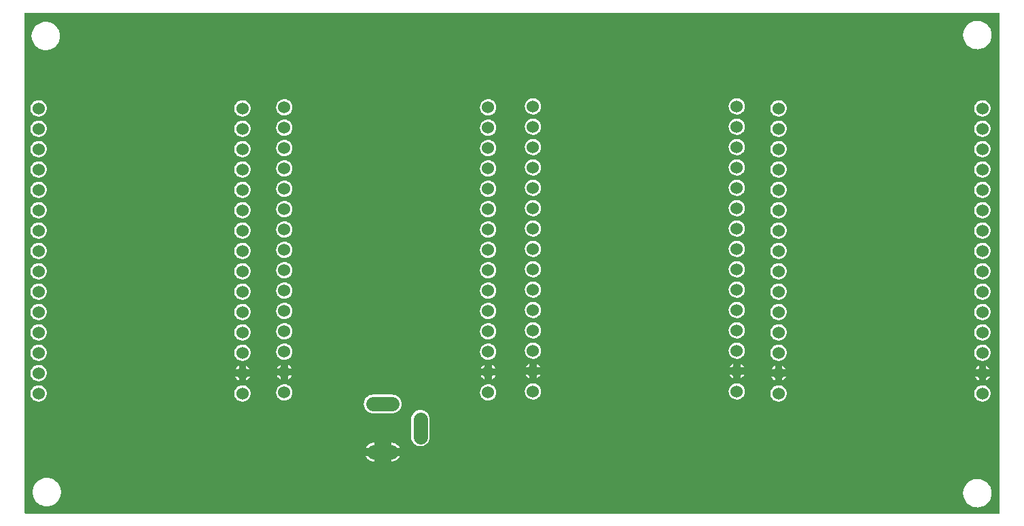
<source format=gbl>
G04 Layer: BottomLayer*
G04 EasyEDA v6.4.19.5, 2021-06-03T21:19:05--4:00*
G04 414059cc890b428caf1b09701b66df98,e10cd4278cfb41548d653a77c6d3a388,10*
G04 Gerber Generator version 0.2*
G04 Scale: 100 percent, Rotated: No, Reflected: No *
G04 Dimensions in millimeters *
G04 leading zeros omitted , absolute positions ,4 integer and 5 decimal *
%FSLAX45Y45*%
%MOMM*%

%ADD11C,1.5240*%
%ADD12C,1.8000*%

%LPD*%
G36*
X35814Y-6273546D02*
G01*
X31902Y-6272784D01*
X28651Y-6270548D01*
X26416Y-6267297D01*
X25654Y-6263386D01*
X25654Y-35814D01*
X26416Y-31902D01*
X28651Y-28651D01*
X31902Y-26416D01*
X35814Y-25654D01*
X12168886Y-25654D01*
X12172797Y-26416D01*
X12176048Y-28651D01*
X12178284Y-31902D01*
X12179046Y-35814D01*
X12179046Y-6263386D01*
X12178284Y-6267297D01*
X12176048Y-6270548D01*
X12172797Y-6272784D01*
X12168886Y-6273546D01*
G37*

%LPC*%
G36*
X11904472Y-6196990D02*
G01*
X11922658Y-6195568D01*
X11940590Y-6192316D01*
X11958116Y-6187186D01*
X11975033Y-6180328D01*
X11991136Y-6171742D01*
X12006275Y-6161582D01*
X12020296Y-6149898D01*
X12033046Y-6136792D01*
X12044375Y-6122517D01*
X12054128Y-6107074D01*
X12062307Y-6090767D01*
X12068759Y-6073698D01*
X12073382Y-6056071D01*
X12076176Y-6038037D01*
X12077141Y-6019800D01*
X12076176Y-6001562D01*
X12073382Y-5983528D01*
X12068759Y-5965901D01*
X12062307Y-5948832D01*
X12054128Y-5932525D01*
X12044375Y-5917082D01*
X12033046Y-5902807D01*
X12020296Y-5889701D01*
X12006275Y-5878017D01*
X11991136Y-5867857D01*
X11975033Y-5859272D01*
X11958116Y-5852414D01*
X11940590Y-5847283D01*
X11922658Y-5844032D01*
X11904472Y-5842609D01*
X11886234Y-5843066D01*
X11868099Y-5845454D01*
X11850370Y-5849620D01*
X11833148Y-5855614D01*
X11816588Y-5863336D01*
X11800941Y-5872734D01*
X11786362Y-5883706D01*
X11772950Y-5896102D01*
X11760911Y-5909818D01*
X11750344Y-5924651D01*
X11741353Y-5940552D01*
X11734038Y-5957265D01*
X11728500Y-5974638D01*
X11724792Y-5992520D01*
X11722912Y-6010656D01*
X11722912Y-6028944D01*
X11724792Y-6047079D01*
X11728500Y-6064961D01*
X11734038Y-6082334D01*
X11741353Y-6099048D01*
X11750344Y-6114948D01*
X11760911Y-6129782D01*
X11772950Y-6143498D01*
X11786362Y-6155893D01*
X11800941Y-6166866D01*
X11816588Y-6176264D01*
X11833148Y-6183985D01*
X11850370Y-6189980D01*
X11868099Y-6194145D01*
X11886234Y-6196533D01*
G37*
G36*
X309372Y-6184290D02*
G01*
X327558Y-6182868D01*
X345490Y-6179616D01*
X363016Y-6174486D01*
X379933Y-6167628D01*
X396036Y-6159042D01*
X411175Y-6148882D01*
X425196Y-6137198D01*
X437946Y-6124092D01*
X449275Y-6109817D01*
X459028Y-6094374D01*
X467207Y-6078067D01*
X473659Y-6060998D01*
X478282Y-6043371D01*
X481076Y-6025337D01*
X482041Y-6007100D01*
X481076Y-5988862D01*
X478282Y-5970828D01*
X473659Y-5953201D01*
X467207Y-5936132D01*
X459028Y-5919825D01*
X449275Y-5904382D01*
X437946Y-5890107D01*
X425196Y-5877001D01*
X411175Y-5865317D01*
X396036Y-5855157D01*
X379933Y-5846572D01*
X363016Y-5839714D01*
X345490Y-5834583D01*
X327558Y-5831332D01*
X309372Y-5829909D01*
X291134Y-5830366D01*
X272999Y-5832754D01*
X255270Y-5836920D01*
X238048Y-5842914D01*
X221488Y-5850636D01*
X205841Y-5860034D01*
X191262Y-5871006D01*
X177850Y-5883402D01*
X165811Y-5897118D01*
X155244Y-5911951D01*
X146253Y-5927852D01*
X138938Y-5944565D01*
X133400Y-5961938D01*
X129692Y-5979820D01*
X127812Y-5997956D01*
X127812Y-6016244D01*
X129692Y-6034379D01*
X133400Y-6052261D01*
X138938Y-6069634D01*
X146253Y-6086348D01*
X155244Y-6102248D01*
X165811Y-6117082D01*
X177850Y-6130798D01*
X191262Y-6143193D01*
X205841Y-6154166D01*
X221488Y-6163564D01*
X238048Y-6171285D01*
X255270Y-6177280D01*
X272999Y-6181445D01*
X291134Y-6183833D01*
G37*
G36*
X4379569Y-5622645D02*
G01*
X4382871Y-5622645D01*
X4382871Y-5558332D01*
X4275785Y-5558332D01*
X4281576Y-5568950D01*
X4290161Y-5580735D01*
X4300067Y-5591302D01*
X4311243Y-5600547D01*
X4323537Y-5608320D01*
X4336643Y-5614517D01*
X4350461Y-5618988D01*
X4364736Y-5621731D01*
G37*
G36*
X4595571Y-5622645D02*
G01*
X4598924Y-5622645D01*
X4613706Y-5621731D01*
X4627981Y-5618988D01*
X4641799Y-5614517D01*
X4654956Y-5608320D01*
X4667199Y-5600547D01*
X4678375Y-5591302D01*
X4688332Y-5580735D01*
X4696866Y-5568950D01*
X4702708Y-5558332D01*
X4595571Y-5558332D01*
G37*
G36*
X4595571Y-5455666D02*
G01*
X4702708Y-5455666D01*
X4696866Y-5445048D01*
X4688332Y-5433314D01*
X4678375Y-5422696D01*
X4667199Y-5413451D01*
X4654956Y-5405678D01*
X4641799Y-5399481D01*
X4627981Y-5395010D01*
X4613706Y-5392267D01*
X4598924Y-5391353D01*
X4595571Y-5391353D01*
G37*
G36*
X4275785Y-5455666D02*
G01*
X4382871Y-5455666D01*
X4382871Y-5391353D01*
X4379569Y-5391353D01*
X4364736Y-5392267D01*
X4350461Y-5395010D01*
X4336643Y-5399481D01*
X4323537Y-5405678D01*
X4311243Y-5413451D01*
X4300067Y-5422696D01*
X4290161Y-5433314D01*
X4281576Y-5445048D01*
G37*
G36*
X4952288Y-5432450D02*
G01*
X4966817Y-5432450D01*
X4981244Y-5430621D01*
X4995316Y-5427014D01*
X5008778Y-5421630D01*
X5021529Y-5414670D01*
X5033264Y-5406136D01*
X5043881Y-5396179D01*
X5053126Y-5385003D01*
X5060899Y-5372709D01*
X5067096Y-5359603D01*
X5071567Y-5345785D01*
X5074310Y-5331510D01*
X5075224Y-5316728D01*
X5075224Y-5097322D01*
X5074310Y-5082540D01*
X5071567Y-5068265D01*
X5067096Y-5054447D01*
X5060899Y-5041341D01*
X5053126Y-5029047D01*
X5043881Y-5017871D01*
X5033264Y-5007914D01*
X5021529Y-4999380D01*
X5008778Y-4992420D01*
X4995316Y-4987036D01*
X4981244Y-4983429D01*
X4966817Y-4981600D01*
X4952288Y-4981600D01*
X4937912Y-4983429D01*
X4923840Y-4987036D01*
X4910328Y-4992420D01*
X4897628Y-4999380D01*
X4885842Y-5007914D01*
X4875276Y-5017871D01*
X4866030Y-5029047D01*
X4858258Y-5041341D01*
X4852060Y-5054447D01*
X4847539Y-5068265D01*
X4844846Y-5082540D01*
X4843932Y-5097322D01*
X4843932Y-5316728D01*
X4844846Y-5331510D01*
X4847539Y-5345785D01*
X4852060Y-5359603D01*
X4858258Y-5372709D01*
X4866030Y-5385003D01*
X4875276Y-5396179D01*
X4885842Y-5406136D01*
X4897628Y-5414670D01*
X4910328Y-5421630D01*
X4923840Y-5427014D01*
X4937912Y-5430621D01*
G37*
G36*
X4369562Y-5022646D02*
G01*
X4608931Y-5022646D01*
X4623714Y-5021732D01*
X4637989Y-5018989D01*
X4651806Y-5014518D01*
X4664964Y-5008321D01*
X4677206Y-5000548D01*
X4688382Y-4991303D01*
X4698339Y-4980736D01*
X4706874Y-4968951D01*
X4713884Y-4956251D01*
X4719218Y-4942738D01*
X4722825Y-4928666D01*
X4724654Y-4914290D01*
X4724654Y-4899761D01*
X4722825Y-4885334D01*
X4719218Y-4871262D01*
X4713884Y-4857750D01*
X4706874Y-4845050D01*
X4698339Y-4833315D01*
X4688382Y-4822698D01*
X4677206Y-4813452D01*
X4664964Y-4805680D01*
X4651806Y-4799482D01*
X4637989Y-4795012D01*
X4623714Y-4792268D01*
X4608931Y-4791354D01*
X4369562Y-4791354D01*
X4354728Y-4792268D01*
X4340453Y-4795012D01*
X4326686Y-4799482D01*
X4313529Y-4805680D01*
X4301286Y-4813452D01*
X4290060Y-4822698D01*
X4280154Y-4833315D01*
X4271619Y-4845050D01*
X4264609Y-4857750D01*
X4259275Y-4871262D01*
X4255668Y-4885334D01*
X4253839Y-4899761D01*
X4253839Y-4914290D01*
X4255668Y-4928666D01*
X4259275Y-4942738D01*
X4264609Y-4956251D01*
X4271619Y-4968951D01*
X4280154Y-4980736D01*
X4290060Y-4991303D01*
X4301286Y-5000548D01*
X4313529Y-5008321D01*
X4326686Y-5014518D01*
X4340453Y-5018989D01*
X4354728Y-5021732D01*
G37*
G36*
X199796Y-4876952D02*
G01*
X213410Y-4876495D01*
X226821Y-4874260D01*
X239775Y-4870246D01*
X252120Y-4864506D01*
X263601Y-4857191D01*
X274015Y-4848402D01*
X283108Y-4838293D01*
X290830Y-4827117D01*
X296926Y-4814976D01*
X301396Y-4802124D01*
X304139Y-4788763D01*
X305054Y-4775200D01*
X304139Y-4761636D01*
X301396Y-4748276D01*
X296926Y-4735423D01*
X290830Y-4723282D01*
X283108Y-4712106D01*
X274015Y-4701997D01*
X263601Y-4693208D01*
X252120Y-4685893D01*
X239775Y-4680153D01*
X226821Y-4676140D01*
X213410Y-4673904D01*
X199796Y-4673447D01*
X186283Y-4674768D01*
X173024Y-4677918D01*
X160324Y-4682845D01*
X148386Y-4689348D01*
X137464Y-4697425D01*
X127660Y-4706874D01*
X119227Y-4717592D01*
X112318Y-4729276D01*
X106984Y-4741773D01*
X103428Y-4754930D01*
X101600Y-4768392D01*
X101600Y-4782007D01*
X103428Y-4795469D01*
X106984Y-4808626D01*
X112318Y-4821123D01*
X119227Y-4832807D01*
X127660Y-4843526D01*
X137464Y-4852974D01*
X148386Y-4861052D01*
X160324Y-4867554D01*
X173024Y-4872482D01*
X186283Y-4875631D01*
G37*
G36*
X2739796Y-4876952D02*
G01*
X2753410Y-4876495D01*
X2766822Y-4874260D01*
X2779776Y-4870246D01*
X2792120Y-4864506D01*
X2803601Y-4857191D01*
X2814015Y-4848402D01*
X2823108Y-4838293D01*
X2830830Y-4827117D01*
X2836926Y-4814976D01*
X2841396Y-4802124D01*
X2844139Y-4788763D01*
X2845054Y-4775200D01*
X2844139Y-4761636D01*
X2841396Y-4748276D01*
X2836926Y-4735423D01*
X2830830Y-4723282D01*
X2823108Y-4712106D01*
X2814015Y-4701997D01*
X2803601Y-4693208D01*
X2792120Y-4685893D01*
X2779776Y-4680153D01*
X2766822Y-4676140D01*
X2753410Y-4673904D01*
X2739796Y-4673447D01*
X2726283Y-4674768D01*
X2713024Y-4677918D01*
X2700324Y-4682845D01*
X2688386Y-4689348D01*
X2677464Y-4697425D01*
X2667660Y-4706874D01*
X2659227Y-4717592D01*
X2652318Y-4729276D01*
X2646984Y-4741773D01*
X2643428Y-4754930D01*
X2641600Y-4768392D01*
X2641600Y-4782007D01*
X2643428Y-4795469D01*
X2646984Y-4808626D01*
X2652318Y-4821123D01*
X2659227Y-4832807D01*
X2667660Y-4843526D01*
X2677464Y-4852974D01*
X2688386Y-4861052D01*
X2700324Y-4867554D01*
X2713024Y-4872482D01*
X2726283Y-4875631D01*
G37*
G36*
X9419996Y-4876952D02*
G01*
X9433610Y-4876495D01*
X9447022Y-4874260D01*
X9459976Y-4870246D01*
X9472320Y-4864506D01*
X9483801Y-4857191D01*
X9494215Y-4848402D01*
X9503308Y-4838293D01*
X9511030Y-4827117D01*
X9517126Y-4814976D01*
X9521596Y-4802124D01*
X9524339Y-4788763D01*
X9525254Y-4775200D01*
X9524339Y-4761636D01*
X9521596Y-4748276D01*
X9517126Y-4735423D01*
X9511030Y-4723282D01*
X9503308Y-4712106D01*
X9494215Y-4701997D01*
X9483801Y-4693208D01*
X9472320Y-4685893D01*
X9459976Y-4680153D01*
X9447022Y-4676140D01*
X9433610Y-4673904D01*
X9419996Y-4673447D01*
X9406483Y-4674768D01*
X9393224Y-4677918D01*
X9380524Y-4682845D01*
X9368586Y-4689348D01*
X9357664Y-4697425D01*
X9347860Y-4706874D01*
X9339427Y-4717592D01*
X9332518Y-4729276D01*
X9327184Y-4741773D01*
X9323628Y-4754930D01*
X9321800Y-4768392D01*
X9321800Y-4782007D01*
X9323628Y-4795469D01*
X9327184Y-4808626D01*
X9332518Y-4821123D01*
X9339427Y-4832807D01*
X9347860Y-4843526D01*
X9357664Y-4852974D01*
X9368586Y-4861052D01*
X9380524Y-4867554D01*
X9393224Y-4872482D01*
X9406483Y-4875631D01*
G37*
G36*
X11959996Y-4876952D02*
G01*
X11973610Y-4876495D01*
X11987022Y-4874260D01*
X11999976Y-4870246D01*
X12012320Y-4864506D01*
X12023801Y-4857191D01*
X12034215Y-4848402D01*
X12043308Y-4838293D01*
X12051030Y-4827117D01*
X12057126Y-4814976D01*
X12061596Y-4802124D01*
X12064339Y-4788763D01*
X12065254Y-4775200D01*
X12064339Y-4761636D01*
X12061596Y-4748276D01*
X12057126Y-4735423D01*
X12051030Y-4723282D01*
X12043308Y-4712106D01*
X12034215Y-4701997D01*
X12023801Y-4693208D01*
X12012320Y-4685893D01*
X11999976Y-4680153D01*
X11987022Y-4676140D01*
X11973610Y-4673904D01*
X11959996Y-4673447D01*
X11946483Y-4674768D01*
X11933224Y-4677918D01*
X11920524Y-4682845D01*
X11908586Y-4689348D01*
X11897664Y-4697425D01*
X11887860Y-4706874D01*
X11879427Y-4717592D01*
X11872518Y-4729276D01*
X11867184Y-4741773D01*
X11863628Y-4754930D01*
X11861800Y-4768392D01*
X11861800Y-4782007D01*
X11863628Y-4795469D01*
X11867184Y-4808626D01*
X11872518Y-4821123D01*
X11879427Y-4832807D01*
X11887860Y-4843526D01*
X11897664Y-4852974D01*
X11908586Y-4861052D01*
X11920524Y-4867554D01*
X11933224Y-4872482D01*
X11946483Y-4875631D01*
G37*
G36*
X5800496Y-4864252D02*
G01*
X5814110Y-4863795D01*
X5827522Y-4861560D01*
X5840476Y-4857546D01*
X5852820Y-4851806D01*
X5864301Y-4844491D01*
X5874715Y-4835702D01*
X5883808Y-4825593D01*
X5891530Y-4814417D01*
X5897626Y-4802276D01*
X5902096Y-4789424D01*
X5904839Y-4776063D01*
X5905754Y-4762500D01*
X5904839Y-4748936D01*
X5902096Y-4735576D01*
X5897626Y-4722723D01*
X5891530Y-4710582D01*
X5883808Y-4699406D01*
X5874715Y-4689297D01*
X5864301Y-4680508D01*
X5852820Y-4673193D01*
X5840476Y-4667453D01*
X5827522Y-4663440D01*
X5814110Y-4661204D01*
X5800496Y-4660747D01*
X5786983Y-4662068D01*
X5773724Y-4665218D01*
X5761024Y-4670145D01*
X5749086Y-4676648D01*
X5738164Y-4684725D01*
X5728360Y-4694174D01*
X5719927Y-4704892D01*
X5713018Y-4716576D01*
X5707684Y-4729073D01*
X5704128Y-4742230D01*
X5702300Y-4755692D01*
X5702300Y-4769307D01*
X5704128Y-4782769D01*
X5707684Y-4795926D01*
X5713018Y-4808423D01*
X5719927Y-4820107D01*
X5728360Y-4830826D01*
X5738164Y-4840274D01*
X5749086Y-4848352D01*
X5761024Y-4854854D01*
X5773724Y-4859782D01*
X5786983Y-4862931D01*
G37*
G36*
X3260496Y-4864252D02*
G01*
X3274110Y-4863795D01*
X3287522Y-4861560D01*
X3300476Y-4857546D01*
X3312820Y-4851806D01*
X3324301Y-4844491D01*
X3334715Y-4835702D01*
X3343808Y-4825593D01*
X3351529Y-4814417D01*
X3357626Y-4802276D01*
X3362096Y-4789424D01*
X3364839Y-4776063D01*
X3365754Y-4762500D01*
X3364839Y-4748936D01*
X3362096Y-4735576D01*
X3357626Y-4722723D01*
X3351529Y-4710582D01*
X3343808Y-4699406D01*
X3334715Y-4689297D01*
X3324301Y-4680508D01*
X3312820Y-4673193D01*
X3300476Y-4667453D01*
X3287522Y-4663440D01*
X3274110Y-4661204D01*
X3260496Y-4660747D01*
X3246983Y-4662068D01*
X3233724Y-4665218D01*
X3221024Y-4670145D01*
X3209086Y-4676648D01*
X3198164Y-4684725D01*
X3188360Y-4694174D01*
X3179927Y-4704892D01*
X3173018Y-4716576D01*
X3167684Y-4729073D01*
X3164128Y-4742230D01*
X3162300Y-4755692D01*
X3162300Y-4769307D01*
X3164128Y-4782769D01*
X3167684Y-4795926D01*
X3173018Y-4808423D01*
X3179927Y-4820107D01*
X3188360Y-4830826D01*
X3198164Y-4840274D01*
X3209086Y-4848352D01*
X3221024Y-4854854D01*
X3233724Y-4859782D01*
X3246983Y-4862931D01*
G37*
G36*
X8899296Y-4851552D02*
G01*
X8912910Y-4851095D01*
X8926322Y-4848860D01*
X8939276Y-4844846D01*
X8951620Y-4839106D01*
X8963101Y-4831791D01*
X8973515Y-4823002D01*
X8982608Y-4812893D01*
X8990330Y-4801717D01*
X8996426Y-4789576D01*
X9000896Y-4776724D01*
X9003639Y-4763363D01*
X9004554Y-4749800D01*
X9003639Y-4736236D01*
X9000896Y-4722876D01*
X8996426Y-4710023D01*
X8990330Y-4697882D01*
X8982608Y-4686706D01*
X8973515Y-4676597D01*
X8963101Y-4667808D01*
X8951620Y-4660493D01*
X8939276Y-4654753D01*
X8926322Y-4650740D01*
X8912910Y-4648504D01*
X8899296Y-4648047D01*
X8885783Y-4649368D01*
X8872524Y-4652518D01*
X8859824Y-4657445D01*
X8847886Y-4663948D01*
X8836964Y-4672025D01*
X8827160Y-4681474D01*
X8818727Y-4692192D01*
X8811818Y-4703876D01*
X8806484Y-4716373D01*
X8802928Y-4729530D01*
X8801100Y-4742992D01*
X8801100Y-4756607D01*
X8802928Y-4770069D01*
X8806484Y-4783226D01*
X8811818Y-4795723D01*
X8818727Y-4807407D01*
X8827160Y-4818126D01*
X8836964Y-4827574D01*
X8847886Y-4835652D01*
X8859824Y-4842154D01*
X8872524Y-4847082D01*
X8885783Y-4850231D01*
G37*
G36*
X6359296Y-4851552D02*
G01*
X6372910Y-4851095D01*
X6386322Y-4848860D01*
X6399276Y-4844846D01*
X6411620Y-4839106D01*
X6423101Y-4831791D01*
X6433515Y-4823002D01*
X6442608Y-4812893D01*
X6450330Y-4801717D01*
X6456426Y-4789576D01*
X6460896Y-4776724D01*
X6463639Y-4763363D01*
X6464554Y-4749800D01*
X6463639Y-4736236D01*
X6460896Y-4722876D01*
X6456426Y-4710023D01*
X6450330Y-4697882D01*
X6442608Y-4686706D01*
X6433515Y-4676597D01*
X6423101Y-4667808D01*
X6411620Y-4660493D01*
X6399276Y-4654753D01*
X6386322Y-4650740D01*
X6372910Y-4648504D01*
X6359296Y-4648047D01*
X6345783Y-4649368D01*
X6332524Y-4652518D01*
X6319824Y-4657445D01*
X6307886Y-4663948D01*
X6296964Y-4672025D01*
X6287160Y-4681474D01*
X6278727Y-4692192D01*
X6271818Y-4703876D01*
X6266484Y-4716373D01*
X6262928Y-4729530D01*
X6261100Y-4742992D01*
X6261100Y-4756607D01*
X6262928Y-4770069D01*
X6266484Y-4783226D01*
X6271818Y-4795723D01*
X6278727Y-4807407D01*
X6287160Y-4818126D01*
X6296964Y-4827574D01*
X6307886Y-4835652D01*
X6319824Y-4842154D01*
X6332524Y-4847082D01*
X6345783Y-4850231D01*
G37*
G36*
X199796Y-4622952D02*
G01*
X213410Y-4622495D01*
X226821Y-4620260D01*
X239775Y-4616246D01*
X252120Y-4610506D01*
X263601Y-4603191D01*
X274015Y-4594402D01*
X283108Y-4584293D01*
X290830Y-4573117D01*
X296926Y-4560976D01*
X301396Y-4548124D01*
X304139Y-4534763D01*
X305054Y-4521200D01*
X304139Y-4507636D01*
X301396Y-4494276D01*
X296926Y-4481423D01*
X290830Y-4469282D01*
X283108Y-4458106D01*
X274015Y-4447997D01*
X263601Y-4439208D01*
X252120Y-4431893D01*
X239775Y-4426153D01*
X226821Y-4422140D01*
X213410Y-4419904D01*
X199796Y-4419447D01*
X186283Y-4420768D01*
X173024Y-4423918D01*
X160324Y-4428845D01*
X148386Y-4435348D01*
X137464Y-4443425D01*
X127660Y-4452874D01*
X119227Y-4463592D01*
X112318Y-4475276D01*
X106984Y-4487773D01*
X103428Y-4500930D01*
X101600Y-4514392D01*
X101600Y-4528007D01*
X103428Y-4541469D01*
X106984Y-4554626D01*
X112318Y-4567123D01*
X119227Y-4578807D01*
X127660Y-4589526D01*
X137464Y-4598974D01*
X148386Y-4607052D01*
X160324Y-4613554D01*
X173024Y-4618482D01*
X186283Y-4621631D01*
G37*
G36*
X9378950Y-4612690D02*
G01*
X9378950Y-4565650D01*
X9331909Y-4565650D01*
X9332518Y-4567123D01*
X9339427Y-4578807D01*
X9347860Y-4589526D01*
X9357664Y-4598974D01*
X9368586Y-4607052D01*
G37*
G36*
X2698750Y-4612690D02*
G01*
X2698750Y-4565650D01*
X2651709Y-4565650D01*
X2652318Y-4567123D01*
X2659227Y-4578807D01*
X2667660Y-4589526D01*
X2677464Y-4598974D01*
X2688386Y-4607052D01*
G37*
G36*
X11918950Y-4612690D02*
G01*
X11918950Y-4565650D01*
X11871909Y-4565650D01*
X11872518Y-4567123D01*
X11879427Y-4578807D01*
X11887860Y-4589526D01*
X11897664Y-4598974D01*
X11908586Y-4607052D01*
G37*
G36*
X12007850Y-4612589D02*
G01*
X12012320Y-4610506D01*
X12023801Y-4603191D01*
X12034215Y-4594402D01*
X12043308Y-4584293D01*
X12051030Y-4573117D01*
X12054789Y-4565650D01*
X12007850Y-4565650D01*
G37*
G36*
X2787650Y-4612589D02*
G01*
X2792120Y-4610506D01*
X2803601Y-4603191D01*
X2814015Y-4594402D01*
X2823108Y-4584293D01*
X2830830Y-4573117D01*
X2834589Y-4565650D01*
X2787650Y-4565650D01*
G37*
G36*
X9467850Y-4612589D02*
G01*
X9472320Y-4610506D01*
X9483801Y-4603191D01*
X9494215Y-4594402D01*
X9503308Y-4584293D01*
X9511030Y-4573117D01*
X9514789Y-4565650D01*
X9467850Y-4565650D01*
G37*
G36*
X3219450Y-4599990D02*
G01*
X3219450Y-4552950D01*
X3172409Y-4552950D01*
X3173018Y-4554423D01*
X3179927Y-4566107D01*
X3188360Y-4576826D01*
X3198164Y-4586274D01*
X3209086Y-4594352D01*
G37*
G36*
X5759450Y-4599990D02*
G01*
X5759450Y-4552950D01*
X5712409Y-4552950D01*
X5713018Y-4554423D01*
X5719927Y-4566107D01*
X5728360Y-4576826D01*
X5738164Y-4586274D01*
X5749086Y-4594352D01*
G37*
G36*
X5848350Y-4599889D02*
G01*
X5852820Y-4597806D01*
X5864301Y-4590491D01*
X5874715Y-4581702D01*
X5883808Y-4571593D01*
X5891530Y-4560417D01*
X5895289Y-4552950D01*
X5848350Y-4552950D01*
G37*
G36*
X3308350Y-4599889D02*
G01*
X3312820Y-4597806D01*
X3324301Y-4590491D01*
X3334715Y-4581702D01*
X3343808Y-4571593D01*
X3351529Y-4560417D01*
X3355289Y-4552950D01*
X3308350Y-4552950D01*
G37*
G36*
X6318250Y-4587290D02*
G01*
X6318250Y-4540250D01*
X6271209Y-4540250D01*
X6271818Y-4541723D01*
X6278727Y-4553407D01*
X6287160Y-4564126D01*
X6296964Y-4573574D01*
X6307886Y-4581652D01*
G37*
G36*
X8858250Y-4587290D02*
G01*
X8858250Y-4540250D01*
X8811209Y-4540250D01*
X8811818Y-4541723D01*
X8818727Y-4553407D01*
X8827160Y-4564126D01*
X8836964Y-4573574D01*
X8847886Y-4581652D01*
G37*
G36*
X6407150Y-4587189D02*
G01*
X6411620Y-4585106D01*
X6423101Y-4577791D01*
X6433515Y-4569002D01*
X6442608Y-4558893D01*
X6450330Y-4547717D01*
X6454089Y-4540250D01*
X6407150Y-4540250D01*
G37*
G36*
X8947150Y-4587189D02*
G01*
X8951620Y-4585106D01*
X8963101Y-4577791D01*
X8973515Y-4569002D01*
X8982608Y-4558893D01*
X8990330Y-4547717D01*
X8994089Y-4540250D01*
X8947150Y-4540250D01*
G37*
G36*
X9467850Y-4476750D02*
G01*
X9514789Y-4476750D01*
X9511030Y-4469282D01*
X9503308Y-4458106D01*
X9494215Y-4447997D01*
X9483801Y-4439208D01*
X9472320Y-4431893D01*
X9467850Y-4429810D01*
G37*
G36*
X2787650Y-4476750D02*
G01*
X2834589Y-4476750D01*
X2830830Y-4469282D01*
X2823108Y-4458106D01*
X2814015Y-4447997D01*
X2803601Y-4439208D01*
X2792120Y-4431893D01*
X2787650Y-4429810D01*
G37*
G36*
X12007850Y-4476750D02*
G01*
X12054789Y-4476750D01*
X12051030Y-4469282D01*
X12043308Y-4458106D01*
X12034215Y-4447997D01*
X12023801Y-4439208D01*
X12012320Y-4431893D01*
X12007850Y-4429810D01*
G37*
G36*
X2651709Y-4476750D02*
G01*
X2698750Y-4476750D01*
X2698750Y-4429709D01*
X2688386Y-4435348D01*
X2677464Y-4443425D01*
X2667660Y-4452874D01*
X2659227Y-4463592D01*
X2652318Y-4475276D01*
G37*
G36*
X11871909Y-4476750D02*
G01*
X11918950Y-4476750D01*
X11918950Y-4429709D01*
X11908586Y-4435348D01*
X11897664Y-4443425D01*
X11887860Y-4452874D01*
X11879427Y-4463592D01*
X11872518Y-4475276D01*
G37*
G36*
X9331909Y-4476750D02*
G01*
X9378950Y-4476750D01*
X9378950Y-4429709D01*
X9368586Y-4435348D01*
X9357664Y-4443425D01*
X9347860Y-4452874D01*
X9339427Y-4463592D01*
X9332518Y-4475276D01*
G37*
G36*
X3308350Y-4464050D02*
G01*
X3355289Y-4464050D01*
X3351529Y-4456582D01*
X3343808Y-4445406D01*
X3334715Y-4435297D01*
X3324301Y-4426508D01*
X3312820Y-4419193D01*
X3308350Y-4417110D01*
G37*
G36*
X5848350Y-4464050D02*
G01*
X5895289Y-4464050D01*
X5891530Y-4456582D01*
X5883808Y-4445406D01*
X5874715Y-4435297D01*
X5864301Y-4426508D01*
X5852820Y-4419193D01*
X5848350Y-4417110D01*
G37*
G36*
X5712409Y-4464050D02*
G01*
X5759450Y-4464050D01*
X5759450Y-4417009D01*
X5749086Y-4422648D01*
X5738164Y-4430725D01*
X5728360Y-4440174D01*
X5719927Y-4450892D01*
X5713018Y-4462576D01*
G37*
G36*
X3172409Y-4464050D02*
G01*
X3219450Y-4464050D01*
X3219450Y-4417009D01*
X3209086Y-4422648D01*
X3198164Y-4430725D01*
X3188360Y-4440174D01*
X3179927Y-4450892D01*
X3173018Y-4462576D01*
G37*
G36*
X8947150Y-4451350D02*
G01*
X8994089Y-4451350D01*
X8990330Y-4443882D01*
X8982608Y-4432706D01*
X8973515Y-4422597D01*
X8963101Y-4413808D01*
X8951620Y-4406493D01*
X8947150Y-4404410D01*
G37*
G36*
X6407150Y-4451350D02*
G01*
X6454089Y-4451350D01*
X6450330Y-4443882D01*
X6442608Y-4432706D01*
X6433515Y-4422597D01*
X6423101Y-4413808D01*
X6411620Y-4406493D01*
X6407150Y-4404410D01*
G37*
G36*
X6271209Y-4451350D02*
G01*
X6318250Y-4451350D01*
X6318250Y-4404309D01*
X6307886Y-4409948D01*
X6296964Y-4418025D01*
X6287160Y-4427474D01*
X6278727Y-4438192D01*
X6271818Y-4449876D01*
G37*
G36*
X8811209Y-4451350D02*
G01*
X8858250Y-4451350D01*
X8858250Y-4404309D01*
X8847886Y-4409948D01*
X8836964Y-4418025D01*
X8827160Y-4427474D01*
X8818727Y-4438192D01*
X8811818Y-4449876D01*
G37*
G36*
X199796Y-4368952D02*
G01*
X213410Y-4368495D01*
X226821Y-4366260D01*
X239775Y-4362246D01*
X252120Y-4356506D01*
X263601Y-4349191D01*
X274015Y-4340402D01*
X283108Y-4330293D01*
X290830Y-4319117D01*
X296926Y-4306976D01*
X301396Y-4294124D01*
X304139Y-4280763D01*
X305054Y-4267200D01*
X304139Y-4253636D01*
X301396Y-4240276D01*
X296926Y-4227423D01*
X290830Y-4215282D01*
X283108Y-4204106D01*
X274015Y-4193997D01*
X263601Y-4185208D01*
X252120Y-4177893D01*
X239775Y-4172153D01*
X226821Y-4168140D01*
X213410Y-4165904D01*
X199796Y-4165447D01*
X186283Y-4166768D01*
X173024Y-4169918D01*
X160324Y-4174845D01*
X148386Y-4181348D01*
X137464Y-4189425D01*
X127660Y-4198874D01*
X119227Y-4209592D01*
X112318Y-4221276D01*
X106984Y-4233773D01*
X103428Y-4246930D01*
X101600Y-4260392D01*
X101600Y-4274007D01*
X103428Y-4287469D01*
X106984Y-4300626D01*
X112318Y-4313123D01*
X119227Y-4324807D01*
X127660Y-4335526D01*
X137464Y-4344974D01*
X148386Y-4353052D01*
X160324Y-4359554D01*
X173024Y-4364482D01*
X186283Y-4367631D01*
G37*
G36*
X2739796Y-4368952D02*
G01*
X2753410Y-4368495D01*
X2766822Y-4366260D01*
X2779776Y-4362246D01*
X2792120Y-4356506D01*
X2803601Y-4349191D01*
X2814015Y-4340402D01*
X2823108Y-4330293D01*
X2830830Y-4319117D01*
X2836926Y-4306976D01*
X2841396Y-4294124D01*
X2844139Y-4280763D01*
X2845054Y-4267200D01*
X2844139Y-4253636D01*
X2841396Y-4240276D01*
X2836926Y-4227423D01*
X2830830Y-4215282D01*
X2823108Y-4204106D01*
X2814015Y-4193997D01*
X2803601Y-4185208D01*
X2792120Y-4177893D01*
X2779776Y-4172153D01*
X2766822Y-4168140D01*
X2753410Y-4165904D01*
X2739796Y-4165447D01*
X2726283Y-4166768D01*
X2713024Y-4169918D01*
X2700324Y-4174845D01*
X2688386Y-4181348D01*
X2677464Y-4189425D01*
X2667660Y-4198874D01*
X2659227Y-4209592D01*
X2652318Y-4221276D01*
X2646984Y-4233773D01*
X2643428Y-4246930D01*
X2641600Y-4260392D01*
X2641600Y-4274007D01*
X2643428Y-4287469D01*
X2646984Y-4300626D01*
X2652318Y-4313123D01*
X2659227Y-4324807D01*
X2667660Y-4335526D01*
X2677464Y-4344974D01*
X2688386Y-4353052D01*
X2700324Y-4359554D01*
X2713024Y-4364482D01*
X2726283Y-4367631D01*
G37*
G36*
X9419996Y-4368952D02*
G01*
X9433610Y-4368495D01*
X9447022Y-4366260D01*
X9459976Y-4362246D01*
X9472320Y-4356506D01*
X9483801Y-4349191D01*
X9494215Y-4340402D01*
X9503308Y-4330293D01*
X9511030Y-4319117D01*
X9517126Y-4306976D01*
X9521596Y-4294124D01*
X9524339Y-4280763D01*
X9525254Y-4267200D01*
X9524339Y-4253636D01*
X9521596Y-4240276D01*
X9517126Y-4227423D01*
X9511030Y-4215282D01*
X9503308Y-4204106D01*
X9494215Y-4193997D01*
X9483801Y-4185208D01*
X9472320Y-4177893D01*
X9459976Y-4172153D01*
X9447022Y-4168140D01*
X9433610Y-4165904D01*
X9419996Y-4165447D01*
X9406483Y-4166768D01*
X9393224Y-4169918D01*
X9380524Y-4174845D01*
X9368586Y-4181348D01*
X9357664Y-4189425D01*
X9347860Y-4198874D01*
X9339427Y-4209592D01*
X9332518Y-4221276D01*
X9327184Y-4233773D01*
X9323628Y-4246930D01*
X9321800Y-4260392D01*
X9321800Y-4274007D01*
X9323628Y-4287469D01*
X9327184Y-4300626D01*
X9332518Y-4313123D01*
X9339427Y-4324807D01*
X9347860Y-4335526D01*
X9357664Y-4344974D01*
X9368586Y-4353052D01*
X9380524Y-4359554D01*
X9393224Y-4364482D01*
X9406483Y-4367631D01*
G37*
G36*
X11959996Y-4368952D02*
G01*
X11973610Y-4368495D01*
X11987022Y-4366260D01*
X11999976Y-4362246D01*
X12012320Y-4356506D01*
X12023801Y-4349191D01*
X12034215Y-4340402D01*
X12043308Y-4330293D01*
X12051030Y-4319117D01*
X12057126Y-4306976D01*
X12061596Y-4294124D01*
X12064339Y-4280763D01*
X12065254Y-4267200D01*
X12064339Y-4253636D01*
X12061596Y-4240276D01*
X12057126Y-4227423D01*
X12051030Y-4215282D01*
X12043308Y-4204106D01*
X12034215Y-4193997D01*
X12023801Y-4185208D01*
X12012320Y-4177893D01*
X11999976Y-4172153D01*
X11987022Y-4168140D01*
X11973610Y-4165904D01*
X11959996Y-4165447D01*
X11946483Y-4166768D01*
X11933224Y-4169918D01*
X11920524Y-4174845D01*
X11908586Y-4181348D01*
X11897664Y-4189425D01*
X11887860Y-4198874D01*
X11879427Y-4209592D01*
X11872518Y-4221276D01*
X11867184Y-4233773D01*
X11863628Y-4246930D01*
X11861800Y-4260392D01*
X11861800Y-4274007D01*
X11863628Y-4287469D01*
X11867184Y-4300626D01*
X11872518Y-4313123D01*
X11879427Y-4324807D01*
X11887860Y-4335526D01*
X11897664Y-4344974D01*
X11908586Y-4353052D01*
X11920524Y-4359554D01*
X11933224Y-4364482D01*
X11946483Y-4367631D01*
G37*
G36*
X5800496Y-4356252D02*
G01*
X5814110Y-4355795D01*
X5827522Y-4353560D01*
X5840476Y-4349546D01*
X5852820Y-4343806D01*
X5864301Y-4336491D01*
X5874715Y-4327702D01*
X5883808Y-4317593D01*
X5891530Y-4306417D01*
X5897626Y-4294276D01*
X5902096Y-4281424D01*
X5904839Y-4268063D01*
X5905754Y-4254500D01*
X5904839Y-4240936D01*
X5902096Y-4227576D01*
X5897626Y-4214723D01*
X5891530Y-4202582D01*
X5883808Y-4191406D01*
X5874715Y-4181297D01*
X5864301Y-4172508D01*
X5852820Y-4165193D01*
X5840476Y-4159453D01*
X5827522Y-4155440D01*
X5814110Y-4153204D01*
X5800496Y-4152747D01*
X5786983Y-4154068D01*
X5773724Y-4157218D01*
X5761024Y-4162145D01*
X5749086Y-4168648D01*
X5738164Y-4176725D01*
X5728360Y-4186174D01*
X5719927Y-4196892D01*
X5713018Y-4208576D01*
X5707684Y-4221073D01*
X5704128Y-4234230D01*
X5702300Y-4247692D01*
X5702300Y-4261307D01*
X5704128Y-4274769D01*
X5707684Y-4287926D01*
X5713018Y-4300423D01*
X5719927Y-4312107D01*
X5728360Y-4322826D01*
X5738164Y-4332274D01*
X5749086Y-4340352D01*
X5761024Y-4346854D01*
X5773724Y-4351782D01*
X5786983Y-4354931D01*
G37*
G36*
X3260496Y-4356252D02*
G01*
X3274110Y-4355795D01*
X3287522Y-4353560D01*
X3300476Y-4349546D01*
X3312820Y-4343806D01*
X3324301Y-4336491D01*
X3334715Y-4327702D01*
X3343808Y-4317593D01*
X3351529Y-4306417D01*
X3357626Y-4294276D01*
X3362096Y-4281424D01*
X3364839Y-4268063D01*
X3365754Y-4254500D01*
X3364839Y-4240936D01*
X3362096Y-4227576D01*
X3357626Y-4214723D01*
X3351529Y-4202582D01*
X3343808Y-4191406D01*
X3334715Y-4181297D01*
X3324301Y-4172508D01*
X3312820Y-4165193D01*
X3300476Y-4159453D01*
X3287522Y-4155440D01*
X3274110Y-4153204D01*
X3260496Y-4152747D01*
X3246983Y-4154068D01*
X3233724Y-4157218D01*
X3221024Y-4162145D01*
X3209086Y-4168648D01*
X3198164Y-4176725D01*
X3188360Y-4186174D01*
X3179927Y-4196892D01*
X3173018Y-4208576D01*
X3167684Y-4221073D01*
X3164128Y-4234230D01*
X3162300Y-4247692D01*
X3162300Y-4261307D01*
X3164128Y-4274769D01*
X3167684Y-4287926D01*
X3173018Y-4300423D01*
X3179927Y-4312107D01*
X3188360Y-4322826D01*
X3198164Y-4332274D01*
X3209086Y-4340352D01*
X3221024Y-4346854D01*
X3233724Y-4351782D01*
X3246983Y-4354931D01*
G37*
G36*
X6359296Y-4343552D02*
G01*
X6372910Y-4343095D01*
X6386322Y-4340860D01*
X6399276Y-4336846D01*
X6411620Y-4331106D01*
X6423101Y-4323791D01*
X6433515Y-4315002D01*
X6442608Y-4304893D01*
X6450330Y-4293717D01*
X6456426Y-4281576D01*
X6460896Y-4268724D01*
X6463639Y-4255363D01*
X6464554Y-4241800D01*
X6463639Y-4228236D01*
X6460896Y-4214876D01*
X6456426Y-4202023D01*
X6450330Y-4189882D01*
X6442608Y-4178706D01*
X6433515Y-4168597D01*
X6423101Y-4159808D01*
X6411620Y-4152493D01*
X6399276Y-4146753D01*
X6386322Y-4142740D01*
X6372910Y-4140504D01*
X6359296Y-4140047D01*
X6345783Y-4141368D01*
X6332524Y-4144518D01*
X6319824Y-4149445D01*
X6307886Y-4155948D01*
X6296964Y-4164025D01*
X6287160Y-4173474D01*
X6278727Y-4184192D01*
X6271818Y-4195876D01*
X6266484Y-4208373D01*
X6262928Y-4221530D01*
X6261100Y-4234992D01*
X6261100Y-4248607D01*
X6262928Y-4262069D01*
X6266484Y-4275226D01*
X6271818Y-4287723D01*
X6278727Y-4299407D01*
X6287160Y-4310126D01*
X6296964Y-4319574D01*
X6307886Y-4327652D01*
X6319824Y-4334154D01*
X6332524Y-4339082D01*
X6345783Y-4342231D01*
G37*
G36*
X8899296Y-4343552D02*
G01*
X8912910Y-4343095D01*
X8926322Y-4340860D01*
X8939276Y-4336846D01*
X8951620Y-4331106D01*
X8963101Y-4323791D01*
X8973515Y-4315002D01*
X8982608Y-4304893D01*
X8990330Y-4293717D01*
X8996426Y-4281576D01*
X9000896Y-4268724D01*
X9003639Y-4255363D01*
X9004554Y-4241800D01*
X9003639Y-4228236D01*
X9000896Y-4214876D01*
X8996426Y-4202023D01*
X8990330Y-4189882D01*
X8982608Y-4178706D01*
X8973515Y-4168597D01*
X8963101Y-4159808D01*
X8951620Y-4152493D01*
X8939276Y-4146753D01*
X8926322Y-4142740D01*
X8912910Y-4140504D01*
X8899296Y-4140047D01*
X8885783Y-4141368D01*
X8872524Y-4144518D01*
X8859824Y-4149445D01*
X8847886Y-4155948D01*
X8836964Y-4164025D01*
X8827160Y-4173474D01*
X8818727Y-4184192D01*
X8811818Y-4195876D01*
X8806484Y-4208373D01*
X8802928Y-4221530D01*
X8801100Y-4234992D01*
X8801100Y-4248607D01*
X8802928Y-4262069D01*
X8806484Y-4275226D01*
X8811818Y-4287723D01*
X8818727Y-4299407D01*
X8827160Y-4310126D01*
X8836964Y-4319574D01*
X8847886Y-4327652D01*
X8859824Y-4334154D01*
X8872524Y-4339082D01*
X8885783Y-4342231D01*
G37*
G36*
X199796Y-4114952D02*
G01*
X213410Y-4114495D01*
X226821Y-4112260D01*
X239775Y-4108246D01*
X252120Y-4102506D01*
X263601Y-4095191D01*
X274015Y-4086402D01*
X283108Y-4076293D01*
X290830Y-4065117D01*
X296926Y-4052976D01*
X301396Y-4040124D01*
X304139Y-4026763D01*
X305054Y-4013200D01*
X304139Y-3999636D01*
X301396Y-3986276D01*
X296926Y-3973423D01*
X290830Y-3961282D01*
X283108Y-3950106D01*
X274015Y-3939997D01*
X263601Y-3931208D01*
X252120Y-3923893D01*
X239775Y-3918153D01*
X226821Y-3914140D01*
X213410Y-3911904D01*
X199796Y-3911447D01*
X186283Y-3912768D01*
X173024Y-3915918D01*
X160324Y-3920845D01*
X148386Y-3927348D01*
X137464Y-3935425D01*
X127660Y-3944874D01*
X119227Y-3955592D01*
X112318Y-3967276D01*
X106984Y-3979773D01*
X103428Y-3992930D01*
X101600Y-4006392D01*
X101600Y-4020007D01*
X103428Y-4033469D01*
X106984Y-4046626D01*
X112318Y-4059123D01*
X119227Y-4070807D01*
X127660Y-4081526D01*
X137464Y-4090974D01*
X148386Y-4099051D01*
X160324Y-4105554D01*
X173024Y-4110482D01*
X186283Y-4113631D01*
G37*
G36*
X9419996Y-4114952D02*
G01*
X9433610Y-4114495D01*
X9447022Y-4112260D01*
X9459976Y-4108246D01*
X9472320Y-4102506D01*
X9483801Y-4095191D01*
X9494215Y-4086402D01*
X9503308Y-4076293D01*
X9511030Y-4065117D01*
X9517126Y-4052976D01*
X9521596Y-4040124D01*
X9524339Y-4026763D01*
X9525254Y-4013200D01*
X9524339Y-3999636D01*
X9521596Y-3986276D01*
X9517126Y-3973423D01*
X9511030Y-3961282D01*
X9503308Y-3950106D01*
X9494215Y-3939997D01*
X9483801Y-3931208D01*
X9472320Y-3923893D01*
X9459976Y-3918153D01*
X9447022Y-3914140D01*
X9433610Y-3911904D01*
X9419996Y-3911447D01*
X9406483Y-3912768D01*
X9393224Y-3915918D01*
X9380524Y-3920845D01*
X9368586Y-3927348D01*
X9357664Y-3935425D01*
X9347860Y-3944874D01*
X9339427Y-3955592D01*
X9332518Y-3967276D01*
X9327184Y-3979773D01*
X9323628Y-3992930D01*
X9321800Y-4006392D01*
X9321800Y-4020007D01*
X9323628Y-4033469D01*
X9327184Y-4046626D01*
X9332518Y-4059123D01*
X9339427Y-4070807D01*
X9347860Y-4081526D01*
X9357664Y-4090974D01*
X9368586Y-4099051D01*
X9380524Y-4105554D01*
X9393224Y-4110482D01*
X9406483Y-4113631D01*
G37*
G36*
X2739796Y-4114952D02*
G01*
X2753410Y-4114495D01*
X2766822Y-4112260D01*
X2779776Y-4108246D01*
X2792120Y-4102506D01*
X2803601Y-4095191D01*
X2814015Y-4086402D01*
X2823108Y-4076293D01*
X2830830Y-4065117D01*
X2836926Y-4052976D01*
X2841396Y-4040124D01*
X2844139Y-4026763D01*
X2845054Y-4013200D01*
X2844139Y-3999636D01*
X2841396Y-3986276D01*
X2836926Y-3973423D01*
X2830830Y-3961282D01*
X2823108Y-3950106D01*
X2814015Y-3939997D01*
X2803601Y-3931208D01*
X2792120Y-3923893D01*
X2779776Y-3918153D01*
X2766822Y-3914140D01*
X2753410Y-3911904D01*
X2739796Y-3911447D01*
X2726283Y-3912768D01*
X2713024Y-3915918D01*
X2700324Y-3920845D01*
X2688386Y-3927348D01*
X2677464Y-3935425D01*
X2667660Y-3944874D01*
X2659227Y-3955592D01*
X2652318Y-3967276D01*
X2646984Y-3979773D01*
X2643428Y-3992930D01*
X2641600Y-4006392D01*
X2641600Y-4020007D01*
X2643428Y-4033469D01*
X2646984Y-4046626D01*
X2652318Y-4059123D01*
X2659227Y-4070807D01*
X2667660Y-4081526D01*
X2677464Y-4090974D01*
X2688386Y-4099051D01*
X2700324Y-4105554D01*
X2713024Y-4110482D01*
X2726283Y-4113631D01*
G37*
G36*
X11959996Y-4114952D02*
G01*
X11973610Y-4114495D01*
X11987022Y-4112260D01*
X11999976Y-4108246D01*
X12012320Y-4102506D01*
X12023801Y-4095191D01*
X12034215Y-4086402D01*
X12043308Y-4076293D01*
X12051030Y-4065117D01*
X12057126Y-4052976D01*
X12061596Y-4040124D01*
X12064339Y-4026763D01*
X12065254Y-4013200D01*
X12064339Y-3999636D01*
X12061596Y-3986276D01*
X12057126Y-3973423D01*
X12051030Y-3961282D01*
X12043308Y-3950106D01*
X12034215Y-3939997D01*
X12023801Y-3931208D01*
X12012320Y-3923893D01*
X11999976Y-3918153D01*
X11987022Y-3914140D01*
X11973610Y-3911904D01*
X11959996Y-3911447D01*
X11946483Y-3912768D01*
X11933224Y-3915918D01*
X11920524Y-3920845D01*
X11908586Y-3927348D01*
X11897664Y-3935425D01*
X11887860Y-3944874D01*
X11879427Y-3955592D01*
X11872518Y-3967276D01*
X11867184Y-3979773D01*
X11863628Y-3992930D01*
X11861800Y-4006392D01*
X11861800Y-4020007D01*
X11863628Y-4033469D01*
X11867184Y-4046626D01*
X11872518Y-4059123D01*
X11879427Y-4070807D01*
X11887860Y-4081526D01*
X11897664Y-4090974D01*
X11908586Y-4099051D01*
X11920524Y-4105554D01*
X11933224Y-4110482D01*
X11946483Y-4113631D01*
G37*
G36*
X3260496Y-4102252D02*
G01*
X3274110Y-4101795D01*
X3287522Y-4099560D01*
X3300476Y-4095546D01*
X3312820Y-4089806D01*
X3324301Y-4082491D01*
X3334715Y-4073702D01*
X3343808Y-4063593D01*
X3351529Y-4052417D01*
X3357626Y-4040276D01*
X3362096Y-4027424D01*
X3364839Y-4014063D01*
X3365754Y-4000500D01*
X3364839Y-3986936D01*
X3362096Y-3973576D01*
X3357626Y-3960723D01*
X3351529Y-3948582D01*
X3343808Y-3937406D01*
X3334715Y-3927297D01*
X3324301Y-3918508D01*
X3312820Y-3911193D01*
X3300476Y-3905453D01*
X3287522Y-3901440D01*
X3274110Y-3899204D01*
X3260496Y-3898747D01*
X3246983Y-3900068D01*
X3233724Y-3903218D01*
X3221024Y-3908145D01*
X3209086Y-3914648D01*
X3198164Y-3922725D01*
X3188360Y-3932174D01*
X3179927Y-3942892D01*
X3173018Y-3954576D01*
X3167684Y-3967073D01*
X3164128Y-3980230D01*
X3162300Y-3993692D01*
X3162300Y-4007307D01*
X3164128Y-4020769D01*
X3167684Y-4033926D01*
X3173018Y-4046423D01*
X3179927Y-4058107D01*
X3188360Y-4068826D01*
X3198164Y-4078274D01*
X3209086Y-4086351D01*
X3221024Y-4092854D01*
X3233724Y-4097782D01*
X3246983Y-4100931D01*
G37*
G36*
X5800496Y-4102252D02*
G01*
X5814110Y-4101795D01*
X5827522Y-4099560D01*
X5840476Y-4095546D01*
X5852820Y-4089806D01*
X5864301Y-4082491D01*
X5874715Y-4073702D01*
X5883808Y-4063593D01*
X5891530Y-4052417D01*
X5897626Y-4040276D01*
X5902096Y-4027424D01*
X5904839Y-4014063D01*
X5905754Y-4000500D01*
X5904839Y-3986936D01*
X5902096Y-3973576D01*
X5897626Y-3960723D01*
X5891530Y-3948582D01*
X5883808Y-3937406D01*
X5874715Y-3927297D01*
X5864301Y-3918508D01*
X5852820Y-3911193D01*
X5840476Y-3905453D01*
X5827522Y-3901440D01*
X5814110Y-3899204D01*
X5800496Y-3898747D01*
X5786983Y-3900068D01*
X5773724Y-3903218D01*
X5761024Y-3908145D01*
X5749086Y-3914648D01*
X5738164Y-3922725D01*
X5728360Y-3932174D01*
X5719927Y-3942892D01*
X5713018Y-3954576D01*
X5707684Y-3967073D01*
X5704128Y-3980230D01*
X5702300Y-3993692D01*
X5702300Y-4007307D01*
X5704128Y-4020769D01*
X5707684Y-4033926D01*
X5713018Y-4046423D01*
X5719927Y-4058107D01*
X5728360Y-4068826D01*
X5738164Y-4078274D01*
X5749086Y-4086351D01*
X5761024Y-4092854D01*
X5773724Y-4097782D01*
X5786983Y-4100931D01*
G37*
G36*
X6359296Y-4089552D02*
G01*
X6372910Y-4089095D01*
X6386322Y-4086860D01*
X6399276Y-4082846D01*
X6411620Y-4077106D01*
X6423101Y-4069791D01*
X6433515Y-4061002D01*
X6442608Y-4050893D01*
X6450330Y-4039717D01*
X6456426Y-4027576D01*
X6460896Y-4014724D01*
X6463639Y-4001363D01*
X6464554Y-3987800D01*
X6463639Y-3974236D01*
X6460896Y-3960876D01*
X6456426Y-3948023D01*
X6450330Y-3935882D01*
X6442608Y-3924706D01*
X6433515Y-3914597D01*
X6423101Y-3905808D01*
X6411620Y-3898493D01*
X6399276Y-3892753D01*
X6386322Y-3888740D01*
X6372910Y-3886504D01*
X6359296Y-3886047D01*
X6345783Y-3887368D01*
X6332524Y-3890518D01*
X6319824Y-3895445D01*
X6307886Y-3901948D01*
X6296964Y-3910025D01*
X6287160Y-3919474D01*
X6278727Y-3930192D01*
X6271818Y-3941876D01*
X6266484Y-3954373D01*
X6262928Y-3967530D01*
X6261100Y-3980992D01*
X6261100Y-3994607D01*
X6262928Y-4008069D01*
X6266484Y-4021226D01*
X6271818Y-4033723D01*
X6278727Y-4045407D01*
X6287160Y-4056126D01*
X6296964Y-4065574D01*
X6307886Y-4073651D01*
X6319824Y-4080154D01*
X6332524Y-4085082D01*
X6345783Y-4088231D01*
G37*
G36*
X8899296Y-4089552D02*
G01*
X8912910Y-4089095D01*
X8926322Y-4086860D01*
X8939276Y-4082846D01*
X8951620Y-4077106D01*
X8963101Y-4069791D01*
X8973515Y-4061002D01*
X8982608Y-4050893D01*
X8990330Y-4039717D01*
X8996426Y-4027576D01*
X9000896Y-4014724D01*
X9003639Y-4001363D01*
X9004554Y-3987800D01*
X9003639Y-3974236D01*
X9000896Y-3960876D01*
X8996426Y-3948023D01*
X8990330Y-3935882D01*
X8982608Y-3924706D01*
X8973515Y-3914597D01*
X8963101Y-3905808D01*
X8951620Y-3898493D01*
X8939276Y-3892753D01*
X8926322Y-3888740D01*
X8912910Y-3886504D01*
X8899296Y-3886047D01*
X8885783Y-3887368D01*
X8872524Y-3890518D01*
X8859824Y-3895445D01*
X8847886Y-3901948D01*
X8836964Y-3910025D01*
X8827160Y-3919474D01*
X8818727Y-3930192D01*
X8811818Y-3941876D01*
X8806484Y-3954373D01*
X8802928Y-3967530D01*
X8801100Y-3980992D01*
X8801100Y-3994607D01*
X8802928Y-4008069D01*
X8806484Y-4021226D01*
X8811818Y-4033723D01*
X8818727Y-4045407D01*
X8827160Y-4056126D01*
X8836964Y-4065574D01*
X8847886Y-4073651D01*
X8859824Y-4080154D01*
X8872524Y-4085082D01*
X8885783Y-4088231D01*
G37*
G36*
X199796Y-3860952D02*
G01*
X213410Y-3860495D01*
X226821Y-3858260D01*
X239775Y-3854246D01*
X252120Y-3848506D01*
X263601Y-3841191D01*
X274015Y-3832402D01*
X283108Y-3822293D01*
X290830Y-3811117D01*
X296926Y-3798976D01*
X301396Y-3786124D01*
X304139Y-3772763D01*
X305054Y-3759200D01*
X304139Y-3745636D01*
X301396Y-3732276D01*
X296926Y-3719423D01*
X290830Y-3707282D01*
X283108Y-3696106D01*
X274015Y-3685997D01*
X263601Y-3677208D01*
X252120Y-3669893D01*
X239775Y-3664153D01*
X226821Y-3660140D01*
X213410Y-3657904D01*
X199796Y-3657447D01*
X186283Y-3658768D01*
X173024Y-3661918D01*
X160324Y-3666845D01*
X148386Y-3673348D01*
X137464Y-3681425D01*
X127660Y-3690874D01*
X119227Y-3701592D01*
X112318Y-3713276D01*
X106984Y-3725773D01*
X103428Y-3738930D01*
X101600Y-3752392D01*
X101600Y-3766007D01*
X103428Y-3779469D01*
X106984Y-3792626D01*
X112318Y-3805123D01*
X119227Y-3816807D01*
X127660Y-3827526D01*
X137464Y-3836974D01*
X148386Y-3845051D01*
X160324Y-3851554D01*
X173024Y-3856482D01*
X186283Y-3859631D01*
G37*
G36*
X11959996Y-3860952D02*
G01*
X11973610Y-3860495D01*
X11987022Y-3858260D01*
X11999976Y-3854246D01*
X12012320Y-3848506D01*
X12023801Y-3841191D01*
X12034215Y-3832402D01*
X12043308Y-3822293D01*
X12051030Y-3811117D01*
X12057126Y-3798976D01*
X12061596Y-3786124D01*
X12064339Y-3772763D01*
X12065254Y-3759200D01*
X12064339Y-3745636D01*
X12061596Y-3732276D01*
X12057126Y-3719423D01*
X12051030Y-3707282D01*
X12043308Y-3696106D01*
X12034215Y-3685997D01*
X12023801Y-3677208D01*
X12012320Y-3669893D01*
X11999976Y-3664153D01*
X11987022Y-3660140D01*
X11973610Y-3657904D01*
X11959996Y-3657447D01*
X11946483Y-3658768D01*
X11933224Y-3661918D01*
X11920524Y-3666845D01*
X11908586Y-3673348D01*
X11897664Y-3681425D01*
X11887860Y-3690874D01*
X11879427Y-3701592D01*
X11872518Y-3713276D01*
X11867184Y-3725773D01*
X11863628Y-3738930D01*
X11861800Y-3752392D01*
X11861800Y-3766007D01*
X11863628Y-3779469D01*
X11867184Y-3792626D01*
X11872518Y-3805123D01*
X11879427Y-3816807D01*
X11887860Y-3827526D01*
X11897664Y-3836974D01*
X11908586Y-3845051D01*
X11920524Y-3851554D01*
X11933224Y-3856482D01*
X11946483Y-3859631D01*
G37*
G36*
X9419996Y-3860952D02*
G01*
X9433610Y-3860495D01*
X9447022Y-3858260D01*
X9459976Y-3854246D01*
X9472320Y-3848506D01*
X9483801Y-3841191D01*
X9494215Y-3832402D01*
X9503308Y-3822293D01*
X9511030Y-3811117D01*
X9517126Y-3798976D01*
X9521596Y-3786124D01*
X9524339Y-3772763D01*
X9525254Y-3759200D01*
X9524339Y-3745636D01*
X9521596Y-3732276D01*
X9517126Y-3719423D01*
X9511030Y-3707282D01*
X9503308Y-3696106D01*
X9494215Y-3685997D01*
X9483801Y-3677208D01*
X9472320Y-3669893D01*
X9459976Y-3664153D01*
X9447022Y-3660140D01*
X9433610Y-3657904D01*
X9419996Y-3657447D01*
X9406483Y-3658768D01*
X9393224Y-3661918D01*
X9380524Y-3666845D01*
X9368586Y-3673348D01*
X9357664Y-3681425D01*
X9347860Y-3690874D01*
X9339427Y-3701592D01*
X9332518Y-3713276D01*
X9327184Y-3725773D01*
X9323628Y-3738930D01*
X9321800Y-3752392D01*
X9321800Y-3766007D01*
X9323628Y-3779469D01*
X9327184Y-3792626D01*
X9332518Y-3805123D01*
X9339427Y-3816807D01*
X9347860Y-3827526D01*
X9357664Y-3836974D01*
X9368586Y-3845051D01*
X9380524Y-3851554D01*
X9393224Y-3856482D01*
X9406483Y-3859631D01*
G37*
G36*
X2739796Y-3860952D02*
G01*
X2753410Y-3860495D01*
X2766822Y-3858260D01*
X2779776Y-3854246D01*
X2792120Y-3848506D01*
X2803601Y-3841191D01*
X2814015Y-3832402D01*
X2823108Y-3822293D01*
X2830830Y-3811117D01*
X2836926Y-3798976D01*
X2841396Y-3786124D01*
X2844139Y-3772763D01*
X2845054Y-3759200D01*
X2844139Y-3745636D01*
X2841396Y-3732276D01*
X2836926Y-3719423D01*
X2830830Y-3707282D01*
X2823108Y-3696106D01*
X2814015Y-3685997D01*
X2803601Y-3677208D01*
X2792120Y-3669893D01*
X2779776Y-3664153D01*
X2766822Y-3660140D01*
X2753410Y-3657904D01*
X2739796Y-3657447D01*
X2726283Y-3658768D01*
X2713024Y-3661918D01*
X2700324Y-3666845D01*
X2688386Y-3673348D01*
X2677464Y-3681425D01*
X2667660Y-3690874D01*
X2659227Y-3701592D01*
X2652318Y-3713276D01*
X2646984Y-3725773D01*
X2643428Y-3738930D01*
X2641600Y-3752392D01*
X2641600Y-3766007D01*
X2643428Y-3779469D01*
X2646984Y-3792626D01*
X2652318Y-3805123D01*
X2659227Y-3816807D01*
X2667660Y-3827526D01*
X2677464Y-3836974D01*
X2688386Y-3845051D01*
X2700324Y-3851554D01*
X2713024Y-3856482D01*
X2726283Y-3859631D01*
G37*
G36*
X3260496Y-3848252D02*
G01*
X3274110Y-3847795D01*
X3287522Y-3845560D01*
X3300476Y-3841546D01*
X3312820Y-3835806D01*
X3324301Y-3828491D01*
X3334715Y-3819702D01*
X3343808Y-3809593D01*
X3351529Y-3798417D01*
X3357626Y-3786276D01*
X3362096Y-3773424D01*
X3364839Y-3760063D01*
X3365754Y-3746500D01*
X3364839Y-3732936D01*
X3362096Y-3719576D01*
X3357626Y-3706723D01*
X3351529Y-3694582D01*
X3343808Y-3683406D01*
X3334715Y-3673297D01*
X3324301Y-3664508D01*
X3312820Y-3657193D01*
X3300476Y-3651453D01*
X3287522Y-3647440D01*
X3274110Y-3645204D01*
X3260496Y-3644747D01*
X3246983Y-3646068D01*
X3233724Y-3649218D01*
X3221024Y-3654145D01*
X3209086Y-3660648D01*
X3198164Y-3668725D01*
X3188360Y-3678174D01*
X3179927Y-3688892D01*
X3173018Y-3700576D01*
X3167684Y-3713073D01*
X3164128Y-3726230D01*
X3162300Y-3739692D01*
X3162300Y-3753307D01*
X3164128Y-3766769D01*
X3167684Y-3779926D01*
X3173018Y-3792423D01*
X3179927Y-3804107D01*
X3188360Y-3814826D01*
X3198164Y-3824274D01*
X3209086Y-3832351D01*
X3221024Y-3838854D01*
X3233724Y-3843782D01*
X3246983Y-3846931D01*
G37*
G36*
X5800496Y-3848252D02*
G01*
X5814110Y-3847795D01*
X5827522Y-3845560D01*
X5840476Y-3841546D01*
X5852820Y-3835806D01*
X5864301Y-3828491D01*
X5874715Y-3819702D01*
X5883808Y-3809593D01*
X5891530Y-3798417D01*
X5897626Y-3786276D01*
X5902096Y-3773424D01*
X5904839Y-3760063D01*
X5905754Y-3746500D01*
X5904839Y-3732936D01*
X5902096Y-3719576D01*
X5897626Y-3706723D01*
X5891530Y-3694582D01*
X5883808Y-3683406D01*
X5874715Y-3673297D01*
X5864301Y-3664508D01*
X5852820Y-3657193D01*
X5840476Y-3651453D01*
X5827522Y-3647440D01*
X5814110Y-3645204D01*
X5800496Y-3644747D01*
X5786983Y-3646068D01*
X5773724Y-3649218D01*
X5761024Y-3654145D01*
X5749086Y-3660648D01*
X5738164Y-3668725D01*
X5728360Y-3678174D01*
X5719927Y-3688892D01*
X5713018Y-3700576D01*
X5707684Y-3713073D01*
X5704128Y-3726230D01*
X5702300Y-3739692D01*
X5702300Y-3753307D01*
X5704128Y-3766769D01*
X5707684Y-3779926D01*
X5713018Y-3792423D01*
X5719927Y-3804107D01*
X5728360Y-3814826D01*
X5738164Y-3824274D01*
X5749086Y-3832351D01*
X5761024Y-3838854D01*
X5773724Y-3843782D01*
X5786983Y-3846931D01*
G37*
G36*
X8899296Y-3835552D02*
G01*
X8912910Y-3835095D01*
X8926322Y-3832860D01*
X8939276Y-3828846D01*
X8951620Y-3823106D01*
X8963101Y-3815791D01*
X8973515Y-3807002D01*
X8982608Y-3796893D01*
X8990330Y-3785717D01*
X8996426Y-3773576D01*
X9000896Y-3760724D01*
X9003639Y-3747363D01*
X9004554Y-3733800D01*
X9003639Y-3720236D01*
X9000896Y-3706876D01*
X8996426Y-3694023D01*
X8990330Y-3681882D01*
X8982608Y-3670706D01*
X8973515Y-3660597D01*
X8963101Y-3651808D01*
X8951620Y-3644493D01*
X8939276Y-3638753D01*
X8926322Y-3634740D01*
X8912910Y-3632504D01*
X8899296Y-3632047D01*
X8885783Y-3633368D01*
X8872524Y-3636518D01*
X8859824Y-3641445D01*
X8847886Y-3647948D01*
X8836964Y-3656025D01*
X8827160Y-3665474D01*
X8818727Y-3676192D01*
X8811818Y-3687876D01*
X8806484Y-3700373D01*
X8802928Y-3713530D01*
X8801100Y-3726992D01*
X8801100Y-3740607D01*
X8802928Y-3754069D01*
X8806484Y-3767226D01*
X8811818Y-3779723D01*
X8818727Y-3791407D01*
X8827160Y-3802126D01*
X8836964Y-3811574D01*
X8847886Y-3819651D01*
X8859824Y-3826154D01*
X8872524Y-3831082D01*
X8885783Y-3834231D01*
G37*
G36*
X6359296Y-3835552D02*
G01*
X6372910Y-3835095D01*
X6386322Y-3832860D01*
X6399276Y-3828846D01*
X6411620Y-3823106D01*
X6423101Y-3815791D01*
X6433515Y-3807002D01*
X6442608Y-3796893D01*
X6450330Y-3785717D01*
X6456426Y-3773576D01*
X6460896Y-3760724D01*
X6463639Y-3747363D01*
X6464554Y-3733800D01*
X6463639Y-3720236D01*
X6460896Y-3706876D01*
X6456426Y-3694023D01*
X6450330Y-3681882D01*
X6442608Y-3670706D01*
X6433515Y-3660597D01*
X6423101Y-3651808D01*
X6411620Y-3644493D01*
X6399276Y-3638753D01*
X6386322Y-3634740D01*
X6372910Y-3632504D01*
X6359296Y-3632047D01*
X6345783Y-3633368D01*
X6332524Y-3636518D01*
X6319824Y-3641445D01*
X6307886Y-3647948D01*
X6296964Y-3656025D01*
X6287160Y-3665474D01*
X6278727Y-3676192D01*
X6271818Y-3687876D01*
X6266484Y-3700373D01*
X6262928Y-3713530D01*
X6261100Y-3726992D01*
X6261100Y-3740607D01*
X6262928Y-3754069D01*
X6266484Y-3767226D01*
X6271818Y-3779723D01*
X6278727Y-3791407D01*
X6287160Y-3802126D01*
X6296964Y-3811574D01*
X6307886Y-3819651D01*
X6319824Y-3826154D01*
X6332524Y-3831082D01*
X6345783Y-3834231D01*
G37*
G36*
X199796Y-3606952D02*
G01*
X213410Y-3606495D01*
X226821Y-3604260D01*
X239775Y-3600246D01*
X252120Y-3594506D01*
X263601Y-3587191D01*
X274015Y-3578402D01*
X283108Y-3568293D01*
X290830Y-3557117D01*
X296926Y-3544976D01*
X301396Y-3532124D01*
X304139Y-3518763D01*
X305054Y-3505200D01*
X304139Y-3491636D01*
X301396Y-3478276D01*
X296926Y-3465423D01*
X290830Y-3453282D01*
X283108Y-3442106D01*
X274015Y-3431997D01*
X263601Y-3423208D01*
X252120Y-3415893D01*
X239775Y-3410153D01*
X226821Y-3406140D01*
X213410Y-3403904D01*
X199796Y-3403447D01*
X186283Y-3404768D01*
X173024Y-3407918D01*
X160324Y-3412845D01*
X148386Y-3419348D01*
X137464Y-3427425D01*
X127660Y-3436874D01*
X119227Y-3447592D01*
X112318Y-3459276D01*
X106984Y-3471773D01*
X103428Y-3484930D01*
X101600Y-3498392D01*
X101600Y-3512007D01*
X103428Y-3525469D01*
X106984Y-3538626D01*
X112318Y-3551123D01*
X119227Y-3562807D01*
X127660Y-3573526D01*
X137464Y-3582974D01*
X148386Y-3591051D01*
X160324Y-3597554D01*
X173024Y-3602482D01*
X186283Y-3605631D01*
G37*
G36*
X2739796Y-3606952D02*
G01*
X2753410Y-3606495D01*
X2766822Y-3604260D01*
X2779776Y-3600246D01*
X2792120Y-3594506D01*
X2803601Y-3587191D01*
X2814015Y-3578402D01*
X2823108Y-3568293D01*
X2830830Y-3557117D01*
X2836926Y-3544976D01*
X2841396Y-3532124D01*
X2844139Y-3518763D01*
X2845054Y-3505200D01*
X2844139Y-3491636D01*
X2841396Y-3478276D01*
X2836926Y-3465423D01*
X2830830Y-3453282D01*
X2823108Y-3442106D01*
X2814015Y-3431997D01*
X2803601Y-3423208D01*
X2792120Y-3415893D01*
X2779776Y-3410153D01*
X2766822Y-3406140D01*
X2753410Y-3403904D01*
X2739796Y-3403447D01*
X2726283Y-3404768D01*
X2713024Y-3407918D01*
X2700324Y-3412845D01*
X2688386Y-3419348D01*
X2677464Y-3427425D01*
X2667660Y-3436874D01*
X2659227Y-3447592D01*
X2652318Y-3459276D01*
X2646984Y-3471773D01*
X2643428Y-3484930D01*
X2641600Y-3498392D01*
X2641600Y-3512007D01*
X2643428Y-3525469D01*
X2646984Y-3538626D01*
X2652318Y-3551123D01*
X2659227Y-3562807D01*
X2667660Y-3573526D01*
X2677464Y-3582974D01*
X2688386Y-3591051D01*
X2700324Y-3597554D01*
X2713024Y-3602482D01*
X2726283Y-3605631D01*
G37*
G36*
X9419996Y-3606952D02*
G01*
X9433610Y-3606495D01*
X9447022Y-3604260D01*
X9459976Y-3600246D01*
X9472320Y-3594506D01*
X9483801Y-3587191D01*
X9494215Y-3578402D01*
X9503308Y-3568293D01*
X9511030Y-3557117D01*
X9517126Y-3544976D01*
X9521596Y-3532124D01*
X9524339Y-3518763D01*
X9525254Y-3505200D01*
X9524339Y-3491636D01*
X9521596Y-3478276D01*
X9517126Y-3465423D01*
X9511030Y-3453282D01*
X9503308Y-3442106D01*
X9494215Y-3431997D01*
X9483801Y-3423208D01*
X9472320Y-3415893D01*
X9459976Y-3410153D01*
X9447022Y-3406140D01*
X9433610Y-3403904D01*
X9419996Y-3403447D01*
X9406483Y-3404768D01*
X9393224Y-3407918D01*
X9380524Y-3412845D01*
X9368586Y-3419348D01*
X9357664Y-3427425D01*
X9347860Y-3436874D01*
X9339427Y-3447592D01*
X9332518Y-3459276D01*
X9327184Y-3471773D01*
X9323628Y-3484930D01*
X9321800Y-3498392D01*
X9321800Y-3512007D01*
X9323628Y-3525469D01*
X9327184Y-3538626D01*
X9332518Y-3551123D01*
X9339427Y-3562807D01*
X9347860Y-3573526D01*
X9357664Y-3582974D01*
X9368586Y-3591051D01*
X9380524Y-3597554D01*
X9393224Y-3602482D01*
X9406483Y-3605631D01*
G37*
G36*
X11959996Y-3606952D02*
G01*
X11973610Y-3606495D01*
X11987022Y-3604260D01*
X11999976Y-3600246D01*
X12012320Y-3594506D01*
X12023801Y-3587191D01*
X12034215Y-3578402D01*
X12043308Y-3568293D01*
X12051030Y-3557117D01*
X12057126Y-3544976D01*
X12061596Y-3532124D01*
X12064339Y-3518763D01*
X12065254Y-3505200D01*
X12064339Y-3491636D01*
X12061596Y-3478276D01*
X12057126Y-3465423D01*
X12051030Y-3453282D01*
X12043308Y-3442106D01*
X12034215Y-3431997D01*
X12023801Y-3423208D01*
X12012320Y-3415893D01*
X11999976Y-3410153D01*
X11987022Y-3406140D01*
X11973610Y-3403904D01*
X11959996Y-3403447D01*
X11946483Y-3404768D01*
X11933224Y-3407918D01*
X11920524Y-3412845D01*
X11908586Y-3419348D01*
X11897664Y-3427425D01*
X11887860Y-3436874D01*
X11879427Y-3447592D01*
X11872518Y-3459276D01*
X11867184Y-3471773D01*
X11863628Y-3484930D01*
X11861800Y-3498392D01*
X11861800Y-3512007D01*
X11863628Y-3525469D01*
X11867184Y-3538626D01*
X11872518Y-3551123D01*
X11879427Y-3562807D01*
X11887860Y-3573526D01*
X11897664Y-3582974D01*
X11908586Y-3591051D01*
X11920524Y-3597554D01*
X11933224Y-3602482D01*
X11946483Y-3605631D01*
G37*
G36*
X5800496Y-3594252D02*
G01*
X5814110Y-3593795D01*
X5827522Y-3591560D01*
X5840476Y-3587546D01*
X5852820Y-3581806D01*
X5864301Y-3574491D01*
X5874715Y-3565702D01*
X5883808Y-3555593D01*
X5891530Y-3544417D01*
X5897626Y-3532276D01*
X5902096Y-3519424D01*
X5904839Y-3506063D01*
X5905754Y-3492500D01*
X5904839Y-3478936D01*
X5902096Y-3465576D01*
X5897626Y-3452723D01*
X5891530Y-3440582D01*
X5883808Y-3429406D01*
X5874715Y-3419297D01*
X5864301Y-3410508D01*
X5852820Y-3403193D01*
X5840476Y-3397453D01*
X5827522Y-3393440D01*
X5814110Y-3391204D01*
X5800496Y-3390747D01*
X5786983Y-3392068D01*
X5773724Y-3395218D01*
X5761024Y-3400145D01*
X5749086Y-3406648D01*
X5738164Y-3414725D01*
X5728360Y-3424174D01*
X5719927Y-3434892D01*
X5713018Y-3446576D01*
X5707684Y-3459073D01*
X5704128Y-3472230D01*
X5702300Y-3485692D01*
X5702300Y-3499307D01*
X5704128Y-3512769D01*
X5707684Y-3525926D01*
X5713018Y-3538423D01*
X5719927Y-3550107D01*
X5728360Y-3560826D01*
X5738164Y-3570274D01*
X5749086Y-3578351D01*
X5761024Y-3584854D01*
X5773724Y-3589782D01*
X5786983Y-3592931D01*
G37*
G36*
X3260496Y-3594252D02*
G01*
X3274110Y-3593795D01*
X3287522Y-3591560D01*
X3300476Y-3587546D01*
X3312820Y-3581806D01*
X3324301Y-3574491D01*
X3334715Y-3565702D01*
X3343808Y-3555593D01*
X3351529Y-3544417D01*
X3357626Y-3532276D01*
X3362096Y-3519424D01*
X3364839Y-3506063D01*
X3365754Y-3492500D01*
X3364839Y-3478936D01*
X3362096Y-3465576D01*
X3357626Y-3452723D01*
X3351529Y-3440582D01*
X3343808Y-3429406D01*
X3334715Y-3419297D01*
X3324301Y-3410508D01*
X3312820Y-3403193D01*
X3300476Y-3397453D01*
X3287522Y-3393440D01*
X3274110Y-3391204D01*
X3260496Y-3390747D01*
X3246983Y-3392068D01*
X3233724Y-3395218D01*
X3221024Y-3400145D01*
X3209086Y-3406648D01*
X3198164Y-3414725D01*
X3188360Y-3424174D01*
X3179927Y-3434892D01*
X3173018Y-3446576D01*
X3167684Y-3459073D01*
X3164128Y-3472230D01*
X3162300Y-3485692D01*
X3162300Y-3499307D01*
X3164128Y-3512769D01*
X3167684Y-3525926D01*
X3173018Y-3538423D01*
X3179927Y-3550107D01*
X3188360Y-3560826D01*
X3198164Y-3570274D01*
X3209086Y-3578351D01*
X3221024Y-3584854D01*
X3233724Y-3589782D01*
X3246983Y-3592931D01*
G37*
G36*
X6359296Y-3581552D02*
G01*
X6372910Y-3581095D01*
X6386322Y-3578860D01*
X6399276Y-3574846D01*
X6411620Y-3569106D01*
X6423101Y-3561791D01*
X6433515Y-3553002D01*
X6442608Y-3542893D01*
X6450330Y-3531717D01*
X6456426Y-3519576D01*
X6460896Y-3506724D01*
X6463639Y-3493363D01*
X6464554Y-3479800D01*
X6463639Y-3466236D01*
X6460896Y-3452876D01*
X6456426Y-3440023D01*
X6450330Y-3427882D01*
X6442608Y-3416706D01*
X6433515Y-3406597D01*
X6423101Y-3397808D01*
X6411620Y-3390493D01*
X6399276Y-3384753D01*
X6386322Y-3380740D01*
X6372910Y-3378504D01*
X6359296Y-3378047D01*
X6345783Y-3379368D01*
X6332524Y-3382518D01*
X6319824Y-3387445D01*
X6307886Y-3393948D01*
X6296964Y-3402025D01*
X6287160Y-3411474D01*
X6278727Y-3422192D01*
X6271818Y-3433876D01*
X6266484Y-3446373D01*
X6262928Y-3459530D01*
X6261100Y-3472992D01*
X6261100Y-3486607D01*
X6262928Y-3500069D01*
X6266484Y-3513226D01*
X6271818Y-3525723D01*
X6278727Y-3537407D01*
X6287160Y-3548126D01*
X6296964Y-3557574D01*
X6307886Y-3565651D01*
X6319824Y-3572154D01*
X6332524Y-3577082D01*
X6345783Y-3580231D01*
G37*
G36*
X8899296Y-3581552D02*
G01*
X8912910Y-3581095D01*
X8926322Y-3578860D01*
X8939276Y-3574846D01*
X8951620Y-3569106D01*
X8963101Y-3561791D01*
X8973515Y-3553002D01*
X8982608Y-3542893D01*
X8990330Y-3531717D01*
X8996426Y-3519576D01*
X9000896Y-3506724D01*
X9003639Y-3493363D01*
X9004554Y-3479800D01*
X9003639Y-3466236D01*
X9000896Y-3452876D01*
X8996426Y-3440023D01*
X8990330Y-3427882D01*
X8982608Y-3416706D01*
X8973515Y-3406597D01*
X8963101Y-3397808D01*
X8951620Y-3390493D01*
X8939276Y-3384753D01*
X8926322Y-3380740D01*
X8912910Y-3378504D01*
X8899296Y-3378047D01*
X8885783Y-3379368D01*
X8872524Y-3382518D01*
X8859824Y-3387445D01*
X8847886Y-3393948D01*
X8836964Y-3402025D01*
X8827160Y-3411474D01*
X8818727Y-3422192D01*
X8811818Y-3433876D01*
X8806484Y-3446373D01*
X8802928Y-3459530D01*
X8801100Y-3472992D01*
X8801100Y-3486607D01*
X8802928Y-3500069D01*
X8806484Y-3513226D01*
X8811818Y-3525723D01*
X8818727Y-3537407D01*
X8827160Y-3548126D01*
X8836964Y-3557574D01*
X8847886Y-3565651D01*
X8859824Y-3572154D01*
X8872524Y-3577082D01*
X8885783Y-3580231D01*
G37*
G36*
X199796Y-3352952D02*
G01*
X213410Y-3352495D01*
X226821Y-3350260D01*
X239775Y-3346246D01*
X252120Y-3340506D01*
X263601Y-3333191D01*
X274015Y-3324402D01*
X283108Y-3314293D01*
X290830Y-3303117D01*
X296926Y-3290976D01*
X301396Y-3278124D01*
X304139Y-3264763D01*
X305054Y-3251200D01*
X304139Y-3237636D01*
X301396Y-3224276D01*
X296926Y-3211423D01*
X290830Y-3199282D01*
X283108Y-3188106D01*
X274015Y-3177997D01*
X263601Y-3169208D01*
X252120Y-3161893D01*
X239775Y-3156153D01*
X226821Y-3152140D01*
X213410Y-3149904D01*
X199796Y-3149447D01*
X186283Y-3150768D01*
X173024Y-3153918D01*
X160324Y-3158845D01*
X148386Y-3165348D01*
X137464Y-3173425D01*
X127660Y-3182874D01*
X119227Y-3193592D01*
X112318Y-3205276D01*
X106984Y-3217773D01*
X103428Y-3230930D01*
X101600Y-3244392D01*
X101600Y-3258007D01*
X103428Y-3271469D01*
X106984Y-3284626D01*
X112318Y-3297123D01*
X119227Y-3308807D01*
X127660Y-3319526D01*
X137464Y-3328974D01*
X148386Y-3337051D01*
X160324Y-3343554D01*
X173024Y-3348482D01*
X186283Y-3351631D01*
G37*
G36*
X9419996Y-3352952D02*
G01*
X9433610Y-3352495D01*
X9447022Y-3350260D01*
X9459976Y-3346246D01*
X9472320Y-3340506D01*
X9483801Y-3333191D01*
X9494215Y-3324402D01*
X9503308Y-3314293D01*
X9511030Y-3303117D01*
X9517126Y-3290976D01*
X9521596Y-3278124D01*
X9524339Y-3264763D01*
X9525254Y-3251200D01*
X9524339Y-3237636D01*
X9521596Y-3224276D01*
X9517126Y-3211423D01*
X9511030Y-3199282D01*
X9503308Y-3188106D01*
X9494215Y-3177997D01*
X9483801Y-3169208D01*
X9472320Y-3161893D01*
X9459976Y-3156153D01*
X9447022Y-3152140D01*
X9433610Y-3149904D01*
X9419996Y-3149447D01*
X9406483Y-3150768D01*
X9393224Y-3153918D01*
X9380524Y-3158845D01*
X9368586Y-3165348D01*
X9357664Y-3173425D01*
X9347860Y-3182874D01*
X9339427Y-3193592D01*
X9332518Y-3205276D01*
X9327184Y-3217773D01*
X9323628Y-3230930D01*
X9321800Y-3244392D01*
X9321800Y-3258007D01*
X9323628Y-3271469D01*
X9327184Y-3284626D01*
X9332518Y-3297123D01*
X9339427Y-3308807D01*
X9347860Y-3319526D01*
X9357664Y-3328974D01*
X9368586Y-3337051D01*
X9380524Y-3343554D01*
X9393224Y-3348482D01*
X9406483Y-3351631D01*
G37*
G36*
X11959996Y-3352952D02*
G01*
X11973610Y-3352495D01*
X11987022Y-3350260D01*
X11999976Y-3346246D01*
X12012320Y-3340506D01*
X12023801Y-3333191D01*
X12034215Y-3324402D01*
X12043308Y-3314293D01*
X12051030Y-3303117D01*
X12057126Y-3290976D01*
X12061596Y-3278124D01*
X12064339Y-3264763D01*
X12065254Y-3251200D01*
X12064339Y-3237636D01*
X12061596Y-3224276D01*
X12057126Y-3211423D01*
X12051030Y-3199282D01*
X12043308Y-3188106D01*
X12034215Y-3177997D01*
X12023801Y-3169208D01*
X12012320Y-3161893D01*
X11999976Y-3156153D01*
X11987022Y-3152140D01*
X11973610Y-3149904D01*
X11959996Y-3149447D01*
X11946483Y-3150768D01*
X11933224Y-3153918D01*
X11920524Y-3158845D01*
X11908586Y-3165348D01*
X11897664Y-3173425D01*
X11887860Y-3182874D01*
X11879427Y-3193592D01*
X11872518Y-3205276D01*
X11867184Y-3217773D01*
X11863628Y-3230930D01*
X11861800Y-3244392D01*
X11861800Y-3258007D01*
X11863628Y-3271469D01*
X11867184Y-3284626D01*
X11872518Y-3297123D01*
X11879427Y-3308807D01*
X11887860Y-3319526D01*
X11897664Y-3328974D01*
X11908586Y-3337051D01*
X11920524Y-3343554D01*
X11933224Y-3348482D01*
X11946483Y-3351631D01*
G37*
G36*
X2739796Y-3352952D02*
G01*
X2753410Y-3352495D01*
X2766822Y-3350260D01*
X2779776Y-3346246D01*
X2792120Y-3340506D01*
X2803601Y-3333191D01*
X2814015Y-3324402D01*
X2823108Y-3314293D01*
X2830830Y-3303117D01*
X2836926Y-3290976D01*
X2841396Y-3278124D01*
X2844139Y-3264763D01*
X2845054Y-3251200D01*
X2844139Y-3237636D01*
X2841396Y-3224276D01*
X2836926Y-3211423D01*
X2830830Y-3199282D01*
X2823108Y-3188106D01*
X2814015Y-3177997D01*
X2803601Y-3169208D01*
X2792120Y-3161893D01*
X2779776Y-3156153D01*
X2766822Y-3152140D01*
X2753410Y-3149904D01*
X2739796Y-3149447D01*
X2726283Y-3150768D01*
X2713024Y-3153918D01*
X2700324Y-3158845D01*
X2688386Y-3165348D01*
X2677464Y-3173425D01*
X2667660Y-3182874D01*
X2659227Y-3193592D01*
X2652318Y-3205276D01*
X2646984Y-3217773D01*
X2643428Y-3230930D01*
X2641600Y-3244392D01*
X2641600Y-3258007D01*
X2643428Y-3271469D01*
X2646984Y-3284626D01*
X2652318Y-3297123D01*
X2659227Y-3308807D01*
X2667660Y-3319526D01*
X2677464Y-3328974D01*
X2688386Y-3337051D01*
X2700324Y-3343554D01*
X2713024Y-3348482D01*
X2726283Y-3351631D01*
G37*
G36*
X5800496Y-3340252D02*
G01*
X5814110Y-3339795D01*
X5827522Y-3337560D01*
X5840476Y-3333546D01*
X5852820Y-3327806D01*
X5864301Y-3320491D01*
X5874715Y-3311702D01*
X5883808Y-3301593D01*
X5891530Y-3290417D01*
X5897626Y-3278276D01*
X5902096Y-3265424D01*
X5904839Y-3252063D01*
X5905754Y-3238500D01*
X5904839Y-3224936D01*
X5902096Y-3211576D01*
X5897626Y-3198723D01*
X5891530Y-3186582D01*
X5883808Y-3175406D01*
X5874715Y-3165297D01*
X5864301Y-3156508D01*
X5852820Y-3149193D01*
X5840476Y-3143453D01*
X5827522Y-3139440D01*
X5814110Y-3137204D01*
X5800496Y-3136747D01*
X5786983Y-3138068D01*
X5773724Y-3141218D01*
X5761024Y-3146145D01*
X5749086Y-3152648D01*
X5738164Y-3160725D01*
X5728360Y-3170174D01*
X5719927Y-3180892D01*
X5713018Y-3192576D01*
X5707684Y-3205073D01*
X5704128Y-3218230D01*
X5702300Y-3231692D01*
X5702300Y-3245307D01*
X5704128Y-3258769D01*
X5707684Y-3271926D01*
X5713018Y-3284423D01*
X5719927Y-3296107D01*
X5728360Y-3306826D01*
X5738164Y-3316274D01*
X5749086Y-3324351D01*
X5761024Y-3330854D01*
X5773724Y-3335782D01*
X5786983Y-3338931D01*
G37*
G36*
X3260496Y-3340252D02*
G01*
X3274110Y-3339795D01*
X3287522Y-3337560D01*
X3300476Y-3333546D01*
X3312820Y-3327806D01*
X3324301Y-3320491D01*
X3334715Y-3311702D01*
X3343808Y-3301593D01*
X3351529Y-3290417D01*
X3357626Y-3278276D01*
X3362096Y-3265424D01*
X3364839Y-3252063D01*
X3365754Y-3238500D01*
X3364839Y-3224936D01*
X3362096Y-3211576D01*
X3357626Y-3198723D01*
X3351529Y-3186582D01*
X3343808Y-3175406D01*
X3334715Y-3165297D01*
X3324301Y-3156508D01*
X3312820Y-3149193D01*
X3300476Y-3143453D01*
X3287522Y-3139440D01*
X3274110Y-3137204D01*
X3260496Y-3136747D01*
X3246983Y-3138068D01*
X3233724Y-3141218D01*
X3221024Y-3146145D01*
X3209086Y-3152648D01*
X3198164Y-3160725D01*
X3188360Y-3170174D01*
X3179927Y-3180892D01*
X3173018Y-3192576D01*
X3167684Y-3205073D01*
X3164128Y-3218230D01*
X3162300Y-3231692D01*
X3162300Y-3245307D01*
X3164128Y-3258769D01*
X3167684Y-3271926D01*
X3173018Y-3284423D01*
X3179927Y-3296107D01*
X3188360Y-3306826D01*
X3198164Y-3316274D01*
X3209086Y-3324351D01*
X3221024Y-3330854D01*
X3233724Y-3335782D01*
X3246983Y-3338931D01*
G37*
G36*
X8899296Y-3327552D02*
G01*
X8912910Y-3327095D01*
X8926322Y-3324860D01*
X8939276Y-3320846D01*
X8951620Y-3315106D01*
X8963101Y-3307791D01*
X8973515Y-3299002D01*
X8982608Y-3288893D01*
X8990330Y-3277717D01*
X8996426Y-3265576D01*
X9000896Y-3252724D01*
X9003639Y-3239363D01*
X9004554Y-3225800D01*
X9003639Y-3212236D01*
X9000896Y-3198876D01*
X8996426Y-3186023D01*
X8990330Y-3173882D01*
X8982608Y-3162706D01*
X8973515Y-3152597D01*
X8963101Y-3143808D01*
X8951620Y-3136493D01*
X8939276Y-3130753D01*
X8926322Y-3126740D01*
X8912910Y-3124504D01*
X8899296Y-3124047D01*
X8885783Y-3125368D01*
X8872524Y-3128518D01*
X8859824Y-3133445D01*
X8847886Y-3139948D01*
X8836964Y-3148025D01*
X8827160Y-3157474D01*
X8818727Y-3168192D01*
X8811818Y-3179876D01*
X8806484Y-3192373D01*
X8802928Y-3205530D01*
X8801100Y-3218992D01*
X8801100Y-3232607D01*
X8802928Y-3246069D01*
X8806484Y-3259226D01*
X8811818Y-3271723D01*
X8818727Y-3283407D01*
X8827160Y-3294126D01*
X8836964Y-3303574D01*
X8847886Y-3311651D01*
X8859824Y-3318154D01*
X8872524Y-3323082D01*
X8885783Y-3326231D01*
G37*
G36*
X6359296Y-3327552D02*
G01*
X6372910Y-3327095D01*
X6386322Y-3324860D01*
X6399276Y-3320846D01*
X6411620Y-3315106D01*
X6423101Y-3307791D01*
X6433515Y-3299002D01*
X6442608Y-3288893D01*
X6450330Y-3277717D01*
X6456426Y-3265576D01*
X6460896Y-3252724D01*
X6463639Y-3239363D01*
X6464554Y-3225800D01*
X6463639Y-3212236D01*
X6460896Y-3198876D01*
X6456426Y-3186023D01*
X6450330Y-3173882D01*
X6442608Y-3162706D01*
X6433515Y-3152597D01*
X6423101Y-3143808D01*
X6411620Y-3136493D01*
X6399276Y-3130753D01*
X6386322Y-3126740D01*
X6372910Y-3124504D01*
X6359296Y-3124047D01*
X6345783Y-3125368D01*
X6332524Y-3128518D01*
X6319824Y-3133445D01*
X6307886Y-3139948D01*
X6296964Y-3148025D01*
X6287160Y-3157474D01*
X6278727Y-3168192D01*
X6271818Y-3179876D01*
X6266484Y-3192373D01*
X6262928Y-3205530D01*
X6261100Y-3218992D01*
X6261100Y-3232607D01*
X6262928Y-3246069D01*
X6266484Y-3259226D01*
X6271818Y-3271723D01*
X6278727Y-3283407D01*
X6287160Y-3294126D01*
X6296964Y-3303574D01*
X6307886Y-3311651D01*
X6319824Y-3318154D01*
X6332524Y-3323082D01*
X6345783Y-3326231D01*
G37*
G36*
X199796Y-3098952D02*
G01*
X213410Y-3098495D01*
X226821Y-3096260D01*
X239775Y-3092246D01*
X252120Y-3086506D01*
X263601Y-3079191D01*
X274015Y-3070402D01*
X283108Y-3060293D01*
X290830Y-3049117D01*
X296926Y-3036976D01*
X301396Y-3024124D01*
X304139Y-3010763D01*
X305054Y-2997200D01*
X304139Y-2983636D01*
X301396Y-2970276D01*
X296926Y-2957423D01*
X290830Y-2945282D01*
X283108Y-2934106D01*
X274015Y-2923997D01*
X263601Y-2915208D01*
X252120Y-2907893D01*
X239775Y-2902153D01*
X226821Y-2898140D01*
X213410Y-2895904D01*
X199796Y-2895447D01*
X186283Y-2896768D01*
X173024Y-2899918D01*
X160324Y-2904845D01*
X148386Y-2911348D01*
X137464Y-2919425D01*
X127660Y-2928874D01*
X119227Y-2939592D01*
X112318Y-2951276D01*
X106984Y-2963773D01*
X103428Y-2976930D01*
X101600Y-2990392D01*
X101600Y-3004007D01*
X103428Y-3017469D01*
X106984Y-3030626D01*
X112318Y-3043123D01*
X119227Y-3054807D01*
X127660Y-3065526D01*
X137464Y-3074974D01*
X148386Y-3083052D01*
X160324Y-3089554D01*
X173024Y-3094482D01*
X186283Y-3097631D01*
G37*
G36*
X11959996Y-3098952D02*
G01*
X11973610Y-3098495D01*
X11987022Y-3096260D01*
X11999976Y-3092246D01*
X12012320Y-3086506D01*
X12023801Y-3079191D01*
X12034215Y-3070402D01*
X12043308Y-3060293D01*
X12051030Y-3049117D01*
X12057126Y-3036976D01*
X12061596Y-3024124D01*
X12064339Y-3010763D01*
X12065254Y-2997200D01*
X12064339Y-2983636D01*
X12061596Y-2970276D01*
X12057126Y-2957423D01*
X12051030Y-2945282D01*
X12043308Y-2934106D01*
X12034215Y-2923997D01*
X12023801Y-2915208D01*
X12012320Y-2907893D01*
X11999976Y-2902153D01*
X11987022Y-2898140D01*
X11973610Y-2895904D01*
X11959996Y-2895447D01*
X11946483Y-2896768D01*
X11933224Y-2899918D01*
X11920524Y-2904845D01*
X11908586Y-2911348D01*
X11897664Y-2919425D01*
X11887860Y-2928874D01*
X11879427Y-2939592D01*
X11872518Y-2951276D01*
X11867184Y-2963773D01*
X11863628Y-2976930D01*
X11861800Y-2990392D01*
X11861800Y-3004007D01*
X11863628Y-3017469D01*
X11867184Y-3030626D01*
X11872518Y-3043123D01*
X11879427Y-3054807D01*
X11887860Y-3065526D01*
X11897664Y-3074974D01*
X11908586Y-3083052D01*
X11920524Y-3089554D01*
X11933224Y-3094482D01*
X11946483Y-3097631D01*
G37*
G36*
X9419996Y-3098952D02*
G01*
X9433610Y-3098495D01*
X9447022Y-3096260D01*
X9459976Y-3092246D01*
X9472320Y-3086506D01*
X9483801Y-3079191D01*
X9494215Y-3070402D01*
X9503308Y-3060293D01*
X9511030Y-3049117D01*
X9517126Y-3036976D01*
X9521596Y-3024124D01*
X9524339Y-3010763D01*
X9525254Y-2997200D01*
X9524339Y-2983636D01*
X9521596Y-2970276D01*
X9517126Y-2957423D01*
X9511030Y-2945282D01*
X9503308Y-2934106D01*
X9494215Y-2923997D01*
X9483801Y-2915208D01*
X9472320Y-2907893D01*
X9459976Y-2902153D01*
X9447022Y-2898140D01*
X9433610Y-2895904D01*
X9419996Y-2895447D01*
X9406483Y-2896768D01*
X9393224Y-2899918D01*
X9380524Y-2904845D01*
X9368586Y-2911348D01*
X9357664Y-2919425D01*
X9347860Y-2928874D01*
X9339427Y-2939592D01*
X9332518Y-2951276D01*
X9327184Y-2963773D01*
X9323628Y-2976930D01*
X9321800Y-2990392D01*
X9321800Y-3004007D01*
X9323628Y-3017469D01*
X9327184Y-3030626D01*
X9332518Y-3043123D01*
X9339427Y-3054807D01*
X9347860Y-3065526D01*
X9357664Y-3074974D01*
X9368586Y-3083052D01*
X9380524Y-3089554D01*
X9393224Y-3094482D01*
X9406483Y-3097631D01*
G37*
G36*
X2739796Y-3098952D02*
G01*
X2753410Y-3098495D01*
X2766822Y-3096260D01*
X2779776Y-3092246D01*
X2792120Y-3086506D01*
X2803601Y-3079191D01*
X2814015Y-3070402D01*
X2823108Y-3060293D01*
X2830830Y-3049117D01*
X2836926Y-3036976D01*
X2841396Y-3024124D01*
X2844139Y-3010763D01*
X2845054Y-2997200D01*
X2844139Y-2983636D01*
X2841396Y-2970276D01*
X2836926Y-2957423D01*
X2830830Y-2945282D01*
X2823108Y-2934106D01*
X2814015Y-2923997D01*
X2803601Y-2915208D01*
X2792120Y-2907893D01*
X2779776Y-2902153D01*
X2766822Y-2898140D01*
X2753410Y-2895904D01*
X2739796Y-2895447D01*
X2726283Y-2896768D01*
X2713024Y-2899918D01*
X2700324Y-2904845D01*
X2688386Y-2911348D01*
X2677464Y-2919425D01*
X2667660Y-2928874D01*
X2659227Y-2939592D01*
X2652318Y-2951276D01*
X2646984Y-2963773D01*
X2643428Y-2976930D01*
X2641600Y-2990392D01*
X2641600Y-3004007D01*
X2643428Y-3017469D01*
X2646984Y-3030626D01*
X2652318Y-3043123D01*
X2659227Y-3054807D01*
X2667660Y-3065526D01*
X2677464Y-3074974D01*
X2688386Y-3083052D01*
X2700324Y-3089554D01*
X2713024Y-3094482D01*
X2726283Y-3097631D01*
G37*
G36*
X3260496Y-3086252D02*
G01*
X3274110Y-3085795D01*
X3287522Y-3083560D01*
X3300476Y-3079546D01*
X3312820Y-3073806D01*
X3324301Y-3066491D01*
X3334715Y-3057702D01*
X3343808Y-3047593D01*
X3351529Y-3036417D01*
X3357626Y-3024276D01*
X3362096Y-3011424D01*
X3364839Y-2998063D01*
X3365754Y-2984500D01*
X3364839Y-2970936D01*
X3362096Y-2957576D01*
X3357626Y-2944723D01*
X3351529Y-2932582D01*
X3343808Y-2921406D01*
X3334715Y-2911297D01*
X3324301Y-2902508D01*
X3312820Y-2895193D01*
X3300476Y-2889453D01*
X3287522Y-2885440D01*
X3274110Y-2883204D01*
X3260496Y-2882747D01*
X3246983Y-2884068D01*
X3233724Y-2887218D01*
X3221024Y-2892145D01*
X3209086Y-2898648D01*
X3198164Y-2906725D01*
X3188360Y-2916174D01*
X3179927Y-2926892D01*
X3173018Y-2938576D01*
X3167684Y-2951073D01*
X3164128Y-2964230D01*
X3162300Y-2977692D01*
X3162300Y-2991307D01*
X3164128Y-3004769D01*
X3167684Y-3017926D01*
X3173018Y-3030423D01*
X3179927Y-3042107D01*
X3188360Y-3052826D01*
X3198164Y-3062274D01*
X3209086Y-3070352D01*
X3221024Y-3076854D01*
X3233724Y-3081782D01*
X3246983Y-3084931D01*
G37*
G36*
X5800496Y-3086252D02*
G01*
X5814110Y-3085795D01*
X5827522Y-3083560D01*
X5840476Y-3079546D01*
X5852820Y-3073806D01*
X5864301Y-3066491D01*
X5874715Y-3057702D01*
X5883808Y-3047593D01*
X5891530Y-3036417D01*
X5897626Y-3024276D01*
X5902096Y-3011424D01*
X5904839Y-2998063D01*
X5905754Y-2984500D01*
X5904839Y-2970936D01*
X5902096Y-2957576D01*
X5897626Y-2944723D01*
X5891530Y-2932582D01*
X5883808Y-2921406D01*
X5874715Y-2911297D01*
X5864301Y-2902508D01*
X5852820Y-2895193D01*
X5840476Y-2889453D01*
X5827522Y-2885440D01*
X5814110Y-2883204D01*
X5800496Y-2882747D01*
X5786983Y-2884068D01*
X5773724Y-2887218D01*
X5761024Y-2892145D01*
X5749086Y-2898648D01*
X5738164Y-2906725D01*
X5728360Y-2916174D01*
X5719927Y-2926892D01*
X5713018Y-2938576D01*
X5707684Y-2951073D01*
X5704128Y-2964230D01*
X5702300Y-2977692D01*
X5702300Y-2991307D01*
X5704128Y-3004769D01*
X5707684Y-3017926D01*
X5713018Y-3030423D01*
X5719927Y-3042107D01*
X5728360Y-3052826D01*
X5738164Y-3062274D01*
X5749086Y-3070352D01*
X5761024Y-3076854D01*
X5773724Y-3081782D01*
X5786983Y-3084931D01*
G37*
G36*
X8899296Y-3073552D02*
G01*
X8912910Y-3073095D01*
X8926322Y-3070860D01*
X8939276Y-3066846D01*
X8951620Y-3061106D01*
X8963101Y-3053791D01*
X8973515Y-3045002D01*
X8982608Y-3034893D01*
X8990330Y-3023717D01*
X8996426Y-3011576D01*
X9000896Y-2998724D01*
X9003639Y-2985363D01*
X9004554Y-2971800D01*
X9003639Y-2958236D01*
X9000896Y-2944876D01*
X8996426Y-2932023D01*
X8990330Y-2919882D01*
X8982608Y-2908706D01*
X8973515Y-2898597D01*
X8963101Y-2889808D01*
X8951620Y-2882493D01*
X8939276Y-2876753D01*
X8926322Y-2872740D01*
X8912910Y-2870504D01*
X8899296Y-2870047D01*
X8885783Y-2871368D01*
X8872524Y-2874518D01*
X8859824Y-2879445D01*
X8847886Y-2885948D01*
X8836964Y-2894025D01*
X8827160Y-2903474D01*
X8818727Y-2914192D01*
X8811818Y-2925876D01*
X8806484Y-2938373D01*
X8802928Y-2951530D01*
X8801100Y-2964992D01*
X8801100Y-2978607D01*
X8802928Y-2992069D01*
X8806484Y-3005226D01*
X8811818Y-3017723D01*
X8818727Y-3029407D01*
X8827160Y-3040126D01*
X8836964Y-3049574D01*
X8847886Y-3057652D01*
X8859824Y-3064154D01*
X8872524Y-3069082D01*
X8885783Y-3072231D01*
G37*
G36*
X6359296Y-3073552D02*
G01*
X6372910Y-3073095D01*
X6386322Y-3070860D01*
X6399276Y-3066846D01*
X6411620Y-3061106D01*
X6423101Y-3053791D01*
X6433515Y-3045002D01*
X6442608Y-3034893D01*
X6450330Y-3023717D01*
X6456426Y-3011576D01*
X6460896Y-2998724D01*
X6463639Y-2985363D01*
X6464554Y-2971800D01*
X6463639Y-2958236D01*
X6460896Y-2944876D01*
X6456426Y-2932023D01*
X6450330Y-2919882D01*
X6442608Y-2908706D01*
X6433515Y-2898597D01*
X6423101Y-2889808D01*
X6411620Y-2882493D01*
X6399276Y-2876753D01*
X6386322Y-2872740D01*
X6372910Y-2870504D01*
X6359296Y-2870047D01*
X6345783Y-2871368D01*
X6332524Y-2874518D01*
X6319824Y-2879445D01*
X6307886Y-2885948D01*
X6296964Y-2894025D01*
X6287160Y-2903474D01*
X6278727Y-2914192D01*
X6271818Y-2925876D01*
X6266484Y-2938373D01*
X6262928Y-2951530D01*
X6261100Y-2964992D01*
X6261100Y-2978607D01*
X6262928Y-2992069D01*
X6266484Y-3005226D01*
X6271818Y-3017723D01*
X6278727Y-3029407D01*
X6287160Y-3040126D01*
X6296964Y-3049574D01*
X6307886Y-3057652D01*
X6319824Y-3064154D01*
X6332524Y-3069082D01*
X6345783Y-3072231D01*
G37*
G36*
X199796Y-2844952D02*
G01*
X213410Y-2844495D01*
X226821Y-2842260D01*
X239775Y-2838246D01*
X252120Y-2832506D01*
X263601Y-2825191D01*
X274015Y-2816402D01*
X283108Y-2806293D01*
X290830Y-2795117D01*
X296926Y-2782976D01*
X301396Y-2770124D01*
X304139Y-2756763D01*
X305054Y-2743200D01*
X304139Y-2729636D01*
X301396Y-2716276D01*
X296926Y-2703423D01*
X290830Y-2691282D01*
X283108Y-2680106D01*
X274015Y-2669997D01*
X263601Y-2661208D01*
X252120Y-2653893D01*
X239775Y-2648153D01*
X226821Y-2644140D01*
X213410Y-2641904D01*
X199796Y-2641447D01*
X186283Y-2642768D01*
X173024Y-2645918D01*
X160324Y-2650845D01*
X148386Y-2657348D01*
X137464Y-2665425D01*
X127660Y-2674874D01*
X119227Y-2685592D01*
X112318Y-2697276D01*
X106984Y-2709773D01*
X103428Y-2722930D01*
X101600Y-2736392D01*
X101600Y-2750007D01*
X103428Y-2763469D01*
X106984Y-2776626D01*
X112318Y-2789123D01*
X119227Y-2800807D01*
X127660Y-2811526D01*
X137464Y-2820974D01*
X148386Y-2829052D01*
X160324Y-2835554D01*
X173024Y-2840482D01*
X186283Y-2843631D01*
G37*
G36*
X11959996Y-2844952D02*
G01*
X11973610Y-2844495D01*
X11987022Y-2842260D01*
X11999976Y-2838246D01*
X12012320Y-2832506D01*
X12023801Y-2825191D01*
X12034215Y-2816402D01*
X12043308Y-2806293D01*
X12051030Y-2795117D01*
X12057126Y-2782976D01*
X12061596Y-2770124D01*
X12064339Y-2756763D01*
X12065254Y-2743200D01*
X12064339Y-2729636D01*
X12061596Y-2716276D01*
X12057126Y-2703423D01*
X12051030Y-2691282D01*
X12043308Y-2680106D01*
X12034215Y-2669997D01*
X12023801Y-2661208D01*
X12012320Y-2653893D01*
X11999976Y-2648153D01*
X11987022Y-2644140D01*
X11973610Y-2641904D01*
X11959996Y-2641447D01*
X11946483Y-2642768D01*
X11933224Y-2645918D01*
X11920524Y-2650845D01*
X11908586Y-2657348D01*
X11897664Y-2665425D01*
X11887860Y-2674874D01*
X11879427Y-2685592D01*
X11872518Y-2697276D01*
X11867184Y-2709773D01*
X11863628Y-2722930D01*
X11861800Y-2736392D01*
X11861800Y-2750007D01*
X11863628Y-2763469D01*
X11867184Y-2776626D01*
X11872518Y-2789123D01*
X11879427Y-2800807D01*
X11887860Y-2811526D01*
X11897664Y-2820974D01*
X11908586Y-2829052D01*
X11920524Y-2835554D01*
X11933224Y-2840482D01*
X11946483Y-2843631D01*
G37*
G36*
X2739796Y-2844952D02*
G01*
X2753410Y-2844495D01*
X2766822Y-2842260D01*
X2779776Y-2838246D01*
X2792120Y-2832506D01*
X2803601Y-2825191D01*
X2814015Y-2816402D01*
X2823108Y-2806293D01*
X2830830Y-2795117D01*
X2836926Y-2782976D01*
X2841396Y-2770124D01*
X2844139Y-2756763D01*
X2845054Y-2743200D01*
X2844139Y-2729636D01*
X2841396Y-2716276D01*
X2836926Y-2703423D01*
X2830830Y-2691282D01*
X2823108Y-2680106D01*
X2814015Y-2669997D01*
X2803601Y-2661208D01*
X2792120Y-2653893D01*
X2779776Y-2648153D01*
X2766822Y-2644140D01*
X2753410Y-2641904D01*
X2739796Y-2641447D01*
X2726283Y-2642768D01*
X2713024Y-2645918D01*
X2700324Y-2650845D01*
X2688386Y-2657348D01*
X2677464Y-2665425D01*
X2667660Y-2674874D01*
X2659227Y-2685592D01*
X2652318Y-2697276D01*
X2646984Y-2709773D01*
X2643428Y-2722930D01*
X2641600Y-2736392D01*
X2641600Y-2750007D01*
X2643428Y-2763469D01*
X2646984Y-2776626D01*
X2652318Y-2789123D01*
X2659227Y-2800807D01*
X2667660Y-2811526D01*
X2677464Y-2820974D01*
X2688386Y-2829052D01*
X2700324Y-2835554D01*
X2713024Y-2840482D01*
X2726283Y-2843631D01*
G37*
G36*
X9419996Y-2844952D02*
G01*
X9433610Y-2844495D01*
X9447022Y-2842260D01*
X9459976Y-2838246D01*
X9472320Y-2832506D01*
X9483801Y-2825191D01*
X9494215Y-2816402D01*
X9503308Y-2806293D01*
X9511030Y-2795117D01*
X9517126Y-2782976D01*
X9521596Y-2770124D01*
X9524339Y-2756763D01*
X9525254Y-2743200D01*
X9524339Y-2729636D01*
X9521596Y-2716276D01*
X9517126Y-2703423D01*
X9511030Y-2691282D01*
X9503308Y-2680106D01*
X9494215Y-2669997D01*
X9483801Y-2661208D01*
X9472320Y-2653893D01*
X9459976Y-2648153D01*
X9447022Y-2644140D01*
X9433610Y-2641904D01*
X9419996Y-2641447D01*
X9406483Y-2642768D01*
X9393224Y-2645918D01*
X9380524Y-2650845D01*
X9368586Y-2657348D01*
X9357664Y-2665425D01*
X9347860Y-2674874D01*
X9339427Y-2685592D01*
X9332518Y-2697276D01*
X9327184Y-2709773D01*
X9323628Y-2722930D01*
X9321800Y-2736392D01*
X9321800Y-2750007D01*
X9323628Y-2763469D01*
X9327184Y-2776626D01*
X9332518Y-2789123D01*
X9339427Y-2800807D01*
X9347860Y-2811526D01*
X9357664Y-2820974D01*
X9368586Y-2829052D01*
X9380524Y-2835554D01*
X9393224Y-2840482D01*
X9406483Y-2843631D01*
G37*
G36*
X3260496Y-2832252D02*
G01*
X3274110Y-2831795D01*
X3287522Y-2829560D01*
X3300476Y-2825546D01*
X3312820Y-2819806D01*
X3324301Y-2812491D01*
X3334715Y-2803702D01*
X3343808Y-2793593D01*
X3351529Y-2782417D01*
X3357626Y-2770276D01*
X3362096Y-2757424D01*
X3364839Y-2744063D01*
X3365754Y-2730500D01*
X3364839Y-2716936D01*
X3362096Y-2703576D01*
X3357626Y-2690723D01*
X3351529Y-2678582D01*
X3343808Y-2667406D01*
X3334715Y-2657297D01*
X3324301Y-2648508D01*
X3312820Y-2641193D01*
X3300476Y-2635453D01*
X3287522Y-2631440D01*
X3274110Y-2629204D01*
X3260496Y-2628747D01*
X3246983Y-2630068D01*
X3233724Y-2633218D01*
X3221024Y-2638145D01*
X3209086Y-2644648D01*
X3198164Y-2652725D01*
X3188360Y-2662174D01*
X3179927Y-2672892D01*
X3173018Y-2684576D01*
X3167684Y-2697073D01*
X3164128Y-2710230D01*
X3162300Y-2723692D01*
X3162300Y-2737307D01*
X3164128Y-2750769D01*
X3167684Y-2763926D01*
X3173018Y-2776423D01*
X3179927Y-2788107D01*
X3188360Y-2798826D01*
X3198164Y-2808274D01*
X3209086Y-2816352D01*
X3221024Y-2822854D01*
X3233724Y-2827782D01*
X3246983Y-2830931D01*
G37*
G36*
X5800496Y-2832252D02*
G01*
X5814110Y-2831795D01*
X5827522Y-2829560D01*
X5840476Y-2825546D01*
X5852820Y-2819806D01*
X5864301Y-2812491D01*
X5874715Y-2803702D01*
X5883808Y-2793593D01*
X5891530Y-2782417D01*
X5897626Y-2770276D01*
X5902096Y-2757424D01*
X5904839Y-2744063D01*
X5905754Y-2730500D01*
X5904839Y-2716936D01*
X5902096Y-2703576D01*
X5897626Y-2690723D01*
X5891530Y-2678582D01*
X5883808Y-2667406D01*
X5874715Y-2657297D01*
X5864301Y-2648508D01*
X5852820Y-2641193D01*
X5840476Y-2635453D01*
X5827522Y-2631440D01*
X5814110Y-2629204D01*
X5800496Y-2628747D01*
X5786983Y-2630068D01*
X5773724Y-2633218D01*
X5761024Y-2638145D01*
X5749086Y-2644648D01*
X5738164Y-2652725D01*
X5728360Y-2662174D01*
X5719927Y-2672892D01*
X5713018Y-2684576D01*
X5707684Y-2697073D01*
X5704128Y-2710230D01*
X5702300Y-2723692D01*
X5702300Y-2737307D01*
X5704128Y-2750769D01*
X5707684Y-2763926D01*
X5713018Y-2776423D01*
X5719927Y-2788107D01*
X5728360Y-2798826D01*
X5738164Y-2808274D01*
X5749086Y-2816352D01*
X5761024Y-2822854D01*
X5773724Y-2827782D01*
X5786983Y-2830931D01*
G37*
G36*
X8899296Y-2819552D02*
G01*
X8912910Y-2819095D01*
X8926322Y-2816860D01*
X8939276Y-2812846D01*
X8951620Y-2807106D01*
X8963101Y-2799791D01*
X8973515Y-2791002D01*
X8982608Y-2780893D01*
X8990330Y-2769717D01*
X8996426Y-2757576D01*
X9000896Y-2744724D01*
X9003639Y-2731363D01*
X9004554Y-2717800D01*
X9003639Y-2704236D01*
X9000896Y-2690876D01*
X8996426Y-2678023D01*
X8990330Y-2665882D01*
X8982608Y-2654706D01*
X8973515Y-2644597D01*
X8963101Y-2635808D01*
X8951620Y-2628493D01*
X8939276Y-2622753D01*
X8926322Y-2618740D01*
X8912910Y-2616504D01*
X8899296Y-2616047D01*
X8885783Y-2617368D01*
X8872524Y-2620518D01*
X8859824Y-2625445D01*
X8847886Y-2631948D01*
X8836964Y-2640025D01*
X8827160Y-2649474D01*
X8818727Y-2660192D01*
X8811818Y-2671876D01*
X8806484Y-2684373D01*
X8802928Y-2697530D01*
X8801100Y-2710992D01*
X8801100Y-2724607D01*
X8802928Y-2738069D01*
X8806484Y-2751226D01*
X8811818Y-2763723D01*
X8818727Y-2775407D01*
X8827160Y-2786126D01*
X8836964Y-2795574D01*
X8847886Y-2803652D01*
X8859824Y-2810154D01*
X8872524Y-2815082D01*
X8885783Y-2818231D01*
G37*
G36*
X6359296Y-2819552D02*
G01*
X6372910Y-2819095D01*
X6386322Y-2816860D01*
X6399276Y-2812846D01*
X6411620Y-2807106D01*
X6423101Y-2799791D01*
X6433515Y-2791002D01*
X6442608Y-2780893D01*
X6450330Y-2769717D01*
X6456426Y-2757576D01*
X6460896Y-2744724D01*
X6463639Y-2731363D01*
X6464554Y-2717800D01*
X6463639Y-2704236D01*
X6460896Y-2690876D01*
X6456426Y-2678023D01*
X6450330Y-2665882D01*
X6442608Y-2654706D01*
X6433515Y-2644597D01*
X6423101Y-2635808D01*
X6411620Y-2628493D01*
X6399276Y-2622753D01*
X6386322Y-2618740D01*
X6372910Y-2616504D01*
X6359296Y-2616047D01*
X6345783Y-2617368D01*
X6332524Y-2620518D01*
X6319824Y-2625445D01*
X6307886Y-2631948D01*
X6296964Y-2640025D01*
X6287160Y-2649474D01*
X6278727Y-2660192D01*
X6271818Y-2671876D01*
X6266484Y-2684373D01*
X6262928Y-2697530D01*
X6261100Y-2710992D01*
X6261100Y-2724607D01*
X6262928Y-2738069D01*
X6266484Y-2751226D01*
X6271818Y-2763723D01*
X6278727Y-2775407D01*
X6287160Y-2786126D01*
X6296964Y-2795574D01*
X6307886Y-2803652D01*
X6319824Y-2810154D01*
X6332524Y-2815082D01*
X6345783Y-2818231D01*
G37*
G36*
X199796Y-2590952D02*
G01*
X213410Y-2590495D01*
X226821Y-2588260D01*
X239775Y-2584246D01*
X252120Y-2578506D01*
X263601Y-2571191D01*
X274015Y-2562402D01*
X283108Y-2552293D01*
X290830Y-2541117D01*
X296926Y-2528976D01*
X301396Y-2516124D01*
X304139Y-2502763D01*
X305054Y-2489200D01*
X304139Y-2475636D01*
X301396Y-2462276D01*
X296926Y-2449423D01*
X290830Y-2437282D01*
X283108Y-2426106D01*
X274015Y-2415997D01*
X263601Y-2407208D01*
X252120Y-2399893D01*
X239775Y-2394153D01*
X226821Y-2390140D01*
X213410Y-2387904D01*
X199796Y-2387447D01*
X186283Y-2388768D01*
X173024Y-2391918D01*
X160324Y-2396845D01*
X148386Y-2403348D01*
X137464Y-2411425D01*
X127660Y-2420874D01*
X119227Y-2431592D01*
X112318Y-2443276D01*
X106984Y-2455773D01*
X103428Y-2468930D01*
X101600Y-2482392D01*
X101600Y-2496007D01*
X103428Y-2509469D01*
X106984Y-2522626D01*
X112318Y-2535123D01*
X119227Y-2546807D01*
X127660Y-2557526D01*
X137464Y-2566974D01*
X148386Y-2575052D01*
X160324Y-2581554D01*
X173024Y-2586482D01*
X186283Y-2589631D01*
G37*
G36*
X11959996Y-2590952D02*
G01*
X11973610Y-2590495D01*
X11987022Y-2588260D01*
X11999976Y-2584246D01*
X12012320Y-2578506D01*
X12023801Y-2571191D01*
X12034215Y-2562402D01*
X12043308Y-2552293D01*
X12051030Y-2541117D01*
X12057126Y-2528976D01*
X12061596Y-2516124D01*
X12064339Y-2502763D01*
X12065254Y-2489200D01*
X12064339Y-2475636D01*
X12061596Y-2462276D01*
X12057126Y-2449423D01*
X12051030Y-2437282D01*
X12043308Y-2426106D01*
X12034215Y-2415997D01*
X12023801Y-2407208D01*
X12012320Y-2399893D01*
X11999976Y-2394153D01*
X11987022Y-2390140D01*
X11973610Y-2387904D01*
X11959996Y-2387447D01*
X11946483Y-2388768D01*
X11933224Y-2391918D01*
X11920524Y-2396845D01*
X11908586Y-2403348D01*
X11897664Y-2411425D01*
X11887860Y-2420874D01*
X11879427Y-2431592D01*
X11872518Y-2443276D01*
X11867184Y-2455773D01*
X11863628Y-2468930D01*
X11861800Y-2482392D01*
X11861800Y-2496007D01*
X11863628Y-2509469D01*
X11867184Y-2522626D01*
X11872518Y-2535123D01*
X11879427Y-2546807D01*
X11887860Y-2557526D01*
X11897664Y-2566974D01*
X11908586Y-2575052D01*
X11920524Y-2581554D01*
X11933224Y-2586482D01*
X11946483Y-2589631D01*
G37*
G36*
X9419996Y-2590952D02*
G01*
X9433610Y-2590495D01*
X9447022Y-2588260D01*
X9459976Y-2584246D01*
X9472320Y-2578506D01*
X9483801Y-2571191D01*
X9494215Y-2562402D01*
X9503308Y-2552293D01*
X9511030Y-2541117D01*
X9517126Y-2528976D01*
X9521596Y-2516124D01*
X9524339Y-2502763D01*
X9525254Y-2489200D01*
X9524339Y-2475636D01*
X9521596Y-2462276D01*
X9517126Y-2449423D01*
X9511030Y-2437282D01*
X9503308Y-2426106D01*
X9494215Y-2415997D01*
X9483801Y-2407208D01*
X9472320Y-2399893D01*
X9459976Y-2394153D01*
X9447022Y-2390140D01*
X9433610Y-2387904D01*
X9419996Y-2387447D01*
X9406483Y-2388768D01*
X9393224Y-2391918D01*
X9380524Y-2396845D01*
X9368586Y-2403348D01*
X9357664Y-2411425D01*
X9347860Y-2420874D01*
X9339427Y-2431592D01*
X9332518Y-2443276D01*
X9327184Y-2455773D01*
X9323628Y-2468930D01*
X9321800Y-2482392D01*
X9321800Y-2496007D01*
X9323628Y-2509469D01*
X9327184Y-2522626D01*
X9332518Y-2535123D01*
X9339427Y-2546807D01*
X9347860Y-2557526D01*
X9357664Y-2566974D01*
X9368586Y-2575052D01*
X9380524Y-2581554D01*
X9393224Y-2586482D01*
X9406483Y-2589631D01*
G37*
G36*
X2739796Y-2590952D02*
G01*
X2753410Y-2590495D01*
X2766822Y-2588260D01*
X2779776Y-2584246D01*
X2792120Y-2578506D01*
X2803601Y-2571191D01*
X2814015Y-2562402D01*
X2823108Y-2552293D01*
X2830830Y-2541117D01*
X2836926Y-2528976D01*
X2841396Y-2516124D01*
X2844139Y-2502763D01*
X2845054Y-2489200D01*
X2844139Y-2475636D01*
X2841396Y-2462276D01*
X2836926Y-2449423D01*
X2830830Y-2437282D01*
X2823108Y-2426106D01*
X2814015Y-2415997D01*
X2803601Y-2407208D01*
X2792120Y-2399893D01*
X2779776Y-2394153D01*
X2766822Y-2390140D01*
X2753410Y-2387904D01*
X2739796Y-2387447D01*
X2726283Y-2388768D01*
X2713024Y-2391918D01*
X2700324Y-2396845D01*
X2688386Y-2403348D01*
X2677464Y-2411425D01*
X2667660Y-2420874D01*
X2659227Y-2431592D01*
X2652318Y-2443276D01*
X2646984Y-2455773D01*
X2643428Y-2468930D01*
X2641600Y-2482392D01*
X2641600Y-2496007D01*
X2643428Y-2509469D01*
X2646984Y-2522626D01*
X2652318Y-2535123D01*
X2659227Y-2546807D01*
X2667660Y-2557526D01*
X2677464Y-2566974D01*
X2688386Y-2575052D01*
X2700324Y-2581554D01*
X2713024Y-2586482D01*
X2726283Y-2589631D01*
G37*
G36*
X3260496Y-2578252D02*
G01*
X3274110Y-2577795D01*
X3287522Y-2575560D01*
X3300476Y-2571546D01*
X3312820Y-2565806D01*
X3324301Y-2558491D01*
X3334715Y-2549702D01*
X3343808Y-2539593D01*
X3351529Y-2528417D01*
X3357626Y-2516276D01*
X3362096Y-2503424D01*
X3364839Y-2490063D01*
X3365754Y-2476500D01*
X3364839Y-2462936D01*
X3362096Y-2449576D01*
X3357626Y-2436723D01*
X3351529Y-2424582D01*
X3343808Y-2413406D01*
X3334715Y-2403297D01*
X3324301Y-2394508D01*
X3312820Y-2387193D01*
X3300476Y-2381453D01*
X3287522Y-2377440D01*
X3274110Y-2375204D01*
X3260496Y-2374747D01*
X3246983Y-2376068D01*
X3233724Y-2379218D01*
X3221024Y-2384145D01*
X3209086Y-2390648D01*
X3198164Y-2398725D01*
X3188360Y-2408174D01*
X3179927Y-2418892D01*
X3173018Y-2430576D01*
X3167684Y-2443073D01*
X3164128Y-2456230D01*
X3162300Y-2469692D01*
X3162300Y-2483307D01*
X3164128Y-2496769D01*
X3167684Y-2509926D01*
X3173018Y-2522423D01*
X3179927Y-2534107D01*
X3188360Y-2544826D01*
X3198164Y-2554274D01*
X3209086Y-2562352D01*
X3221024Y-2568854D01*
X3233724Y-2573782D01*
X3246983Y-2576931D01*
G37*
G36*
X5800496Y-2578252D02*
G01*
X5814110Y-2577795D01*
X5827522Y-2575560D01*
X5840476Y-2571546D01*
X5852820Y-2565806D01*
X5864301Y-2558491D01*
X5874715Y-2549702D01*
X5883808Y-2539593D01*
X5891530Y-2528417D01*
X5897626Y-2516276D01*
X5902096Y-2503424D01*
X5904839Y-2490063D01*
X5905754Y-2476500D01*
X5904839Y-2462936D01*
X5902096Y-2449576D01*
X5897626Y-2436723D01*
X5891530Y-2424582D01*
X5883808Y-2413406D01*
X5874715Y-2403297D01*
X5864301Y-2394508D01*
X5852820Y-2387193D01*
X5840476Y-2381453D01*
X5827522Y-2377440D01*
X5814110Y-2375204D01*
X5800496Y-2374747D01*
X5786983Y-2376068D01*
X5773724Y-2379218D01*
X5761024Y-2384145D01*
X5749086Y-2390648D01*
X5738164Y-2398725D01*
X5728360Y-2408174D01*
X5719927Y-2418892D01*
X5713018Y-2430576D01*
X5707684Y-2443073D01*
X5704128Y-2456230D01*
X5702300Y-2469692D01*
X5702300Y-2483307D01*
X5704128Y-2496769D01*
X5707684Y-2509926D01*
X5713018Y-2522423D01*
X5719927Y-2534107D01*
X5728360Y-2544826D01*
X5738164Y-2554274D01*
X5749086Y-2562352D01*
X5761024Y-2568854D01*
X5773724Y-2573782D01*
X5786983Y-2576931D01*
G37*
G36*
X8899296Y-2565552D02*
G01*
X8912910Y-2565095D01*
X8926322Y-2562860D01*
X8939276Y-2558846D01*
X8951620Y-2553106D01*
X8963101Y-2545791D01*
X8973515Y-2537002D01*
X8982608Y-2526893D01*
X8990330Y-2515717D01*
X8996426Y-2503576D01*
X9000896Y-2490724D01*
X9003639Y-2477363D01*
X9004554Y-2463800D01*
X9003639Y-2450236D01*
X9000896Y-2436876D01*
X8996426Y-2424023D01*
X8990330Y-2411882D01*
X8982608Y-2400706D01*
X8973515Y-2390597D01*
X8963101Y-2381808D01*
X8951620Y-2374493D01*
X8939276Y-2368753D01*
X8926322Y-2364740D01*
X8912910Y-2362504D01*
X8899296Y-2362047D01*
X8885783Y-2363368D01*
X8872524Y-2366518D01*
X8859824Y-2371445D01*
X8847886Y-2377948D01*
X8836964Y-2386025D01*
X8827160Y-2395474D01*
X8818727Y-2406192D01*
X8811818Y-2417876D01*
X8806484Y-2430373D01*
X8802928Y-2443530D01*
X8801100Y-2456992D01*
X8801100Y-2470607D01*
X8802928Y-2484069D01*
X8806484Y-2497226D01*
X8811818Y-2509723D01*
X8818727Y-2521407D01*
X8827160Y-2532126D01*
X8836964Y-2541574D01*
X8847886Y-2549652D01*
X8859824Y-2556154D01*
X8872524Y-2561082D01*
X8885783Y-2564231D01*
G37*
G36*
X6359296Y-2565552D02*
G01*
X6372910Y-2565095D01*
X6386322Y-2562860D01*
X6399276Y-2558846D01*
X6411620Y-2553106D01*
X6423101Y-2545791D01*
X6433515Y-2537002D01*
X6442608Y-2526893D01*
X6450330Y-2515717D01*
X6456426Y-2503576D01*
X6460896Y-2490724D01*
X6463639Y-2477363D01*
X6464554Y-2463800D01*
X6463639Y-2450236D01*
X6460896Y-2436876D01*
X6456426Y-2424023D01*
X6450330Y-2411882D01*
X6442608Y-2400706D01*
X6433515Y-2390597D01*
X6423101Y-2381808D01*
X6411620Y-2374493D01*
X6399276Y-2368753D01*
X6386322Y-2364740D01*
X6372910Y-2362504D01*
X6359296Y-2362047D01*
X6345783Y-2363368D01*
X6332524Y-2366518D01*
X6319824Y-2371445D01*
X6307886Y-2377948D01*
X6296964Y-2386025D01*
X6287160Y-2395474D01*
X6278727Y-2406192D01*
X6271818Y-2417876D01*
X6266484Y-2430373D01*
X6262928Y-2443530D01*
X6261100Y-2456992D01*
X6261100Y-2470607D01*
X6262928Y-2484069D01*
X6266484Y-2497226D01*
X6271818Y-2509723D01*
X6278727Y-2521407D01*
X6287160Y-2532126D01*
X6296964Y-2541574D01*
X6307886Y-2549652D01*
X6319824Y-2556154D01*
X6332524Y-2561082D01*
X6345783Y-2564231D01*
G37*
G36*
X199796Y-2336952D02*
G01*
X213410Y-2336495D01*
X226821Y-2334260D01*
X239775Y-2330246D01*
X252120Y-2324506D01*
X263601Y-2317191D01*
X274015Y-2308402D01*
X283108Y-2298293D01*
X290830Y-2287117D01*
X296926Y-2274976D01*
X301396Y-2262124D01*
X304139Y-2248763D01*
X305054Y-2235200D01*
X304139Y-2221636D01*
X301396Y-2208276D01*
X296926Y-2195423D01*
X290830Y-2183282D01*
X283108Y-2172106D01*
X274015Y-2161997D01*
X263601Y-2153208D01*
X252120Y-2145893D01*
X239775Y-2140153D01*
X226821Y-2136140D01*
X213410Y-2133904D01*
X199796Y-2133447D01*
X186283Y-2134768D01*
X173024Y-2137918D01*
X160324Y-2142845D01*
X148386Y-2149348D01*
X137464Y-2157425D01*
X127660Y-2166874D01*
X119227Y-2177592D01*
X112318Y-2189276D01*
X106984Y-2201773D01*
X103428Y-2214930D01*
X101600Y-2228392D01*
X101600Y-2242007D01*
X103428Y-2255469D01*
X106984Y-2268626D01*
X112318Y-2281123D01*
X119227Y-2292807D01*
X127660Y-2303526D01*
X137464Y-2312974D01*
X148386Y-2321052D01*
X160324Y-2327554D01*
X173024Y-2332482D01*
X186283Y-2335631D01*
G37*
G36*
X11959996Y-2336952D02*
G01*
X11973610Y-2336495D01*
X11987022Y-2334260D01*
X11999976Y-2330246D01*
X12012320Y-2324506D01*
X12023801Y-2317191D01*
X12034215Y-2308402D01*
X12043308Y-2298293D01*
X12051030Y-2287117D01*
X12057126Y-2274976D01*
X12061596Y-2262124D01*
X12064339Y-2248763D01*
X12065254Y-2235200D01*
X12064339Y-2221636D01*
X12061596Y-2208276D01*
X12057126Y-2195423D01*
X12051030Y-2183282D01*
X12043308Y-2172106D01*
X12034215Y-2161997D01*
X12023801Y-2153208D01*
X12012320Y-2145893D01*
X11999976Y-2140153D01*
X11987022Y-2136140D01*
X11973610Y-2133904D01*
X11959996Y-2133447D01*
X11946483Y-2134768D01*
X11933224Y-2137918D01*
X11920524Y-2142845D01*
X11908586Y-2149348D01*
X11897664Y-2157425D01*
X11887860Y-2166874D01*
X11879427Y-2177592D01*
X11872518Y-2189276D01*
X11867184Y-2201773D01*
X11863628Y-2214930D01*
X11861800Y-2228392D01*
X11861800Y-2242007D01*
X11863628Y-2255469D01*
X11867184Y-2268626D01*
X11872518Y-2281123D01*
X11879427Y-2292807D01*
X11887860Y-2303526D01*
X11897664Y-2312974D01*
X11908586Y-2321052D01*
X11920524Y-2327554D01*
X11933224Y-2332482D01*
X11946483Y-2335631D01*
G37*
G36*
X9419996Y-2336952D02*
G01*
X9433610Y-2336495D01*
X9447022Y-2334260D01*
X9459976Y-2330246D01*
X9472320Y-2324506D01*
X9483801Y-2317191D01*
X9494215Y-2308402D01*
X9503308Y-2298293D01*
X9511030Y-2287117D01*
X9517126Y-2274976D01*
X9521596Y-2262124D01*
X9524339Y-2248763D01*
X9525254Y-2235200D01*
X9524339Y-2221636D01*
X9521596Y-2208276D01*
X9517126Y-2195423D01*
X9511030Y-2183282D01*
X9503308Y-2172106D01*
X9494215Y-2161997D01*
X9483801Y-2153208D01*
X9472320Y-2145893D01*
X9459976Y-2140153D01*
X9447022Y-2136140D01*
X9433610Y-2133904D01*
X9419996Y-2133447D01*
X9406483Y-2134768D01*
X9393224Y-2137918D01*
X9380524Y-2142845D01*
X9368586Y-2149348D01*
X9357664Y-2157425D01*
X9347860Y-2166874D01*
X9339427Y-2177592D01*
X9332518Y-2189276D01*
X9327184Y-2201773D01*
X9323628Y-2214930D01*
X9321800Y-2228392D01*
X9321800Y-2242007D01*
X9323628Y-2255469D01*
X9327184Y-2268626D01*
X9332518Y-2281123D01*
X9339427Y-2292807D01*
X9347860Y-2303526D01*
X9357664Y-2312974D01*
X9368586Y-2321052D01*
X9380524Y-2327554D01*
X9393224Y-2332482D01*
X9406483Y-2335631D01*
G37*
G36*
X2739796Y-2336952D02*
G01*
X2753410Y-2336495D01*
X2766822Y-2334260D01*
X2779776Y-2330246D01*
X2792120Y-2324506D01*
X2803601Y-2317191D01*
X2814015Y-2308402D01*
X2823108Y-2298293D01*
X2830830Y-2287117D01*
X2836926Y-2274976D01*
X2841396Y-2262124D01*
X2844139Y-2248763D01*
X2845054Y-2235200D01*
X2844139Y-2221636D01*
X2841396Y-2208276D01*
X2836926Y-2195423D01*
X2830830Y-2183282D01*
X2823108Y-2172106D01*
X2814015Y-2161997D01*
X2803601Y-2153208D01*
X2792120Y-2145893D01*
X2779776Y-2140153D01*
X2766822Y-2136140D01*
X2753410Y-2133904D01*
X2739796Y-2133447D01*
X2726283Y-2134768D01*
X2713024Y-2137918D01*
X2700324Y-2142845D01*
X2688386Y-2149348D01*
X2677464Y-2157425D01*
X2667660Y-2166874D01*
X2659227Y-2177592D01*
X2652318Y-2189276D01*
X2646984Y-2201773D01*
X2643428Y-2214930D01*
X2641600Y-2228392D01*
X2641600Y-2242007D01*
X2643428Y-2255469D01*
X2646984Y-2268626D01*
X2652318Y-2281123D01*
X2659227Y-2292807D01*
X2667660Y-2303526D01*
X2677464Y-2312974D01*
X2688386Y-2321052D01*
X2700324Y-2327554D01*
X2713024Y-2332482D01*
X2726283Y-2335631D01*
G37*
G36*
X3260496Y-2324252D02*
G01*
X3274110Y-2323795D01*
X3287522Y-2321560D01*
X3300476Y-2317546D01*
X3312820Y-2311806D01*
X3324301Y-2304491D01*
X3334715Y-2295702D01*
X3343808Y-2285593D01*
X3351529Y-2274417D01*
X3357626Y-2262276D01*
X3362096Y-2249424D01*
X3364839Y-2236063D01*
X3365754Y-2222500D01*
X3364839Y-2208936D01*
X3362096Y-2195576D01*
X3357626Y-2182723D01*
X3351529Y-2170582D01*
X3343808Y-2159406D01*
X3334715Y-2149297D01*
X3324301Y-2140508D01*
X3312820Y-2133193D01*
X3300476Y-2127453D01*
X3287522Y-2123440D01*
X3274110Y-2121204D01*
X3260496Y-2120747D01*
X3246983Y-2122068D01*
X3233724Y-2125218D01*
X3221024Y-2130145D01*
X3209086Y-2136648D01*
X3198164Y-2144725D01*
X3188360Y-2154174D01*
X3179927Y-2164892D01*
X3173018Y-2176576D01*
X3167684Y-2189073D01*
X3164128Y-2202230D01*
X3162300Y-2215692D01*
X3162300Y-2229307D01*
X3164128Y-2242769D01*
X3167684Y-2255926D01*
X3173018Y-2268423D01*
X3179927Y-2280107D01*
X3188360Y-2290826D01*
X3198164Y-2300274D01*
X3209086Y-2308352D01*
X3221024Y-2314854D01*
X3233724Y-2319782D01*
X3246983Y-2322931D01*
G37*
G36*
X5800496Y-2324252D02*
G01*
X5814110Y-2323795D01*
X5827522Y-2321560D01*
X5840476Y-2317546D01*
X5852820Y-2311806D01*
X5864301Y-2304491D01*
X5874715Y-2295702D01*
X5883808Y-2285593D01*
X5891530Y-2274417D01*
X5897626Y-2262276D01*
X5902096Y-2249424D01*
X5904839Y-2236063D01*
X5905754Y-2222500D01*
X5904839Y-2208936D01*
X5902096Y-2195576D01*
X5897626Y-2182723D01*
X5891530Y-2170582D01*
X5883808Y-2159406D01*
X5874715Y-2149297D01*
X5864301Y-2140508D01*
X5852820Y-2133193D01*
X5840476Y-2127453D01*
X5827522Y-2123440D01*
X5814110Y-2121204D01*
X5800496Y-2120747D01*
X5786983Y-2122068D01*
X5773724Y-2125218D01*
X5761024Y-2130145D01*
X5749086Y-2136648D01*
X5738164Y-2144725D01*
X5728360Y-2154174D01*
X5719927Y-2164892D01*
X5713018Y-2176576D01*
X5707684Y-2189073D01*
X5704128Y-2202230D01*
X5702300Y-2215692D01*
X5702300Y-2229307D01*
X5704128Y-2242769D01*
X5707684Y-2255926D01*
X5713018Y-2268423D01*
X5719927Y-2280107D01*
X5728360Y-2290826D01*
X5738164Y-2300274D01*
X5749086Y-2308352D01*
X5761024Y-2314854D01*
X5773724Y-2319782D01*
X5786983Y-2322931D01*
G37*
G36*
X6359296Y-2311552D02*
G01*
X6372910Y-2311095D01*
X6386322Y-2308860D01*
X6399276Y-2304846D01*
X6411620Y-2299106D01*
X6423101Y-2291791D01*
X6433515Y-2283002D01*
X6442608Y-2272893D01*
X6450330Y-2261717D01*
X6456426Y-2249576D01*
X6460896Y-2236724D01*
X6463639Y-2223363D01*
X6464554Y-2209800D01*
X6463639Y-2196236D01*
X6460896Y-2182876D01*
X6456426Y-2170023D01*
X6450330Y-2157882D01*
X6442608Y-2146706D01*
X6433515Y-2136597D01*
X6423101Y-2127808D01*
X6411620Y-2120493D01*
X6399276Y-2114753D01*
X6386322Y-2110740D01*
X6372910Y-2108504D01*
X6359296Y-2108047D01*
X6345783Y-2109368D01*
X6332524Y-2112518D01*
X6319824Y-2117445D01*
X6307886Y-2123948D01*
X6296964Y-2132025D01*
X6287160Y-2141474D01*
X6278727Y-2152192D01*
X6271818Y-2163876D01*
X6266484Y-2176373D01*
X6262928Y-2189530D01*
X6261100Y-2202992D01*
X6261100Y-2216607D01*
X6262928Y-2230069D01*
X6266484Y-2243226D01*
X6271818Y-2255723D01*
X6278727Y-2267407D01*
X6287160Y-2278126D01*
X6296964Y-2287574D01*
X6307886Y-2295652D01*
X6319824Y-2302154D01*
X6332524Y-2307082D01*
X6345783Y-2310231D01*
G37*
G36*
X8899296Y-2311552D02*
G01*
X8912910Y-2311095D01*
X8926322Y-2308860D01*
X8939276Y-2304846D01*
X8951620Y-2299106D01*
X8963101Y-2291791D01*
X8973515Y-2283002D01*
X8982608Y-2272893D01*
X8990330Y-2261717D01*
X8996426Y-2249576D01*
X9000896Y-2236724D01*
X9003639Y-2223363D01*
X9004554Y-2209800D01*
X9003639Y-2196236D01*
X9000896Y-2182876D01*
X8996426Y-2170023D01*
X8990330Y-2157882D01*
X8982608Y-2146706D01*
X8973515Y-2136597D01*
X8963101Y-2127808D01*
X8951620Y-2120493D01*
X8939276Y-2114753D01*
X8926322Y-2110740D01*
X8912910Y-2108504D01*
X8899296Y-2108047D01*
X8885783Y-2109368D01*
X8872524Y-2112518D01*
X8859824Y-2117445D01*
X8847886Y-2123948D01*
X8836964Y-2132025D01*
X8827160Y-2141474D01*
X8818727Y-2152192D01*
X8811818Y-2163876D01*
X8806484Y-2176373D01*
X8802928Y-2189530D01*
X8801100Y-2202992D01*
X8801100Y-2216607D01*
X8802928Y-2230069D01*
X8806484Y-2243226D01*
X8811818Y-2255723D01*
X8818727Y-2267407D01*
X8827160Y-2278126D01*
X8836964Y-2287574D01*
X8847886Y-2295652D01*
X8859824Y-2302154D01*
X8872524Y-2307082D01*
X8885783Y-2310231D01*
G37*
G36*
X199796Y-2082952D02*
G01*
X213410Y-2082495D01*
X226821Y-2080260D01*
X239775Y-2076246D01*
X252120Y-2070506D01*
X263601Y-2063191D01*
X274015Y-2054402D01*
X283108Y-2044293D01*
X290830Y-2033117D01*
X296926Y-2020976D01*
X301396Y-2008124D01*
X304139Y-1994763D01*
X305054Y-1981200D01*
X304139Y-1967636D01*
X301396Y-1954275D01*
X296926Y-1941423D01*
X290830Y-1929282D01*
X283108Y-1918106D01*
X274015Y-1907997D01*
X263601Y-1899208D01*
X252120Y-1891893D01*
X239775Y-1886153D01*
X226821Y-1882139D01*
X213410Y-1879904D01*
X199796Y-1879447D01*
X186283Y-1880768D01*
X173024Y-1883918D01*
X160324Y-1888845D01*
X148386Y-1895348D01*
X137464Y-1903425D01*
X127660Y-1912874D01*
X119227Y-1923592D01*
X112318Y-1935276D01*
X106984Y-1947773D01*
X103428Y-1960930D01*
X101600Y-1974392D01*
X101600Y-1988007D01*
X103428Y-2001469D01*
X106984Y-2014626D01*
X112318Y-2027123D01*
X119227Y-2038807D01*
X127660Y-2049525D01*
X137464Y-2058974D01*
X148386Y-2067052D01*
X160324Y-2073554D01*
X173024Y-2078482D01*
X186283Y-2081631D01*
G37*
G36*
X2739796Y-2082952D02*
G01*
X2753410Y-2082495D01*
X2766822Y-2080260D01*
X2779776Y-2076246D01*
X2792120Y-2070506D01*
X2803601Y-2063191D01*
X2814015Y-2054402D01*
X2823108Y-2044293D01*
X2830830Y-2033117D01*
X2836926Y-2020976D01*
X2841396Y-2008124D01*
X2844139Y-1994763D01*
X2845054Y-1981200D01*
X2844139Y-1967636D01*
X2841396Y-1954275D01*
X2836926Y-1941423D01*
X2830830Y-1929282D01*
X2823108Y-1918106D01*
X2814015Y-1907997D01*
X2803601Y-1899208D01*
X2792120Y-1891893D01*
X2779776Y-1886153D01*
X2766822Y-1882139D01*
X2753410Y-1879904D01*
X2739796Y-1879447D01*
X2726283Y-1880768D01*
X2713024Y-1883918D01*
X2700324Y-1888845D01*
X2688386Y-1895348D01*
X2677464Y-1903425D01*
X2667660Y-1912874D01*
X2659227Y-1923592D01*
X2652318Y-1935276D01*
X2646984Y-1947773D01*
X2643428Y-1960930D01*
X2641600Y-1974392D01*
X2641600Y-1988007D01*
X2643428Y-2001469D01*
X2646984Y-2014626D01*
X2652318Y-2027123D01*
X2659227Y-2038807D01*
X2667660Y-2049525D01*
X2677464Y-2058974D01*
X2688386Y-2067052D01*
X2700324Y-2073554D01*
X2713024Y-2078482D01*
X2726283Y-2081631D01*
G37*
G36*
X9419996Y-2082952D02*
G01*
X9433610Y-2082495D01*
X9447022Y-2080260D01*
X9459976Y-2076246D01*
X9472320Y-2070506D01*
X9483801Y-2063191D01*
X9494215Y-2054402D01*
X9503308Y-2044293D01*
X9511030Y-2033117D01*
X9517126Y-2020976D01*
X9521596Y-2008124D01*
X9524339Y-1994763D01*
X9525254Y-1981200D01*
X9524339Y-1967636D01*
X9521596Y-1954275D01*
X9517126Y-1941423D01*
X9511030Y-1929282D01*
X9503308Y-1918106D01*
X9494215Y-1907997D01*
X9483801Y-1899208D01*
X9472320Y-1891893D01*
X9459976Y-1886153D01*
X9447022Y-1882139D01*
X9433610Y-1879904D01*
X9419996Y-1879447D01*
X9406483Y-1880768D01*
X9393224Y-1883918D01*
X9380524Y-1888845D01*
X9368586Y-1895348D01*
X9357664Y-1903425D01*
X9347860Y-1912874D01*
X9339427Y-1923592D01*
X9332518Y-1935276D01*
X9327184Y-1947773D01*
X9323628Y-1960930D01*
X9321800Y-1974392D01*
X9321800Y-1988007D01*
X9323628Y-2001469D01*
X9327184Y-2014626D01*
X9332518Y-2027123D01*
X9339427Y-2038807D01*
X9347860Y-2049525D01*
X9357664Y-2058974D01*
X9368586Y-2067052D01*
X9380524Y-2073554D01*
X9393224Y-2078482D01*
X9406483Y-2081631D01*
G37*
G36*
X11959996Y-2082952D02*
G01*
X11973610Y-2082495D01*
X11987022Y-2080260D01*
X11999976Y-2076246D01*
X12012320Y-2070506D01*
X12023801Y-2063191D01*
X12034215Y-2054402D01*
X12043308Y-2044293D01*
X12051030Y-2033117D01*
X12057126Y-2020976D01*
X12061596Y-2008124D01*
X12064339Y-1994763D01*
X12065254Y-1981200D01*
X12064339Y-1967636D01*
X12061596Y-1954275D01*
X12057126Y-1941423D01*
X12051030Y-1929282D01*
X12043308Y-1918106D01*
X12034215Y-1907997D01*
X12023801Y-1899208D01*
X12012320Y-1891893D01*
X11999976Y-1886153D01*
X11987022Y-1882139D01*
X11973610Y-1879904D01*
X11959996Y-1879447D01*
X11946483Y-1880768D01*
X11933224Y-1883918D01*
X11920524Y-1888845D01*
X11908586Y-1895348D01*
X11897664Y-1903425D01*
X11887860Y-1912874D01*
X11879427Y-1923592D01*
X11872518Y-1935276D01*
X11867184Y-1947773D01*
X11863628Y-1960930D01*
X11861800Y-1974392D01*
X11861800Y-1988007D01*
X11863628Y-2001469D01*
X11867184Y-2014626D01*
X11872518Y-2027123D01*
X11879427Y-2038807D01*
X11887860Y-2049525D01*
X11897664Y-2058974D01*
X11908586Y-2067052D01*
X11920524Y-2073554D01*
X11933224Y-2078482D01*
X11946483Y-2081631D01*
G37*
G36*
X5800496Y-2070252D02*
G01*
X5814110Y-2069795D01*
X5827522Y-2067560D01*
X5840476Y-2063546D01*
X5852820Y-2057806D01*
X5864301Y-2050491D01*
X5874715Y-2041702D01*
X5883808Y-2031593D01*
X5891530Y-2020417D01*
X5897626Y-2008276D01*
X5902096Y-1995424D01*
X5904839Y-1982063D01*
X5905754Y-1968500D01*
X5904839Y-1954936D01*
X5902096Y-1941575D01*
X5897626Y-1928723D01*
X5891530Y-1916582D01*
X5883808Y-1905406D01*
X5874715Y-1895297D01*
X5864301Y-1886508D01*
X5852820Y-1879193D01*
X5840476Y-1873453D01*
X5827522Y-1869439D01*
X5814110Y-1867204D01*
X5800496Y-1866747D01*
X5786983Y-1868068D01*
X5773724Y-1871218D01*
X5761024Y-1876145D01*
X5749086Y-1882648D01*
X5738164Y-1890725D01*
X5728360Y-1900174D01*
X5719927Y-1910892D01*
X5713018Y-1922576D01*
X5707684Y-1935073D01*
X5704128Y-1948230D01*
X5702300Y-1961692D01*
X5702300Y-1975307D01*
X5704128Y-1988769D01*
X5707684Y-2001926D01*
X5713018Y-2014423D01*
X5719927Y-2026107D01*
X5728360Y-2036825D01*
X5738164Y-2046274D01*
X5749086Y-2054352D01*
X5761024Y-2060854D01*
X5773724Y-2065782D01*
X5786983Y-2068931D01*
G37*
G36*
X3260496Y-2070252D02*
G01*
X3274110Y-2069795D01*
X3287522Y-2067560D01*
X3300476Y-2063546D01*
X3312820Y-2057806D01*
X3324301Y-2050491D01*
X3334715Y-2041702D01*
X3343808Y-2031593D01*
X3351529Y-2020417D01*
X3357626Y-2008276D01*
X3362096Y-1995424D01*
X3364839Y-1982063D01*
X3365754Y-1968500D01*
X3364839Y-1954936D01*
X3362096Y-1941575D01*
X3357626Y-1928723D01*
X3351529Y-1916582D01*
X3343808Y-1905406D01*
X3334715Y-1895297D01*
X3324301Y-1886508D01*
X3312820Y-1879193D01*
X3300476Y-1873453D01*
X3287522Y-1869439D01*
X3274110Y-1867204D01*
X3260496Y-1866747D01*
X3246983Y-1868068D01*
X3233724Y-1871218D01*
X3221024Y-1876145D01*
X3209086Y-1882648D01*
X3198164Y-1890725D01*
X3188360Y-1900174D01*
X3179927Y-1910892D01*
X3173018Y-1922576D01*
X3167684Y-1935073D01*
X3164128Y-1948230D01*
X3162300Y-1961692D01*
X3162300Y-1975307D01*
X3164128Y-1988769D01*
X3167684Y-2001926D01*
X3173018Y-2014423D01*
X3179927Y-2026107D01*
X3188360Y-2036825D01*
X3198164Y-2046274D01*
X3209086Y-2054352D01*
X3221024Y-2060854D01*
X3233724Y-2065782D01*
X3246983Y-2068931D01*
G37*
G36*
X6359296Y-2057552D02*
G01*
X6372910Y-2057095D01*
X6386322Y-2054860D01*
X6399276Y-2050846D01*
X6411620Y-2045106D01*
X6423101Y-2037791D01*
X6433515Y-2029002D01*
X6442608Y-2018893D01*
X6450330Y-2007717D01*
X6456426Y-1995576D01*
X6460896Y-1982724D01*
X6463639Y-1969363D01*
X6464554Y-1955800D01*
X6463639Y-1942236D01*
X6460896Y-1928875D01*
X6456426Y-1916023D01*
X6450330Y-1903882D01*
X6442608Y-1892706D01*
X6433515Y-1882597D01*
X6423101Y-1873808D01*
X6411620Y-1866493D01*
X6399276Y-1860753D01*
X6386322Y-1856739D01*
X6372910Y-1854504D01*
X6359296Y-1854047D01*
X6345783Y-1855368D01*
X6332524Y-1858518D01*
X6319824Y-1863445D01*
X6307886Y-1869948D01*
X6296964Y-1878025D01*
X6287160Y-1887474D01*
X6278727Y-1898192D01*
X6271818Y-1909876D01*
X6266484Y-1922373D01*
X6262928Y-1935530D01*
X6261100Y-1948992D01*
X6261100Y-1962607D01*
X6262928Y-1976069D01*
X6266484Y-1989226D01*
X6271818Y-2001723D01*
X6278727Y-2013407D01*
X6287160Y-2024125D01*
X6296964Y-2033574D01*
X6307886Y-2041652D01*
X6319824Y-2048154D01*
X6332524Y-2053082D01*
X6345783Y-2056231D01*
G37*
G36*
X8899296Y-2057552D02*
G01*
X8912910Y-2057095D01*
X8926322Y-2054860D01*
X8939276Y-2050846D01*
X8951620Y-2045106D01*
X8963101Y-2037791D01*
X8973515Y-2029002D01*
X8982608Y-2018893D01*
X8990330Y-2007717D01*
X8996426Y-1995576D01*
X9000896Y-1982724D01*
X9003639Y-1969363D01*
X9004554Y-1955800D01*
X9003639Y-1942236D01*
X9000896Y-1928875D01*
X8996426Y-1916023D01*
X8990330Y-1903882D01*
X8982608Y-1892706D01*
X8973515Y-1882597D01*
X8963101Y-1873808D01*
X8951620Y-1866493D01*
X8939276Y-1860753D01*
X8926322Y-1856739D01*
X8912910Y-1854504D01*
X8899296Y-1854047D01*
X8885783Y-1855368D01*
X8872524Y-1858518D01*
X8859824Y-1863445D01*
X8847886Y-1869948D01*
X8836964Y-1878025D01*
X8827160Y-1887474D01*
X8818727Y-1898192D01*
X8811818Y-1909876D01*
X8806484Y-1922373D01*
X8802928Y-1935530D01*
X8801100Y-1948992D01*
X8801100Y-1962607D01*
X8802928Y-1976069D01*
X8806484Y-1989226D01*
X8811818Y-2001723D01*
X8818727Y-2013407D01*
X8827160Y-2024125D01*
X8836964Y-2033574D01*
X8847886Y-2041652D01*
X8859824Y-2048154D01*
X8872524Y-2053082D01*
X8885783Y-2056231D01*
G37*
G36*
X199796Y-1828952D02*
G01*
X213410Y-1828495D01*
X226821Y-1826260D01*
X239775Y-1822246D01*
X252120Y-1816506D01*
X263601Y-1809191D01*
X274015Y-1800402D01*
X283108Y-1790293D01*
X290830Y-1779117D01*
X296926Y-1766976D01*
X301396Y-1754124D01*
X304139Y-1740763D01*
X305054Y-1727200D01*
X304139Y-1713636D01*
X301396Y-1700275D01*
X296926Y-1687423D01*
X290830Y-1675282D01*
X283108Y-1664106D01*
X274015Y-1653997D01*
X263601Y-1645208D01*
X252120Y-1637893D01*
X239775Y-1632153D01*
X226821Y-1628139D01*
X213410Y-1625904D01*
X199796Y-1625447D01*
X186283Y-1626768D01*
X173024Y-1629918D01*
X160324Y-1634845D01*
X148386Y-1641348D01*
X137464Y-1649425D01*
X127660Y-1658874D01*
X119227Y-1669592D01*
X112318Y-1681276D01*
X106984Y-1693773D01*
X103428Y-1706930D01*
X101600Y-1720392D01*
X101600Y-1734007D01*
X103428Y-1747469D01*
X106984Y-1760626D01*
X112318Y-1773123D01*
X119227Y-1784807D01*
X127660Y-1795525D01*
X137464Y-1804974D01*
X148386Y-1813052D01*
X160324Y-1819554D01*
X173024Y-1824482D01*
X186283Y-1827631D01*
G37*
G36*
X2739796Y-1828952D02*
G01*
X2753410Y-1828495D01*
X2766822Y-1826260D01*
X2779776Y-1822246D01*
X2792120Y-1816506D01*
X2803601Y-1809191D01*
X2814015Y-1800402D01*
X2823108Y-1790293D01*
X2830830Y-1779117D01*
X2836926Y-1766976D01*
X2841396Y-1754124D01*
X2844139Y-1740763D01*
X2845054Y-1727200D01*
X2844139Y-1713636D01*
X2841396Y-1700275D01*
X2836926Y-1687423D01*
X2830830Y-1675282D01*
X2823108Y-1664106D01*
X2814015Y-1653997D01*
X2803601Y-1645208D01*
X2792120Y-1637893D01*
X2779776Y-1632153D01*
X2766822Y-1628139D01*
X2753410Y-1625904D01*
X2739796Y-1625447D01*
X2726283Y-1626768D01*
X2713024Y-1629918D01*
X2700324Y-1634845D01*
X2688386Y-1641348D01*
X2677464Y-1649425D01*
X2667660Y-1658874D01*
X2659227Y-1669592D01*
X2652318Y-1681276D01*
X2646984Y-1693773D01*
X2643428Y-1706930D01*
X2641600Y-1720392D01*
X2641600Y-1734007D01*
X2643428Y-1747469D01*
X2646984Y-1760626D01*
X2652318Y-1773123D01*
X2659227Y-1784807D01*
X2667660Y-1795525D01*
X2677464Y-1804974D01*
X2688386Y-1813052D01*
X2700324Y-1819554D01*
X2713024Y-1824482D01*
X2726283Y-1827631D01*
G37*
G36*
X9419996Y-1828952D02*
G01*
X9433610Y-1828495D01*
X9447022Y-1826260D01*
X9459976Y-1822246D01*
X9472320Y-1816506D01*
X9483801Y-1809191D01*
X9494215Y-1800402D01*
X9503308Y-1790293D01*
X9511030Y-1779117D01*
X9517126Y-1766976D01*
X9521596Y-1754124D01*
X9524339Y-1740763D01*
X9525254Y-1727200D01*
X9524339Y-1713636D01*
X9521596Y-1700275D01*
X9517126Y-1687423D01*
X9511030Y-1675282D01*
X9503308Y-1664106D01*
X9494215Y-1653997D01*
X9483801Y-1645208D01*
X9472320Y-1637893D01*
X9459976Y-1632153D01*
X9447022Y-1628139D01*
X9433610Y-1625904D01*
X9419996Y-1625447D01*
X9406483Y-1626768D01*
X9393224Y-1629918D01*
X9380524Y-1634845D01*
X9368586Y-1641348D01*
X9357664Y-1649425D01*
X9347860Y-1658874D01*
X9339427Y-1669592D01*
X9332518Y-1681276D01*
X9327184Y-1693773D01*
X9323628Y-1706930D01*
X9321800Y-1720392D01*
X9321800Y-1734007D01*
X9323628Y-1747469D01*
X9327184Y-1760626D01*
X9332518Y-1773123D01*
X9339427Y-1784807D01*
X9347860Y-1795525D01*
X9357664Y-1804974D01*
X9368586Y-1813052D01*
X9380524Y-1819554D01*
X9393224Y-1824482D01*
X9406483Y-1827631D01*
G37*
G36*
X11959996Y-1828952D02*
G01*
X11973610Y-1828495D01*
X11987022Y-1826260D01*
X11999976Y-1822246D01*
X12012320Y-1816506D01*
X12023801Y-1809191D01*
X12034215Y-1800402D01*
X12043308Y-1790293D01*
X12051030Y-1779117D01*
X12057126Y-1766976D01*
X12061596Y-1754124D01*
X12064339Y-1740763D01*
X12065254Y-1727200D01*
X12064339Y-1713636D01*
X12061596Y-1700275D01*
X12057126Y-1687423D01*
X12051030Y-1675282D01*
X12043308Y-1664106D01*
X12034215Y-1653997D01*
X12023801Y-1645208D01*
X12012320Y-1637893D01*
X11999976Y-1632153D01*
X11987022Y-1628139D01*
X11973610Y-1625904D01*
X11959996Y-1625447D01*
X11946483Y-1626768D01*
X11933224Y-1629918D01*
X11920524Y-1634845D01*
X11908586Y-1641348D01*
X11897664Y-1649425D01*
X11887860Y-1658874D01*
X11879427Y-1669592D01*
X11872518Y-1681276D01*
X11867184Y-1693773D01*
X11863628Y-1706930D01*
X11861800Y-1720392D01*
X11861800Y-1734007D01*
X11863628Y-1747469D01*
X11867184Y-1760626D01*
X11872518Y-1773123D01*
X11879427Y-1784807D01*
X11887860Y-1795525D01*
X11897664Y-1804974D01*
X11908586Y-1813052D01*
X11920524Y-1819554D01*
X11933224Y-1824482D01*
X11946483Y-1827631D01*
G37*
G36*
X5800496Y-1816252D02*
G01*
X5814110Y-1815795D01*
X5827522Y-1813560D01*
X5840476Y-1809546D01*
X5852820Y-1803806D01*
X5864301Y-1796491D01*
X5874715Y-1787702D01*
X5883808Y-1777593D01*
X5891530Y-1766417D01*
X5897626Y-1754276D01*
X5902096Y-1741424D01*
X5904839Y-1728063D01*
X5905754Y-1714500D01*
X5904839Y-1700936D01*
X5902096Y-1687575D01*
X5897626Y-1674723D01*
X5891530Y-1662582D01*
X5883808Y-1651406D01*
X5874715Y-1641297D01*
X5864301Y-1632508D01*
X5852820Y-1625193D01*
X5840476Y-1619453D01*
X5827522Y-1615440D01*
X5814110Y-1613204D01*
X5800496Y-1612747D01*
X5786983Y-1614068D01*
X5773724Y-1617218D01*
X5761024Y-1622145D01*
X5749086Y-1628648D01*
X5738164Y-1636725D01*
X5728360Y-1646174D01*
X5719927Y-1656892D01*
X5713018Y-1668576D01*
X5707684Y-1681073D01*
X5704128Y-1694230D01*
X5702300Y-1707692D01*
X5702300Y-1721307D01*
X5704128Y-1734769D01*
X5707684Y-1747926D01*
X5713018Y-1760423D01*
X5719927Y-1772107D01*
X5728360Y-1782825D01*
X5738164Y-1792274D01*
X5749086Y-1800352D01*
X5761024Y-1806854D01*
X5773724Y-1811782D01*
X5786983Y-1814931D01*
G37*
G36*
X3260496Y-1816252D02*
G01*
X3274110Y-1815795D01*
X3287522Y-1813560D01*
X3300476Y-1809546D01*
X3312820Y-1803806D01*
X3324301Y-1796491D01*
X3334715Y-1787702D01*
X3343808Y-1777593D01*
X3351529Y-1766417D01*
X3357626Y-1754276D01*
X3362096Y-1741424D01*
X3364839Y-1728063D01*
X3365754Y-1714500D01*
X3364839Y-1700936D01*
X3362096Y-1687575D01*
X3357626Y-1674723D01*
X3351529Y-1662582D01*
X3343808Y-1651406D01*
X3334715Y-1641297D01*
X3324301Y-1632508D01*
X3312820Y-1625193D01*
X3300476Y-1619453D01*
X3287522Y-1615440D01*
X3274110Y-1613204D01*
X3260496Y-1612747D01*
X3246983Y-1614068D01*
X3233724Y-1617218D01*
X3221024Y-1622145D01*
X3209086Y-1628648D01*
X3198164Y-1636725D01*
X3188360Y-1646174D01*
X3179927Y-1656892D01*
X3173018Y-1668576D01*
X3167684Y-1681073D01*
X3164128Y-1694230D01*
X3162300Y-1707692D01*
X3162300Y-1721307D01*
X3164128Y-1734769D01*
X3167684Y-1747926D01*
X3173018Y-1760423D01*
X3179927Y-1772107D01*
X3188360Y-1782825D01*
X3198164Y-1792274D01*
X3209086Y-1800352D01*
X3221024Y-1806854D01*
X3233724Y-1811782D01*
X3246983Y-1814931D01*
G37*
G36*
X6359296Y-1803552D02*
G01*
X6372910Y-1803095D01*
X6386322Y-1800860D01*
X6399276Y-1796846D01*
X6411620Y-1791106D01*
X6423101Y-1783791D01*
X6433515Y-1775002D01*
X6442608Y-1764893D01*
X6450330Y-1753717D01*
X6456426Y-1741576D01*
X6460896Y-1728724D01*
X6463639Y-1715363D01*
X6464554Y-1701800D01*
X6463639Y-1688236D01*
X6460896Y-1674875D01*
X6456426Y-1662023D01*
X6450330Y-1649882D01*
X6442608Y-1638706D01*
X6433515Y-1628597D01*
X6423101Y-1619808D01*
X6411620Y-1612493D01*
X6399276Y-1606753D01*
X6386322Y-1602740D01*
X6372910Y-1600504D01*
X6359296Y-1600047D01*
X6345783Y-1601368D01*
X6332524Y-1604518D01*
X6319824Y-1609445D01*
X6307886Y-1615948D01*
X6296964Y-1624025D01*
X6287160Y-1633474D01*
X6278727Y-1644192D01*
X6271818Y-1655876D01*
X6266484Y-1668373D01*
X6262928Y-1681530D01*
X6261100Y-1694992D01*
X6261100Y-1708607D01*
X6262928Y-1722069D01*
X6266484Y-1735226D01*
X6271818Y-1747723D01*
X6278727Y-1759407D01*
X6287160Y-1770125D01*
X6296964Y-1779574D01*
X6307886Y-1787652D01*
X6319824Y-1794154D01*
X6332524Y-1799082D01*
X6345783Y-1802231D01*
G37*
G36*
X8899296Y-1803552D02*
G01*
X8912910Y-1803095D01*
X8926322Y-1800860D01*
X8939276Y-1796846D01*
X8951620Y-1791106D01*
X8963101Y-1783791D01*
X8973515Y-1775002D01*
X8982608Y-1764893D01*
X8990330Y-1753717D01*
X8996426Y-1741576D01*
X9000896Y-1728724D01*
X9003639Y-1715363D01*
X9004554Y-1701800D01*
X9003639Y-1688236D01*
X9000896Y-1674875D01*
X8996426Y-1662023D01*
X8990330Y-1649882D01*
X8982608Y-1638706D01*
X8973515Y-1628597D01*
X8963101Y-1619808D01*
X8951620Y-1612493D01*
X8939276Y-1606753D01*
X8926322Y-1602740D01*
X8912910Y-1600504D01*
X8899296Y-1600047D01*
X8885783Y-1601368D01*
X8872524Y-1604518D01*
X8859824Y-1609445D01*
X8847886Y-1615948D01*
X8836964Y-1624025D01*
X8827160Y-1633474D01*
X8818727Y-1644192D01*
X8811818Y-1655876D01*
X8806484Y-1668373D01*
X8802928Y-1681530D01*
X8801100Y-1694992D01*
X8801100Y-1708607D01*
X8802928Y-1722069D01*
X8806484Y-1735226D01*
X8811818Y-1747723D01*
X8818727Y-1759407D01*
X8827160Y-1770125D01*
X8836964Y-1779574D01*
X8847886Y-1787652D01*
X8859824Y-1794154D01*
X8872524Y-1799082D01*
X8885783Y-1802231D01*
G37*
G36*
X199796Y-1574952D02*
G01*
X213410Y-1574495D01*
X226821Y-1572260D01*
X239775Y-1568246D01*
X252120Y-1562506D01*
X263601Y-1555191D01*
X274015Y-1546402D01*
X283108Y-1536293D01*
X290830Y-1525117D01*
X296926Y-1512976D01*
X301396Y-1500124D01*
X304139Y-1486763D01*
X305054Y-1473200D01*
X304139Y-1459636D01*
X301396Y-1446276D01*
X296926Y-1433423D01*
X290830Y-1421282D01*
X283108Y-1410106D01*
X274015Y-1399997D01*
X263601Y-1391208D01*
X252120Y-1383893D01*
X239775Y-1378153D01*
X226821Y-1374140D01*
X213410Y-1371904D01*
X199796Y-1371447D01*
X186283Y-1372768D01*
X173024Y-1375918D01*
X160324Y-1380845D01*
X148386Y-1387348D01*
X137464Y-1395425D01*
X127660Y-1404874D01*
X119227Y-1415592D01*
X112318Y-1427276D01*
X106984Y-1439773D01*
X103428Y-1452930D01*
X101600Y-1466392D01*
X101600Y-1480007D01*
X103428Y-1493469D01*
X106984Y-1506626D01*
X112318Y-1519123D01*
X119227Y-1530807D01*
X127660Y-1541526D01*
X137464Y-1550974D01*
X148386Y-1559052D01*
X160324Y-1565554D01*
X173024Y-1570482D01*
X186283Y-1573631D01*
G37*
G36*
X2739796Y-1574952D02*
G01*
X2753410Y-1574495D01*
X2766822Y-1572260D01*
X2779776Y-1568246D01*
X2792120Y-1562506D01*
X2803601Y-1555191D01*
X2814015Y-1546402D01*
X2823108Y-1536293D01*
X2830830Y-1525117D01*
X2836926Y-1512976D01*
X2841396Y-1500124D01*
X2844139Y-1486763D01*
X2845054Y-1473200D01*
X2844139Y-1459636D01*
X2841396Y-1446276D01*
X2836926Y-1433423D01*
X2830830Y-1421282D01*
X2823108Y-1410106D01*
X2814015Y-1399997D01*
X2803601Y-1391208D01*
X2792120Y-1383893D01*
X2779776Y-1378153D01*
X2766822Y-1374140D01*
X2753410Y-1371904D01*
X2739796Y-1371447D01*
X2726283Y-1372768D01*
X2713024Y-1375918D01*
X2700324Y-1380845D01*
X2688386Y-1387348D01*
X2677464Y-1395425D01*
X2667660Y-1404874D01*
X2659227Y-1415592D01*
X2652318Y-1427276D01*
X2646984Y-1439773D01*
X2643428Y-1452930D01*
X2641600Y-1466392D01*
X2641600Y-1480007D01*
X2643428Y-1493469D01*
X2646984Y-1506626D01*
X2652318Y-1519123D01*
X2659227Y-1530807D01*
X2667660Y-1541526D01*
X2677464Y-1550974D01*
X2688386Y-1559052D01*
X2700324Y-1565554D01*
X2713024Y-1570482D01*
X2726283Y-1573631D01*
G37*
G36*
X9419996Y-1574952D02*
G01*
X9433610Y-1574495D01*
X9447022Y-1572260D01*
X9459976Y-1568246D01*
X9472320Y-1562506D01*
X9483801Y-1555191D01*
X9494215Y-1546402D01*
X9503308Y-1536293D01*
X9511030Y-1525117D01*
X9517126Y-1512976D01*
X9521596Y-1500124D01*
X9524339Y-1486763D01*
X9525254Y-1473200D01*
X9524339Y-1459636D01*
X9521596Y-1446276D01*
X9517126Y-1433423D01*
X9511030Y-1421282D01*
X9503308Y-1410106D01*
X9494215Y-1399997D01*
X9483801Y-1391208D01*
X9472320Y-1383893D01*
X9459976Y-1378153D01*
X9447022Y-1374140D01*
X9433610Y-1371904D01*
X9419996Y-1371447D01*
X9406483Y-1372768D01*
X9393224Y-1375918D01*
X9380524Y-1380845D01*
X9368586Y-1387348D01*
X9357664Y-1395425D01*
X9347860Y-1404874D01*
X9339427Y-1415592D01*
X9332518Y-1427276D01*
X9327184Y-1439773D01*
X9323628Y-1452930D01*
X9321800Y-1466392D01*
X9321800Y-1480007D01*
X9323628Y-1493469D01*
X9327184Y-1506626D01*
X9332518Y-1519123D01*
X9339427Y-1530807D01*
X9347860Y-1541526D01*
X9357664Y-1550974D01*
X9368586Y-1559052D01*
X9380524Y-1565554D01*
X9393224Y-1570482D01*
X9406483Y-1573631D01*
G37*
G36*
X11959996Y-1574952D02*
G01*
X11973610Y-1574495D01*
X11987022Y-1572260D01*
X11999976Y-1568246D01*
X12012320Y-1562506D01*
X12023801Y-1555191D01*
X12034215Y-1546402D01*
X12043308Y-1536293D01*
X12051030Y-1525117D01*
X12057126Y-1512976D01*
X12061596Y-1500124D01*
X12064339Y-1486763D01*
X12065254Y-1473200D01*
X12064339Y-1459636D01*
X12061596Y-1446276D01*
X12057126Y-1433423D01*
X12051030Y-1421282D01*
X12043308Y-1410106D01*
X12034215Y-1399997D01*
X12023801Y-1391208D01*
X12012320Y-1383893D01*
X11999976Y-1378153D01*
X11987022Y-1374140D01*
X11973610Y-1371904D01*
X11959996Y-1371447D01*
X11946483Y-1372768D01*
X11933224Y-1375918D01*
X11920524Y-1380845D01*
X11908586Y-1387348D01*
X11897664Y-1395425D01*
X11887860Y-1404874D01*
X11879427Y-1415592D01*
X11872518Y-1427276D01*
X11867184Y-1439773D01*
X11863628Y-1452930D01*
X11861800Y-1466392D01*
X11861800Y-1480007D01*
X11863628Y-1493469D01*
X11867184Y-1506626D01*
X11872518Y-1519123D01*
X11879427Y-1530807D01*
X11887860Y-1541526D01*
X11897664Y-1550974D01*
X11908586Y-1559052D01*
X11920524Y-1565554D01*
X11933224Y-1570482D01*
X11946483Y-1573631D01*
G37*
G36*
X5800496Y-1562252D02*
G01*
X5814110Y-1561795D01*
X5827522Y-1559560D01*
X5840476Y-1555546D01*
X5852820Y-1549806D01*
X5864301Y-1542491D01*
X5874715Y-1533702D01*
X5883808Y-1523593D01*
X5891530Y-1512417D01*
X5897626Y-1500276D01*
X5902096Y-1487424D01*
X5904839Y-1474063D01*
X5905754Y-1460500D01*
X5904839Y-1446936D01*
X5902096Y-1433576D01*
X5897626Y-1420723D01*
X5891530Y-1408582D01*
X5883808Y-1397406D01*
X5874715Y-1387297D01*
X5864301Y-1378508D01*
X5852820Y-1371193D01*
X5840476Y-1365453D01*
X5827522Y-1361440D01*
X5814110Y-1359204D01*
X5800496Y-1358747D01*
X5786983Y-1360068D01*
X5773724Y-1363218D01*
X5761024Y-1368145D01*
X5749086Y-1374648D01*
X5738164Y-1382725D01*
X5728360Y-1392174D01*
X5719927Y-1402892D01*
X5713018Y-1414576D01*
X5707684Y-1427073D01*
X5704128Y-1440230D01*
X5702300Y-1453692D01*
X5702300Y-1467307D01*
X5704128Y-1480769D01*
X5707684Y-1493926D01*
X5713018Y-1506423D01*
X5719927Y-1518107D01*
X5728360Y-1528826D01*
X5738164Y-1538274D01*
X5749086Y-1546352D01*
X5761024Y-1552854D01*
X5773724Y-1557782D01*
X5786983Y-1560931D01*
G37*
G36*
X3260496Y-1562252D02*
G01*
X3274110Y-1561795D01*
X3287522Y-1559560D01*
X3300476Y-1555546D01*
X3312820Y-1549806D01*
X3324301Y-1542491D01*
X3334715Y-1533702D01*
X3343808Y-1523593D01*
X3351529Y-1512417D01*
X3357626Y-1500276D01*
X3362096Y-1487424D01*
X3364839Y-1474063D01*
X3365754Y-1460500D01*
X3364839Y-1446936D01*
X3362096Y-1433576D01*
X3357626Y-1420723D01*
X3351529Y-1408582D01*
X3343808Y-1397406D01*
X3334715Y-1387297D01*
X3324301Y-1378508D01*
X3312820Y-1371193D01*
X3300476Y-1365453D01*
X3287522Y-1361440D01*
X3274110Y-1359204D01*
X3260496Y-1358747D01*
X3246983Y-1360068D01*
X3233724Y-1363218D01*
X3221024Y-1368145D01*
X3209086Y-1374648D01*
X3198164Y-1382725D01*
X3188360Y-1392174D01*
X3179927Y-1402892D01*
X3173018Y-1414576D01*
X3167684Y-1427073D01*
X3164128Y-1440230D01*
X3162300Y-1453692D01*
X3162300Y-1467307D01*
X3164128Y-1480769D01*
X3167684Y-1493926D01*
X3173018Y-1506423D01*
X3179927Y-1518107D01*
X3188360Y-1528826D01*
X3198164Y-1538274D01*
X3209086Y-1546352D01*
X3221024Y-1552854D01*
X3233724Y-1557782D01*
X3246983Y-1560931D01*
G37*
G36*
X8899296Y-1549552D02*
G01*
X8912910Y-1549095D01*
X8926322Y-1546860D01*
X8939276Y-1542846D01*
X8951620Y-1537106D01*
X8963101Y-1529791D01*
X8973515Y-1521002D01*
X8982608Y-1510893D01*
X8990330Y-1499717D01*
X8996426Y-1487576D01*
X9000896Y-1474724D01*
X9003639Y-1461363D01*
X9004554Y-1447800D01*
X9003639Y-1434236D01*
X9000896Y-1420876D01*
X8996426Y-1408023D01*
X8990330Y-1395882D01*
X8982608Y-1384706D01*
X8973515Y-1374597D01*
X8963101Y-1365808D01*
X8951620Y-1358493D01*
X8939276Y-1352753D01*
X8926322Y-1348740D01*
X8912910Y-1346504D01*
X8899296Y-1346047D01*
X8885783Y-1347368D01*
X8872524Y-1350518D01*
X8859824Y-1355445D01*
X8847886Y-1361948D01*
X8836964Y-1370025D01*
X8827160Y-1379474D01*
X8818727Y-1390192D01*
X8811818Y-1401876D01*
X8806484Y-1414373D01*
X8802928Y-1427530D01*
X8801100Y-1440992D01*
X8801100Y-1454607D01*
X8802928Y-1468069D01*
X8806484Y-1481226D01*
X8811818Y-1493723D01*
X8818727Y-1505407D01*
X8827160Y-1516126D01*
X8836964Y-1525574D01*
X8847886Y-1533652D01*
X8859824Y-1540154D01*
X8872524Y-1545082D01*
X8885783Y-1548231D01*
G37*
G36*
X6359296Y-1549552D02*
G01*
X6372910Y-1549095D01*
X6386322Y-1546860D01*
X6399276Y-1542846D01*
X6411620Y-1537106D01*
X6423101Y-1529791D01*
X6433515Y-1521002D01*
X6442608Y-1510893D01*
X6450330Y-1499717D01*
X6456426Y-1487576D01*
X6460896Y-1474724D01*
X6463639Y-1461363D01*
X6464554Y-1447800D01*
X6463639Y-1434236D01*
X6460896Y-1420876D01*
X6456426Y-1408023D01*
X6450330Y-1395882D01*
X6442608Y-1384706D01*
X6433515Y-1374597D01*
X6423101Y-1365808D01*
X6411620Y-1358493D01*
X6399276Y-1352753D01*
X6386322Y-1348740D01*
X6372910Y-1346504D01*
X6359296Y-1346047D01*
X6345783Y-1347368D01*
X6332524Y-1350518D01*
X6319824Y-1355445D01*
X6307886Y-1361948D01*
X6296964Y-1370025D01*
X6287160Y-1379474D01*
X6278727Y-1390192D01*
X6271818Y-1401876D01*
X6266484Y-1414373D01*
X6262928Y-1427530D01*
X6261100Y-1440992D01*
X6261100Y-1454607D01*
X6262928Y-1468069D01*
X6266484Y-1481226D01*
X6271818Y-1493723D01*
X6278727Y-1505407D01*
X6287160Y-1516126D01*
X6296964Y-1525574D01*
X6307886Y-1533652D01*
X6319824Y-1540154D01*
X6332524Y-1545082D01*
X6345783Y-1548231D01*
G37*
G36*
X199796Y-1320952D02*
G01*
X213410Y-1320495D01*
X226821Y-1318260D01*
X239775Y-1314246D01*
X252120Y-1308506D01*
X263601Y-1301191D01*
X274015Y-1292402D01*
X283108Y-1282293D01*
X290830Y-1271117D01*
X296926Y-1258976D01*
X301396Y-1246124D01*
X304139Y-1232763D01*
X305054Y-1219200D01*
X304139Y-1205636D01*
X301396Y-1192276D01*
X296926Y-1179423D01*
X290830Y-1167282D01*
X283108Y-1156106D01*
X274015Y-1145997D01*
X263601Y-1137208D01*
X252120Y-1129893D01*
X239775Y-1124153D01*
X226821Y-1120140D01*
X213410Y-1117904D01*
X199796Y-1117447D01*
X186283Y-1118768D01*
X173024Y-1121918D01*
X160324Y-1126845D01*
X148386Y-1133348D01*
X137464Y-1141425D01*
X127660Y-1150874D01*
X119227Y-1161592D01*
X112318Y-1173276D01*
X106984Y-1185773D01*
X103428Y-1198930D01*
X101600Y-1212392D01*
X101600Y-1226007D01*
X103428Y-1239469D01*
X106984Y-1252626D01*
X112318Y-1265123D01*
X119227Y-1276807D01*
X127660Y-1287526D01*
X137464Y-1296974D01*
X148386Y-1305052D01*
X160324Y-1311554D01*
X173024Y-1316482D01*
X186283Y-1319631D01*
G37*
G36*
X2739796Y-1320952D02*
G01*
X2753410Y-1320495D01*
X2766822Y-1318260D01*
X2779776Y-1314246D01*
X2792120Y-1308506D01*
X2803601Y-1301191D01*
X2814015Y-1292402D01*
X2823108Y-1282293D01*
X2830830Y-1271117D01*
X2836926Y-1258976D01*
X2841396Y-1246124D01*
X2844139Y-1232763D01*
X2845054Y-1219200D01*
X2844139Y-1205636D01*
X2841396Y-1192276D01*
X2836926Y-1179423D01*
X2830830Y-1167282D01*
X2823108Y-1156106D01*
X2814015Y-1145997D01*
X2803601Y-1137208D01*
X2792120Y-1129893D01*
X2779776Y-1124153D01*
X2766822Y-1120140D01*
X2753410Y-1117904D01*
X2739796Y-1117447D01*
X2726283Y-1118768D01*
X2713024Y-1121918D01*
X2700324Y-1126845D01*
X2688386Y-1133348D01*
X2677464Y-1141425D01*
X2667660Y-1150874D01*
X2659227Y-1161592D01*
X2652318Y-1173276D01*
X2646984Y-1185773D01*
X2643428Y-1198930D01*
X2641600Y-1212392D01*
X2641600Y-1226007D01*
X2643428Y-1239469D01*
X2646984Y-1252626D01*
X2652318Y-1265123D01*
X2659227Y-1276807D01*
X2667660Y-1287526D01*
X2677464Y-1296974D01*
X2688386Y-1305052D01*
X2700324Y-1311554D01*
X2713024Y-1316482D01*
X2726283Y-1319631D01*
G37*
G36*
X9419996Y-1320952D02*
G01*
X9433610Y-1320495D01*
X9447022Y-1318260D01*
X9459976Y-1314246D01*
X9472320Y-1308506D01*
X9483801Y-1301191D01*
X9494215Y-1292402D01*
X9503308Y-1282293D01*
X9511030Y-1271117D01*
X9517126Y-1258976D01*
X9521596Y-1246124D01*
X9524339Y-1232763D01*
X9525254Y-1219200D01*
X9524339Y-1205636D01*
X9521596Y-1192276D01*
X9517126Y-1179423D01*
X9511030Y-1167282D01*
X9503308Y-1156106D01*
X9494215Y-1145997D01*
X9483801Y-1137208D01*
X9472320Y-1129893D01*
X9459976Y-1124153D01*
X9447022Y-1120140D01*
X9433610Y-1117904D01*
X9419996Y-1117447D01*
X9406483Y-1118768D01*
X9393224Y-1121918D01*
X9380524Y-1126845D01*
X9368586Y-1133348D01*
X9357664Y-1141425D01*
X9347860Y-1150874D01*
X9339427Y-1161592D01*
X9332518Y-1173276D01*
X9327184Y-1185773D01*
X9323628Y-1198930D01*
X9321800Y-1212392D01*
X9321800Y-1226007D01*
X9323628Y-1239469D01*
X9327184Y-1252626D01*
X9332518Y-1265123D01*
X9339427Y-1276807D01*
X9347860Y-1287526D01*
X9357664Y-1296974D01*
X9368586Y-1305052D01*
X9380524Y-1311554D01*
X9393224Y-1316482D01*
X9406483Y-1319631D01*
G37*
G36*
X11959996Y-1320952D02*
G01*
X11973610Y-1320495D01*
X11987022Y-1318260D01*
X11999976Y-1314246D01*
X12012320Y-1308506D01*
X12023801Y-1301191D01*
X12034215Y-1292402D01*
X12043308Y-1282293D01*
X12051030Y-1271117D01*
X12057126Y-1258976D01*
X12061596Y-1246124D01*
X12064339Y-1232763D01*
X12065254Y-1219200D01*
X12064339Y-1205636D01*
X12061596Y-1192276D01*
X12057126Y-1179423D01*
X12051030Y-1167282D01*
X12043308Y-1156106D01*
X12034215Y-1145997D01*
X12023801Y-1137208D01*
X12012320Y-1129893D01*
X11999976Y-1124153D01*
X11987022Y-1120140D01*
X11973610Y-1117904D01*
X11959996Y-1117447D01*
X11946483Y-1118768D01*
X11933224Y-1121918D01*
X11920524Y-1126845D01*
X11908586Y-1133348D01*
X11897664Y-1141425D01*
X11887860Y-1150874D01*
X11879427Y-1161592D01*
X11872518Y-1173276D01*
X11867184Y-1185773D01*
X11863628Y-1198930D01*
X11861800Y-1212392D01*
X11861800Y-1226007D01*
X11863628Y-1239469D01*
X11867184Y-1252626D01*
X11872518Y-1265123D01*
X11879427Y-1276807D01*
X11887860Y-1287526D01*
X11897664Y-1296974D01*
X11908586Y-1305052D01*
X11920524Y-1311554D01*
X11933224Y-1316482D01*
X11946483Y-1319631D01*
G37*
G36*
X5800496Y-1308252D02*
G01*
X5814110Y-1307795D01*
X5827522Y-1305560D01*
X5840476Y-1301546D01*
X5852820Y-1295806D01*
X5864301Y-1288491D01*
X5874715Y-1279702D01*
X5883808Y-1269593D01*
X5891530Y-1258417D01*
X5897626Y-1246276D01*
X5902096Y-1233424D01*
X5904839Y-1220063D01*
X5905754Y-1206500D01*
X5904839Y-1192936D01*
X5902096Y-1179576D01*
X5897626Y-1166723D01*
X5891530Y-1154582D01*
X5883808Y-1143406D01*
X5874715Y-1133297D01*
X5864301Y-1124508D01*
X5852820Y-1117193D01*
X5840476Y-1111453D01*
X5827522Y-1107440D01*
X5814110Y-1105204D01*
X5800496Y-1104747D01*
X5786983Y-1106068D01*
X5773724Y-1109218D01*
X5761024Y-1114145D01*
X5749086Y-1120648D01*
X5738164Y-1128725D01*
X5728360Y-1138174D01*
X5719927Y-1148892D01*
X5713018Y-1160576D01*
X5707684Y-1173073D01*
X5704128Y-1186230D01*
X5702300Y-1199692D01*
X5702300Y-1213307D01*
X5704128Y-1226769D01*
X5707684Y-1239926D01*
X5713018Y-1252423D01*
X5719927Y-1264107D01*
X5728360Y-1274826D01*
X5738164Y-1284274D01*
X5749086Y-1292352D01*
X5761024Y-1298854D01*
X5773724Y-1303782D01*
X5786983Y-1306931D01*
G37*
G36*
X3260496Y-1308252D02*
G01*
X3274110Y-1307795D01*
X3287522Y-1305560D01*
X3300476Y-1301546D01*
X3312820Y-1295806D01*
X3324301Y-1288491D01*
X3334715Y-1279702D01*
X3343808Y-1269593D01*
X3351529Y-1258417D01*
X3357626Y-1246276D01*
X3362096Y-1233424D01*
X3364839Y-1220063D01*
X3365754Y-1206500D01*
X3364839Y-1192936D01*
X3362096Y-1179576D01*
X3357626Y-1166723D01*
X3351529Y-1154582D01*
X3343808Y-1143406D01*
X3334715Y-1133297D01*
X3324301Y-1124508D01*
X3312820Y-1117193D01*
X3300476Y-1111453D01*
X3287522Y-1107440D01*
X3274110Y-1105204D01*
X3260496Y-1104747D01*
X3246983Y-1106068D01*
X3233724Y-1109218D01*
X3221024Y-1114145D01*
X3209086Y-1120648D01*
X3198164Y-1128725D01*
X3188360Y-1138174D01*
X3179927Y-1148892D01*
X3173018Y-1160576D01*
X3167684Y-1173073D01*
X3164128Y-1186230D01*
X3162300Y-1199692D01*
X3162300Y-1213307D01*
X3164128Y-1226769D01*
X3167684Y-1239926D01*
X3173018Y-1252423D01*
X3179927Y-1264107D01*
X3188360Y-1274826D01*
X3198164Y-1284274D01*
X3209086Y-1292352D01*
X3221024Y-1298854D01*
X3233724Y-1303782D01*
X3246983Y-1306931D01*
G37*
G36*
X6359296Y-1295552D02*
G01*
X6372910Y-1295095D01*
X6386322Y-1292860D01*
X6399276Y-1288846D01*
X6411620Y-1283106D01*
X6423101Y-1275791D01*
X6433515Y-1267002D01*
X6442608Y-1256893D01*
X6450330Y-1245717D01*
X6456426Y-1233576D01*
X6460896Y-1220724D01*
X6463639Y-1207363D01*
X6464554Y-1193800D01*
X6463639Y-1180236D01*
X6460896Y-1166876D01*
X6456426Y-1154023D01*
X6450330Y-1141882D01*
X6442608Y-1130706D01*
X6433515Y-1120597D01*
X6423101Y-1111808D01*
X6411620Y-1104493D01*
X6399276Y-1098753D01*
X6386322Y-1094740D01*
X6372910Y-1092504D01*
X6359296Y-1092047D01*
X6345783Y-1093368D01*
X6332524Y-1096518D01*
X6319824Y-1101445D01*
X6307886Y-1107948D01*
X6296964Y-1116025D01*
X6287160Y-1125474D01*
X6278727Y-1136192D01*
X6271818Y-1147876D01*
X6266484Y-1160373D01*
X6262928Y-1173530D01*
X6261100Y-1186992D01*
X6261100Y-1200607D01*
X6262928Y-1214069D01*
X6266484Y-1227226D01*
X6271818Y-1239723D01*
X6278727Y-1251407D01*
X6287160Y-1262126D01*
X6296964Y-1271574D01*
X6307886Y-1279652D01*
X6319824Y-1286154D01*
X6332524Y-1291082D01*
X6345783Y-1294231D01*
G37*
G36*
X8899296Y-1295552D02*
G01*
X8912910Y-1295095D01*
X8926322Y-1292860D01*
X8939276Y-1288846D01*
X8951620Y-1283106D01*
X8963101Y-1275791D01*
X8973515Y-1267002D01*
X8982608Y-1256893D01*
X8990330Y-1245717D01*
X8996426Y-1233576D01*
X9000896Y-1220724D01*
X9003639Y-1207363D01*
X9004554Y-1193800D01*
X9003639Y-1180236D01*
X9000896Y-1166876D01*
X8996426Y-1154023D01*
X8990330Y-1141882D01*
X8982608Y-1130706D01*
X8973515Y-1120597D01*
X8963101Y-1111808D01*
X8951620Y-1104493D01*
X8939276Y-1098753D01*
X8926322Y-1094740D01*
X8912910Y-1092504D01*
X8899296Y-1092047D01*
X8885783Y-1093368D01*
X8872524Y-1096518D01*
X8859824Y-1101445D01*
X8847886Y-1107948D01*
X8836964Y-1116025D01*
X8827160Y-1125474D01*
X8818727Y-1136192D01*
X8811818Y-1147876D01*
X8806484Y-1160373D01*
X8802928Y-1173530D01*
X8801100Y-1186992D01*
X8801100Y-1200607D01*
X8802928Y-1214069D01*
X8806484Y-1227226D01*
X8811818Y-1239723D01*
X8818727Y-1251407D01*
X8827160Y-1262126D01*
X8836964Y-1271574D01*
X8847886Y-1279652D01*
X8859824Y-1286154D01*
X8872524Y-1291082D01*
X8885783Y-1294231D01*
G37*
G36*
X296672Y-494690D02*
G01*
X314858Y-493268D01*
X332790Y-490016D01*
X350316Y-484885D01*
X367233Y-478028D01*
X383336Y-469442D01*
X398475Y-459282D01*
X412496Y-447598D01*
X425246Y-434492D01*
X436575Y-420217D01*
X446328Y-404774D01*
X454507Y-388467D01*
X460959Y-371398D01*
X465582Y-353771D01*
X468376Y-335737D01*
X469341Y-317500D01*
X468376Y-299262D01*
X465582Y-281228D01*
X460959Y-263601D01*
X454507Y-246532D01*
X446328Y-230225D01*
X436575Y-214782D01*
X425246Y-200507D01*
X412496Y-187401D01*
X398475Y-175717D01*
X383336Y-165557D01*
X367233Y-156972D01*
X350316Y-150114D01*
X332790Y-144983D01*
X314858Y-141732D01*
X296672Y-140309D01*
X278434Y-140766D01*
X260299Y-143154D01*
X242570Y-147320D01*
X225348Y-153314D01*
X208788Y-161036D01*
X193141Y-170434D01*
X178562Y-181406D01*
X165150Y-193802D01*
X153111Y-207517D01*
X142544Y-222351D01*
X133553Y-238252D01*
X126237Y-254965D01*
X120700Y-272338D01*
X116992Y-290220D01*
X115112Y-308356D01*
X115112Y-326644D01*
X116992Y-344779D01*
X120700Y-362661D01*
X126237Y-380034D01*
X133553Y-396748D01*
X142544Y-412648D01*
X153111Y-427482D01*
X165150Y-441198D01*
X178562Y-453593D01*
X193141Y-464566D01*
X208788Y-473964D01*
X225348Y-481685D01*
X242570Y-487680D01*
X260299Y-491845D01*
X278434Y-494233D01*
G37*
G36*
X11904472Y-481990D02*
G01*
X11922658Y-480568D01*
X11940590Y-477316D01*
X11958116Y-472185D01*
X11975033Y-465328D01*
X11991136Y-456742D01*
X12006275Y-446582D01*
X12020296Y-434898D01*
X12033046Y-421792D01*
X12044375Y-407517D01*
X12054128Y-392074D01*
X12062307Y-375767D01*
X12068759Y-358698D01*
X12073382Y-341071D01*
X12076176Y-323037D01*
X12077141Y-304800D01*
X12076176Y-286562D01*
X12073382Y-268528D01*
X12068759Y-250901D01*
X12062307Y-233832D01*
X12054128Y-217525D01*
X12044375Y-202082D01*
X12033046Y-187807D01*
X12020296Y-174701D01*
X12006275Y-163017D01*
X11991136Y-152857D01*
X11975033Y-144272D01*
X11958116Y-137414D01*
X11940590Y-132283D01*
X11922658Y-129032D01*
X11904472Y-127609D01*
X11886234Y-128066D01*
X11868099Y-130454D01*
X11850370Y-134620D01*
X11833148Y-140614D01*
X11816588Y-148336D01*
X11800941Y-157734D01*
X11786362Y-168706D01*
X11772950Y-181102D01*
X11760911Y-194818D01*
X11750344Y-209651D01*
X11741353Y-225552D01*
X11734038Y-242265D01*
X11728500Y-259638D01*
X11724792Y-277520D01*
X11722912Y-295656D01*
X11722912Y-313944D01*
X11724792Y-332079D01*
X11728500Y-349961D01*
X11734038Y-367334D01*
X11741353Y-384048D01*
X11750344Y-399948D01*
X11760911Y-414782D01*
X11772950Y-428498D01*
X11786362Y-440893D01*
X11800941Y-451866D01*
X11816588Y-461264D01*
X11833148Y-468985D01*
X11850370Y-474980D01*
X11868099Y-479145D01*
X11886234Y-481533D01*
G37*

%LPD*%
D11*
G01*
X203200Y-1219200D03*
G01*
X203200Y-1473200D03*
G01*
X203200Y-1727200D03*
G01*
X203200Y-1981200D03*
G01*
X203200Y-2235200D03*
G01*
X203200Y-2489200D03*
G01*
X203200Y-2743200D03*
G01*
X203200Y-2997200D03*
G01*
X203200Y-3251200D03*
G01*
X203200Y-3505200D03*
G01*
X203200Y-3759200D03*
G01*
X203200Y-4013200D03*
G01*
X203200Y-4267200D03*
G01*
X203200Y-4521200D03*
G01*
X203200Y-4775200D03*
G01*
X2743200Y-1219200D03*
G01*
X2743200Y-1473200D03*
G01*
X2743200Y-1727200D03*
G01*
X2743200Y-1981200D03*
G01*
X2743200Y-2235200D03*
G01*
X2743200Y-2489200D03*
G01*
X2743200Y-2743200D03*
G01*
X2743200Y-2997200D03*
G01*
X2743200Y-3251200D03*
G01*
X2743200Y-3505200D03*
G01*
X2743200Y-3759200D03*
G01*
X2743200Y-4013200D03*
G01*
X2743200Y-4267200D03*
G01*
X2743200Y-4521200D03*
G01*
X2743200Y-4775200D03*
G01*
X3263900Y-1206500D03*
G01*
X3263900Y-1460500D03*
G01*
X3263900Y-1714500D03*
G01*
X3263900Y-1968500D03*
G01*
X3263900Y-2222500D03*
G01*
X3263900Y-2476500D03*
G01*
X3263900Y-2730500D03*
G01*
X3263900Y-2984500D03*
G01*
X3263900Y-3238500D03*
G01*
X3263900Y-3492500D03*
G01*
X3263900Y-3746500D03*
G01*
X3263900Y-4000500D03*
G01*
X3263900Y-4254500D03*
G01*
X3263900Y-4508500D03*
G01*
X3263900Y-4762500D03*
G01*
X5803900Y-1206500D03*
G01*
X5803900Y-1460500D03*
G01*
X5803900Y-1714500D03*
G01*
X5803900Y-1968500D03*
G01*
X5803900Y-2222500D03*
G01*
X5803900Y-2476500D03*
G01*
X5803900Y-2730500D03*
G01*
X5803900Y-2984500D03*
G01*
X5803900Y-3238500D03*
G01*
X5803900Y-3492500D03*
G01*
X5803900Y-3746500D03*
G01*
X5803900Y-4000500D03*
G01*
X5803900Y-4254500D03*
G01*
X5803900Y-4508500D03*
G01*
X5803900Y-4762500D03*
G01*
X6362700Y-1193800D03*
G01*
X6362700Y-1447800D03*
G01*
X6362700Y-1701800D03*
G01*
X6362700Y-1955800D03*
G01*
X6362700Y-2209800D03*
G01*
X6362700Y-2463800D03*
G01*
X6362700Y-2717800D03*
G01*
X6362700Y-2971800D03*
G01*
X6362700Y-3225800D03*
G01*
X6362700Y-3479800D03*
G01*
X6362700Y-3733800D03*
G01*
X6362700Y-3987800D03*
G01*
X6362700Y-4241800D03*
G01*
X6362700Y-4495800D03*
G01*
X6362700Y-4749800D03*
G01*
X8902700Y-1193800D03*
G01*
X8902700Y-1447800D03*
G01*
X8902700Y-1701800D03*
G01*
X8902700Y-1955800D03*
G01*
X8902700Y-2209800D03*
G01*
X8902700Y-2463800D03*
G01*
X8902700Y-2717800D03*
G01*
X8902700Y-2971800D03*
G01*
X8902700Y-3225800D03*
G01*
X8902700Y-3479800D03*
G01*
X8902700Y-3733800D03*
G01*
X8902700Y-3987800D03*
G01*
X8902700Y-4241800D03*
G01*
X8902700Y-4495800D03*
G01*
X8902700Y-4749800D03*
G01*
X9423400Y-1219200D03*
G01*
X9423400Y-1473200D03*
G01*
X9423400Y-1727200D03*
G01*
X9423400Y-1981200D03*
G01*
X9423400Y-2235200D03*
G01*
X9423400Y-2489200D03*
G01*
X9423400Y-2743200D03*
G01*
X9423400Y-2997200D03*
G01*
X9423400Y-3251200D03*
G01*
X9423400Y-3505200D03*
G01*
X9423400Y-3759200D03*
G01*
X9423400Y-4013200D03*
G01*
X9423400Y-4267200D03*
G01*
X9423400Y-4521200D03*
G01*
X9423400Y-4775200D03*
G01*
X11963400Y-1219200D03*
G01*
X11963400Y-1473200D03*
G01*
X11963400Y-1727200D03*
G01*
X11963400Y-1981200D03*
G01*
X11963400Y-2235200D03*
G01*
X11963400Y-2489200D03*
G01*
X11963400Y-2743200D03*
G01*
X11963400Y-2997200D03*
G01*
X11963400Y-3251200D03*
G01*
X11963400Y-3505200D03*
G01*
X11963400Y-3759200D03*
G01*
X11963400Y-4013200D03*
G01*
X11963400Y-4267200D03*
G01*
X11963400Y-4521200D03*
G01*
X11963400Y-4775200D03*
D12*
X4609233Y-4907000D02*
G01*
X4369234Y-4907000D01*
X4379234Y-5506999D02*
G01*
X4599233Y-5506999D01*
X4959565Y-5317025D02*
G01*
X4959565Y-5097025D01*
M02*

</source>
